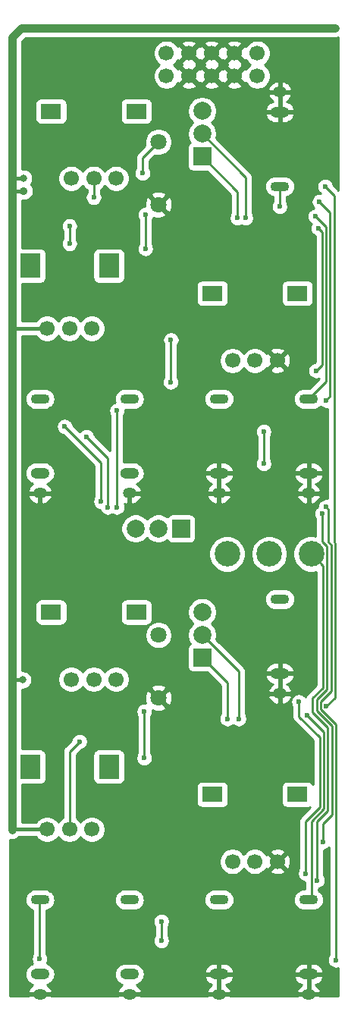
<source format=gbr>
G04 #@! TF.GenerationSoftware,KiCad,Pcbnew,(5.1.10)-1*
G04 #@! TF.CreationDate,2021-12-11T11:34:55-08:00*
G04 #@! TF.ProjectId,paradox,70617261-646f-4782-9e6b-696361645f70,rev?*
G04 #@! TF.SameCoordinates,Original*
G04 #@! TF.FileFunction,Copper,L2,Bot*
G04 #@! TF.FilePolarity,Positive*
%FSLAX46Y46*%
G04 Gerber Fmt 4.6, Leading zero omitted, Abs format (unit mm)*
G04 Created by KiCad (PCBNEW (5.1.10)-1) date 2021-12-11 11:34:55*
%MOMM*%
%LPD*%
G01*
G04 APERTURE LIST*
G04 #@! TA.AperFunction,ComponentPad*
%ADD10C,1.800000*%
G04 #@! TD*
G04 #@! TA.AperFunction,ComponentPad*
%ADD11R,2.000000X2.000000*%
G04 #@! TD*
G04 #@! TA.AperFunction,ComponentPad*
%ADD12C,2.000000*%
G04 #@! TD*
G04 #@! TA.AperFunction,ComponentPad*
%ADD13R,2.300000X2.700000*%
G04 #@! TD*
G04 #@! TA.AperFunction,ComponentPad*
%ADD14C,1.700000*%
G04 #@! TD*
G04 #@! TA.AperFunction,ComponentPad*
%ADD15O,1.500000X1.200000*%
G04 #@! TD*
G04 #@! TA.AperFunction,ComponentPad*
%ADD16O,2.100000X1.200000*%
G04 #@! TD*
G04 #@! TA.AperFunction,ComponentPad*
%ADD17O,2.100000X1.100000*%
G04 #@! TD*
G04 #@! TA.AperFunction,ComponentPad*
%ADD18C,2.850000*%
G04 #@! TD*
G04 #@! TA.AperFunction,ComponentPad*
%ADD19R,2.300000X1.700000*%
G04 #@! TD*
G04 #@! TA.AperFunction,ViaPad*
%ADD20C,0.800000*%
G04 #@! TD*
G04 #@! TA.AperFunction,ViaPad*
%ADD21C,0.900000*%
G04 #@! TD*
G04 #@! TA.AperFunction,ViaPad*
%ADD22C,0.600000*%
G04 #@! TD*
G04 #@! TA.AperFunction,Conductor*
%ADD23C,0.900000*%
G04 #@! TD*
G04 #@! TA.AperFunction,Conductor*
%ADD24C,0.400000*%
G04 #@! TD*
G04 #@! TA.AperFunction,Conductor*
%ADD25C,0.250000*%
G04 #@! TD*
G04 #@! TA.AperFunction,Conductor*
%ADD26C,0.254000*%
G04 #@! TD*
G04 #@! TA.AperFunction,Conductor*
%ADD27C,0.100000*%
G04 #@! TD*
G04 APERTURE END LIST*
D10*
G04 #@! TO.P,R20,2*
G04 #@! TO.N,Vs_B*
X-20764500Y40965000D03*
G04 #@! TO.P,R20,1*
G04 #@! TO.N,GND*
X-20764500Y33965000D03*
G04 #@! TD*
G04 #@! TO.P,R19,2*
G04 #@! TO.N,Vs_A*
X-20764500Y96019500D03*
G04 #@! TO.P,R19,1*
G04 #@! TO.N,GND*
X-20764500Y89019500D03*
G04 #@! TD*
D11*
G04 #@! TO.P,RV9,1*
G04 #@! TO.N,Net-(RV9-Pad1)*
X-18254001Y52865000D03*
D12*
G04 #@! TO.P,RV9,2*
X-20794001Y52865000D03*
G04 #@! TO.P,RV9,3*
G04 #@! TO.N,Net-(R25-Pad2)*
X-23334001Y52865000D03*
G04 #@! TD*
G04 #@! TO.P,RV8,3*
G04 #@! TO.N,Net-(RV8-Pad3)*
X-15890000Y43535000D03*
G04 #@! TO.P,RV8,2*
G04 #@! TO.N,Net-(R18-Pad2)*
X-15890000Y40995000D03*
D11*
G04 #@! TO.P,RV8,1*
G04 #@! TO.N,Net-(R15-Pad1)*
X-15890000Y38455000D03*
G04 #@! TD*
D12*
G04 #@! TO.P,RV7,3*
G04 #@! TO.N,Net-(RV7-Pad3)*
X-15890000Y99454000D03*
G04 #@! TO.P,RV7,2*
G04 #@! TO.N,Net-(R17-Pad2)*
X-15890000Y96914000D03*
D11*
G04 #@! TO.P,RV7,1*
G04 #@! TO.N,Net-(R14-Pad1)*
X-15890000Y94374000D03*
G04 #@! TD*
D13*
G04 #@! TO.P,RV2,*
G04 #@! TO.N,*
X-35105000Y82199000D03*
X-26305000Y82199000D03*
D14*
G04 #@! TO.P,RV2,3*
G04 #@! TO.N,+12V*
X-33205000Y75199000D03*
G04 #@! TO.P,RV2,2*
G04 #@! TO.N,TUNE_A*
X-30705000Y75199000D03*
G04 #@! TO.P,RV2,1*
G04 #@! TO.N,-12V*
X-28205000Y75199000D03*
G04 #@! TD*
D13*
G04 #@! TO.P,RV5,*
G04 #@! TO.N,*
X-35105000Y26280000D03*
X-26305000Y26280000D03*
D14*
G04 #@! TO.P,RV5,3*
G04 #@! TO.N,+12V*
X-33205000Y19280000D03*
G04 #@! TO.P,RV5,2*
G04 #@! TO.N,TUNE_B*
X-30705000Y19280000D03*
G04 #@! TO.P,RV5,1*
G04 #@! TO.N,-12V*
X-28205000Y19280000D03*
G04 #@! TD*
G04 #@! TO.P,J6,10*
G04 #@! TO.N,Net-(D1-Pad2)*
X-19880000Y103378000D03*
G04 #@! TO.P,J6,9*
X-19880000Y105918000D03*
G04 #@! TO.P,J6,8*
G04 #@! TO.N,GND*
X-17340000Y103378000D03*
G04 #@! TO.P,J6,7*
X-17340000Y105918000D03*
G04 #@! TO.P,J6,6*
X-14800000Y103378000D03*
G04 #@! TO.P,J6,5*
X-14800000Y105918000D03*
G04 #@! TO.P,J6,4*
X-12260000Y103378000D03*
G04 #@! TO.P,J6,3*
X-12260000Y105918000D03*
G04 #@! TO.P,J6,2*
G04 #@! TO.N,Net-(D2-Pad1)*
X-9720000Y103378000D03*
G04 #@! TO.P,J6,1*
X-9720000Y105918000D03*
G04 #@! TD*
D15*
G04 #@! TO.P,J8,S*
G04 #@! TO.N,GND*
X-34000000Y879501D03*
D16*
G04 #@! TO.P,J8,TN*
G04 #@! TO.N,Net-(J8-PadTN)*
X-34000000Y3120001D03*
D17*
G04 #@! TO.P,J8,T*
G04 #@! TO.N,Net-(J8-PadT)*
X-34000000Y11420001D03*
G04 #@! TD*
D15*
G04 #@! TO.P,J5,S*
G04 #@! TO.N,GND*
X-4000000Y879500D03*
D16*
G04 #@! TO.P,J5,TN*
X-4000000Y3120000D03*
D17*
G04 #@! TO.P,J5,T*
G04 #@! TO.N,1V_B*
X-4000000Y11420000D03*
G04 #@! TD*
D15*
G04 #@! TO.P,J4,S*
G04 #@! TO.N,GND*
X-7214000Y34443500D03*
D16*
G04 #@! TO.P,J4,TN*
X-7214000Y36684000D03*
D17*
G04 #@! TO.P,J4,T*
G04 #@! TO.N,EXT_SYNC*
X-7214000Y44984000D03*
G04 #@! TD*
D15*
G04 #@! TO.P,J3,S*
G04 #@! TO.N,GND*
X-14000000Y56798500D03*
D16*
G04 #@! TO.P,J3,TN*
X-14000000Y59039000D03*
D17*
G04 #@! TO.P,J3,T*
G04 #@! TO.N,EXT_FM*
X-14000000Y67339000D03*
G04 #@! TD*
D15*
G04 #@! TO.P,J2,S*
G04 #@! TO.N,GND*
X-4000000Y56798500D03*
D16*
G04 #@! TO.P,J2,TN*
X-4000000Y59039000D03*
D17*
G04 #@! TO.P,J2,T*
G04 #@! TO.N,1V_A*
X-4000000Y67339000D03*
G04 #@! TD*
D15*
G04 #@! TO.P,J1,S*
G04 #@! TO.N,GND*
X-7214000Y101603500D03*
D16*
G04 #@! TO.P,J1,TN*
X-7214000Y99363000D03*
D17*
G04 #@! TO.P,J1,T*
G04 #@! TO.N,LINKED*
X-7214000Y91063000D03*
G04 #@! TD*
D15*
G04 #@! TO.P,J11,S*
G04 #@! TO.N,GND*
X-34000000Y56798500D03*
D16*
G04 #@! TO.P,J11,TN*
G04 #@! TO.N,Net-(J11-PadTN)*
X-34000000Y59039000D03*
D17*
G04 #@! TO.P,J11,T*
G04 #@! TO.N,Net-(J11-PadT)*
X-34000000Y67339000D03*
G04 #@! TD*
D15*
G04 #@! TO.P,J10,S*
G04 #@! TO.N,GND*
X-14000000Y879500D03*
D16*
G04 #@! TO.P,J10,TN*
X-14000000Y3120000D03*
D17*
G04 #@! TO.P,J10,T*
G04 #@! TO.N,Net-(J10-PadT)*
X-14000000Y11420000D03*
G04 #@! TD*
D15*
G04 #@! TO.P,J9,S*
G04 #@! TO.N,GND*
X-24000000Y879500D03*
D16*
G04 #@! TO.P,J9,TN*
G04 #@! TO.N,Net-(J9-PadTN)*
X-24000000Y3120000D03*
D17*
G04 #@! TO.P,J9,T*
G04 #@! TO.N,Net-(J9-PadT)*
X-24000000Y11420000D03*
G04 #@! TD*
D15*
G04 #@! TO.P,J7,S*
G04 #@! TO.N,GND*
X-24000000Y56798500D03*
D16*
G04 #@! TO.P,J7,TN*
G04 #@! TO.N,Net-(J7-PadTN)*
X-24000000Y59039000D03*
D17*
G04 #@! TO.P,J7,T*
G04 #@! TO.N,Net-(J7-PadT)*
X-24000000Y67339000D03*
G04 #@! TD*
D18*
G04 #@! TO.P,SW1,3*
G04 #@! TO.N,OSC_B*
X-3699000Y50019000D03*
G04 #@! TO.P,SW1,2*
G04 #@! TO.N,Net-(RV9-Pad1)*
X-8399000Y50019000D03*
G04 #@! TO.P,SW1,1*
G04 #@! TO.N,EXT_SYNC*
X-13099000Y50019000D03*
G04 #@! TD*
D19*
G04 #@! TO.P,RV6,*
G04 #@! TO.N,*
X-14750000Y23191000D03*
X-5250000Y23191000D03*
D14*
G04 #@! TO.P,RV6,3*
G04 #@! TO.N,Net-(R3-Pad1)*
X-12500000Y15691000D03*
G04 #@! TO.P,RV6,2*
G04 #@! TO.N,FM_A2B*
X-10000000Y15691000D03*
G04 #@! TO.P,RV6,1*
G04 #@! TO.N,GND*
X-7500000Y15691000D03*
G04 #@! TD*
D19*
G04 #@! TO.P,RV4,*
G04 #@! TO.N,*
X-32750000Y43528000D03*
X-23250000Y43528000D03*
D14*
G04 #@! TO.P,RV4,3*
G04 #@! TO.N,Net-(R2-Pad1)*
X-30500000Y36028000D03*
G04 #@! TO.P,RV4,2*
G04 #@! TO.N,FREQ_B*
X-28000000Y36028000D03*
G04 #@! TO.P,RV4,1*
G04 #@! TO.N,-12V*
X-25500000Y36028000D03*
G04 #@! TD*
D19*
G04 #@! TO.P,RV3,*
G04 #@! TO.N,*
X-14750000Y79109000D03*
X-5250000Y79109000D03*
D14*
G04 #@! TO.P,RV3,3*
G04 #@! TO.N,TRI_A*
X-12500000Y71609000D03*
G04 #@! TO.P,RV3,2*
G04 #@! TO.N,S_MOD*
X-10000000Y71609000D03*
G04 #@! TO.P,RV3,1*
G04 #@! TO.N,GND*
X-7500000Y71609000D03*
G04 #@! TD*
D19*
G04 #@! TO.P,RV1,*
G04 #@! TO.N,*
X-32750000Y99447000D03*
X-23250000Y99447000D03*
D14*
G04 #@! TO.P,RV1,3*
G04 #@! TO.N,Net-(R1-Pad1)*
X-30500000Y91947000D03*
G04 #@! TO.P,RV1,2*
G04 #@! TO.N,FREQ_A*
X-28000000Y91947000D03*
G04 #@! TO.P,RV1,1*
G04 #@! TO.N,-12V*
X-25500000Y91947000D03*
G04 #@! TD*
D20*
G04 #@! TO.N,GND*
X-13589000Y83342000D03*
X-24257000Y61371000D03*
X-14986000Y72136000D03*
X-17475396Y6233979D03*
X-14986000Y16637000D03*
X-25146000Y18542000D03*
X-24003000Y20066000D03*
X-26289000Y22352000D03*
X-13589000Y27432000D03*
X-4572000Y82550000D03*
X-25146000Y74549000D03*
X-24003000Y75946000D03*
X-27178000Y77216000D03*
D21*
X-20955000Y13208000D03*
D20*
X-3686845Y85008819D03*
X-27051000Y66167000D03*
X-3048000Y102616000D03*
X-27813000Y106582000D03*
X-30353000Y16129000D03*
X-4572000Y26543000D03*
X-4191000Y28702000D03*
X-5715000Y61849000D03*
D21*
X-24638000Y5334000D03*
X-28130500Y7493000D03*
X-12827000Y61341000D03*
D20*
X-14843831Y63738990D03*
D21*
X-10477500Y6032500D03*
X-10033000Y9906000D03*
X-30734000Y70548500D03*
D20*
G04 #@! TO.N,+12V*
X-1016000Y108712000D03*
X-35814000Y91978000D03*
X-35941000Y35971000D03*
D21*
X-35814000Y90551000D03*
D22*
G04 #@! TO.N,S_MOD*
X-3172449Y70482449D03*
X-2918845Y86382167D03*
G04 #@! TO.N,EXT_FM*
X-2032000Y67183000D03*
X-2784010Y89346918D03*
G04 #@! TO.N,FM_A2B*
X-4318000Y14351000D03*
X-5089510Y33518490D03*
G04 #@! TO.N,LINKED*
X-7239000Y88803000D03*
X-2159000Y91059000D03*
X-2032000Y33020000D03*
G04 #@! TO.N,1V_A*
X-3234021Y87709395D03*
G04 #@! TO.N,1V_B*
X-4191000Y32004000D03*
G04 #@! TO.N,Net-(J8-PadT)*
X-34036000Y4826000D03*
G04 #@! TO.N,FREQ_A*
X-28000000Y89849000D03*
G04 #@! TO.N,TUNE_A*
X-30705000Y84674500D03*
X-30705000Y86643000D03*
G04 #@! TO.N,TUNE_B*
X-29591000Y29083000D03*
G04 #@! TO.N,Net-(R14-Pad1)*
X-11938000Y87533000D03*
G04 #@! TO.N,Net-(R15-Pad1)*
X-13081000Y31623000D03*
G04 #@! TO.N,Net-(R17-Pad2)*
X-11049000Y87533000D03*
G04 #@! TO.N,Net-(R18-Pad2)*
X-11811000Y31623000D03*
G04 #@! TO.N,Net-(R25-Pad2)*
X-28829000Y63119000D03*
X-26416000Y55245000D03*
G04 #@! TO.N,OSC_B*
X-3048000Y13589000D03*
G04 #@! TO.N,SQR_MIX*
X-20447000Y6858000D03*
X-20447000Y9017000D03*
G04 #@! TO.N,SAW_MIX*
X-2058051Y55274019D03*
X-27178000Y55880000D03*
X-31242000Y64262000D03*
X-952500Y4699000D03*
G04 #@! TO.N,Vs_A*
X-22542500Y92519500D03*
G04 #@! TO.N,Iabc_A*
X-22225000Y84104000D03*
X-22225000Y87909000D03*
G04 #@! TO.N,Iabc_B*
X-22352000Y27241500D03*
X-22352000Y32448500D03*
G04 #@! TO.N,Net-(Q4-Pad3)*
X-9017000Y60101000D03*
X-9017000Y63690500D03*
G04 #@! TO.N,OSC_A*
X-25400000Y66040000D03*
X-25400000Y55245000D03*
X-2413000Y17907000D03*
X-2482693Y54523430D03*
G04 #@! TO.N,SQR_A*
X-19400000Y69200000D03*
X-19367500Y73904500D03*
G04 #@! TD*
D23*
G04 #@! TO.N,+12V*
X-36068000Y108712000D02*
X-37084000Y107696000D01*
D24*
X-35814000Y91978000D02*
X-36830000Y91978000D01*
X-36830000Y91978000D02*
X-37084000Y92232000D01*
D23*
X-37084000Y107696000D02*
X-37084000Y91313000D01*
D24*
X-36830000Y35971000D02*
X-37084000Y35717000D01*
D23*
X-37084000Y35717000D02*
X-37084000Y19207000D01*
D24*
X-35941000Y35971000D02*
X-36830000Y35971000D01*
D23*
X-37084000Y75087000D02*
X-37084000Y35717000D01*
X-37084000Y90581000D02*
X-37084000Y75087000D01*
X-37084000Y92232000D02*
X-37084000Y90581000D01*
X-1016000Y108712000D02*
X-36068000Y108712000D01*
D24*
X-36972000Y75199000D02*
X-37084000Y75087000D01*
X-33205000Y75199000D02*
X-36972000Y75199000D01*
X-37010999Y19280001D02*
X-37084000Y19207000D01*
X-33205000Y19280001D02*
X-37010999Y19280001D01*
X-37054000Y90551000D02*
X-37084000Y90581000D01*
X-35814000Y90551000D02*
X-37054000Y90551000D01*
D25*
G04 #@! TO.N,S_MOD*
X-2493031Y71161867D02*
X-2493031Y85956353D01*
X-2493031Y85956353D02*
X-2918845Y86382167D01*
X-3172449Y70482449D02*
X-2493031Y71161867D01*
G04 #@! TO.N,EXT_FM*
X-2032000Y67183000D02*
X-1593009Y67621991D01*
X-1593009Y88155917D02*
X-2784010Y89346918D01*
X-1593009Y67621991D02*
X-1593009Y88155917D01*
G04 #@! TO.N,FM_A2B*
X-4318000Y14351000D02*
X-4318000Y20193000D01*
X-2752999Y29549999D02*
X-5089510Y31886510D01*
X-4318000Y20193000D02*
X-2752999Y21758001D01*
X-5089510Y31886510D02*
X-5089510Y33518490D01*
X-2752999Y29168999D02*
X-2752999Y29549999D01*
X-2752999Y21758001D02*
X-2752999Y29168999D01*
G04 #@! TO.N,LINKED*
X-7239000Y91038000D02*
X-7214000Y91063000D01*
X-7239000Y88803000D02*
X-7239000Y91038000D01*
X-2159000Y91059000D02*
X-1141813Y90041813D01*
X-1141813Y51324637D02*
X-1048977Y51231801D01*
X-1141813Y90041813D02*
X-1141813Y51324637D01*
X-1048977Y34765023D02*
X-1048977Y34003023D01*
X-1048977Y34003023D02*
X-2032000Y33020000D01*
X-1048977Y51231801D02*
X-1048977Y34765023D01*
G04 #@! TO.N,1V_A*
X-2043020Y86518394D02*
X-3234021Y87709395D01*
X-4000000Y67339000D02*
X-2043020Y69295980D01*
X-2043020Y69295980D02*
X-2043020Y86518394D01*
G04 #@! TO.N,1V_B*
X-3692998Y20181591D02*
X-3692998Y11727002D01*
X-4191000Y32004000D02*
X-2302988Y30115988D01*
X-2302988Y21571601D02*
X-3692998Y20181591D01*
X-2302988Y30115988D02*
X-2302988Y21571601D01*
X-3692998Y11727002D02*
X-4000000Y11420000D01*
G04 #@! TO.N,Net-(J8-PadT)*
X-34036000Y11384001D02*
X-34000000Y11420001D01*
X-34036000Y4826000D02*
X-34036000Y11384001D01*
G04 #@! TO.N,FREQ_A*
X-28000000Y91947000D02*
X-28000000Y89849000D01*
G04 #@! TO.N,TUNE_A*
X-30705000Y84674500D02*
X-30705000Y86643000D01*
G04 #@! TO.N,TUNE_B*
X-29683000Y28991000D02*
X-29591000Y29083000D01*
X-30705000Y27969000D02*
X-29591000Y29083000D01*
X-30705000Y19280001D02*
X-30705000Y27969000D01*
G04 #@! TO.N,Net-(R14-Pad1)*
X-11938000Y90422000D02*
X-15890000Y94374000D01*
X-11938000Y87533000D02*
X-11938000Y90422000D01*
G04 #@! TO.N,Net-(R15-Pad1)*
X-13081000Y35646000D02*
X-15890000Y38455000D01*
X-13081000Y31623000D02*
X-13081000Y35646000D01*
G04 #@! TO.N,Net-(R17-Pad2)*
X-11049000Y92073000D02*
X-11049000Y87533000D01*
X-15890000Y96914000D02*
X-11049000Y92073000D01*
G04 #@! TO.N,Net-(R18-Pad2)*
X-11811000Y36916000D02*
X-15890000Y40995000D01*
X-11811000Y31623000D02*
X-11811000Y36916000D01*
G04 #@! TO.N,Net-(R25-Pad2)*
X-26416000Y60706000D02*
X-28829000Y63119000D01*
X-26416000Y55245000D02*
X-26416000Y60706000D01*
G04 #@! TO.N,OSC_B*
X-3048000Y13589000D02*
X-3048000Y20190178D01*
X-3048000Y20190178D02*
X-1852977Y21385201D01*
X-2413000Y48733000D02*
X-3699000Y50019000D01*
X-2413000Y35090825D02*
X-2413000Y48733000D01*
X-3557024Y33946802D02*
X-2413000Y35090825D01*
X-1852977Y21385201D02*
X-1852977Y30643151D01*
X-3557024Y32347198D02*
X-3557024Y33946802D01*
X-1852977Y30643151D02*
X-3557024Y32347198D01*
G04 #@! TO.N,SQR_MIX*
X-20447000Y6858000D02*
X-20447000Y9017000D01*
G04 #@! TO.N,SAW_MIX*
X-27178000Y60198000D02*
X-31242000Y64262000D01*
X-27178000Y55880000D02*
X-27178000Y60198000D01*
X-952955Y4699455D02*
X-952500Y4699000D01*
X-2657002Y32719998D02*
X-952955Y31015951D01*
X-1498988Y34732016D02*
X-2657002Y33574002D01*
X-1498988Y51045401D02*
X-1498988Y34732016D01*
X-1758052Y51304467D02*
X-1498988Y51045401D01*
X-952955Y31015951D02*
X-952955Y4699455D01*
X-1758052Y54974020D02*
X-1758052Y51304467D01*
X-2657002Y33574002D02*
X-2657002Y32719998D01*
X-2058051Y55274019D02*
X-1758052Y54974020D01*
G04 #@! TO.N,Vs_A*
X-22542500Y94241500D02*
X-20764500Y96019500D01*
X-22542500Y92519500D02*
X-22542500Y94241500D01*
G04 #@! TO.N,Iabc_A*
X-22225000Y84104000D02*
X-22225000Y87909000D01*
G04 #@! TO.N,Iabc_B*
X-22352000Y32448500D02*
X-22352000Y27241500D01*
G04 #@! TO.N,Net-(Q4-Pad3)*
X-9017000Y60101000D02*
X-9017000Y63657000D01*
X-9017000Y63657000D02*
X-9017000Y63690500D01*
G04 #@! TO.N,OSC_A*
X-25400000Y66040000D02*
X-25400000Y55245000D01*
X-1948999Y50859002D02*
X-2482693Y51392696D01*
X-1948999Y34918416D02*
X-1948999Y50859002D01*
X-3107013Y33760402D02*
X-1948999Y34918416D01*
X-2482693Y51392696D02*
X-2482693Y54523430D01*
X-3107013Y32533598D02*
X-3107013Y33760402D01*
X-1402966Y30829551D02*
X-3107013Y32533598D01*
X-2413000Y19950932D02*
X-1402966Y20960966D01*
X-2413000Y17907000D02*
X-2413000Y19950932D01*
X-1402966Y20960966D02*
X-1402966Y30829551D01*
G04 #@! TO.N,SQR_A*
X-19400000Y73872000D02*
X-19367500Y73904500D01*
X-19400000Y69200000D02*
X-19400000Y73872000D01*
G04 #@! TD*
D26*
G04 #@! TO.N,GND*
X-660000Y90634802D02*
X-1235847Y91210649D01*
X-1259932Y91331729D01*
X-1330414Y91501889D01*
X-1432738Y91655028D01*
X-1562972Y91785262D01*
X-1716111Y91887586D01*
X-1886271Y91958068D01*
X-2066911Y91994000D01*
X-2251089Y91994000D01*
X-2431729Y91958068D01*
X-2601889Y91887586D01*
X-2755028Y91785262D01*
X-2885262Y91655028D01*
X-2987586Y91501889D01*
X-3058068Y91331729D01*
X-3094000Y91151089D01*
X-3094000Y90966911D01*
X-3058068Y90786271D01*
X-2987586Y90616111D01*
X-2885262Y90462972D01*
X-2755028Y90332738D01*
X-2673481Y90278250D01*
X-2691921Y90281918D01*
X-2876099Y90281918D01*
X-3056739Y90245986D01*
X-3226899Y90175504D01*
X-3380038Y90073180D01*
X-3510272Y89942946D01*
X-3612596Y89789807D01*
X-3683078Y89619647D01*
X-3719010Y89439007D01*
X-3719010Y89254829D01*
X-3683078Y89074189D01*
X-3612596Y88904029D01*
X-3510272Y88750890D01*
X-3390891Y88631509D01*
X-3506750Y88608463D01*
X-3676910Y88537981D01*
X-3830049Y88435657D01*
X-3960283Y88305423D01*
X-4062607Y88152284D01*
X-4133089Y87982124D01*
X-4169021Y87801484D01*
X-4169021Y87617306D01*
X-4133089Y87436666D01*
X-4062607Y87266506D01*
X-3960283Y87113367D01*
X-3830049Y86983133D01*
X-3699910Y86896177D01*
X-3747431Y86825056D01*
X-3817913Y86654896D01*
X-3853845Y86474256D01*
X-3853845Y86290078D01*
X-3817913Y86109438D01*
X-3747431Y85939278D01*
X-3645107Y85786139D01*
X-3514873Y85655905D01*
X-3361734Y85553581D01*
X-3253030Y85508555D01*
X-3253031Y71476669D01*
X-3324098Y71405602D01*
X-3445178Y71381517D01*
X-3615338Y71311035D01*
X-3768477Y71208711D01*
X-3898711Y71078477D01*
X-4001035Y70925338D01*
X-4071517Y70755178D01*
X-4107449Y70574538D01*
X-4107449Y70390360D01*
X-4071517Y70209720D01*
X-4001035Y70039560D01*
X-3898711Y69886421D01*
X-3768477Y69756187D01*
X-3615338Y69653863D01*
X-3445178Y69583381D01*
X-3264538Y69547449D01*
X-3080360Y69547449D01*
X-2899720Y69583381D01*
X-2803020Y69623435D01*
X-2803020Y69610782D01*
X-3889801Y68524000D01*
X-4558207Y68524000D01*
X-4732300Y68506853D01*
X-4955674Y68439094D01*
X-5161536Y68329058D01*
X-5341975Y68180975D01*
X-5490058Y68000536D01*
X-5600094Y67794674D01*
X-5667853Y67571300D01*
X-5690733Y67339000D01*
X-5667853Y67106700D01*
X-5600094Y66883326D01*
X-5490058Y66677464D01*
X-5341975Y66497025D01*
X-5161536Y66348942D01*
X-4955674Y66238906D01*
X-4732300Y66171147D01*
X-4558207Y66154000D01*
X-3441793Y66154000D01*
X-3267700Y66171147D01*
X-3044326Y66238906D01*
X-2838464Y66348942D01*
X-2663677Y66492387D01*
X-2628028Y66456738D01*
X-2474889Y66354414D01*
X-2304729Y66283932D01*
X-2124089Y66248000D01*
X-1939911Y66248000D01*
X-1901812Y66255578D01*
X-1901812Y56196259D01*
X-1965962Y56209019D01*
X-2150140Y56209019D01*
X-2330780Y56173087D01*
X-2500940Y56102605D01*
X-2654079Y56000281D01*
X-2784313Y55870047D01*
X-2886637Y55716908D01*
X-2957119Y55546748D01*
X-2993051Y55366108D01*
X-2993051Y55306935D01*
X-3078721Y55249692D01*
X-3208955Y55119458D01*
X-3311279Y54966319D01*
X-3381761Y54796159D01*
X-3417693Y54615519D01*
X-3417693Y54431341D01*
X-3381761Y54250701D01*
X-3311279Y54080541D01*
X-3242692Y53977893D01*
X-3242693Y52028592D01*
X-3496108Y52079000D01*
X-3901892Y52079000D01*
X-4299880Y51999835D01*
X-4674776Y51844548D01*
X-5012173Y51619106D01*
X-5299106Y51332173D01*
X-5524548Y50994776D01*
X-5679835Y50619880D01*
X-5759000Y50221892D01*
X-5759000Y49816108D01*
X-5679835Y49418120D01*
X-5524548Y49043224D01*
X-5299106Y48705827D01*
X-5012173Y48418894D01*
X-4674776Y48193452D01*
X-4299880Y48038165D01*
X-3901892Y47959000D01*
X-3496108Y47959000D01*
X-3172999Y48023271D01*
X-3173000Y35405628D01*
X-4068026Y34510601D01*
X-4097024Y34486803D01*
X-4120822Y34457805D01*
X-4120823Y34457804D01*
X-4191997Y34371078D01*
X-4262570Y34239048D01*
X-4306026Y34095788D01*
X-4311769Y34037475D01*
X-4363248Y34114518D01*
X-4493482Y34244752D01*
X-4646621Y34347076D01*
X-4816781Y34417558D01*
X-4997421Y34453490D01*
X-5181599Y34453490D01*
X-5362239Y34417558D01*
X-5532399Y34347076D01*
X-5685538Y34244752D01*
X-5815772Y34114518D01*
X-5918096Y33961379D01*
X-5988578Y33791219D01*
X-6024510Y33610579D01*
X-6024510Y33426401D01*
X-5988578Y33245761D01*
X-5918096Y33075601D01*
X-5849509Y32972954D01*
X-5849510Y31923833D01*
X-5853186Y31886510D01*
X-5849510Y31849188D01*
X-5849510Y31849178D01*
X-5838513Y31737525D01*
X-5802837Y31619914D01*
X-5795056Y31594264D01*
X-5724484Y31462234D01*
X-5706423Y31440227D01*
X-5629511Y31346509D01*
X-5600507Y31322706D01*
X-3512999Y29235197D01*
X-3512999Y29131667D01*
X-3512998Y29131657D01*
X-3512999Y24289858D01*
X-3569463Y24395494D01*
X-3648815Y24492185D01*
X-3745506Y24571537D01*
X-3855820Y24630502D01*
X-3975518Y24666812D01*
X-4100000Y24679072D01*
X-6400000Y24679072D01*
X-6524482Y24666812D01*
X-6644180Y24630502D01*
X-6754494Y24571537D01*
X-6851185Y24492185D01*
X-6930537Y24395494D01*
X-6989502Y24285180D01*
X-7025812Y24165482D01*
X-7038072Y24041000D01*
X-7038072Y22341000D01*
X-7025812Y22216518D01*
X-6989502Y22096820D01*
X-6930537Y21986506D01*
X-6851185Y21889815D01*
X-6754494Y21810463D01*
X-6644180Y21751498D01*
X-6524482Y21715188D01*
X-6400000Y21702928D01*
X-4100000Y21702928D01*
X-3975518Y21715188D01*
X-3855820Y21751498D01*
X-3809596Y21776206D01*
X-4829002Y20756799D01*
X-4858000Y20733001D01*
X-4881798Y20704003D01*
X-4881799Y20704002D01*
X-4952974Y20617276D01*
X-5023546Y20485246D01*
X-5067002Y20341985D01*
X-5081676Y20193000D01*
X-5077999Y20155668D01*
X-5078000Y14896536D01*
X-5146586Y14793889D01*
X-5217068Y14623729D01*
X-5253000Y14443089D01*
X-5253000Y14258911D01*
X-5217068Y14078271D01*
X-5146586Y13908111D01*
X-5044262Y13754972D01*
X-4914028Y13624738D01*
X-4760889Y13522414D01*
X-4590729Y13451932D01*
X-4452997Y13424535D01*
X-4452997Y12605000D01*
X-4558207Y12605000D01*
X-4732300Y12587853D01*
X-4955674Y12520094D01*
X-5161536Y12410058D01*
X-5341975Y12261975D01*
X-5490058Y12081536D01*
X-5600094Y11875674D01*
X-5667853Y11652300D01*
X-5690733Y11420000D01*
X-5667853Y11187700D01*
X-5600094Y10964326D01*
X-5490058Y10758464D01*
X-5341975Y10578025D01*
X-5161536Y10429942D01*
X-4955674Y10319906D01*
X-4732300Y10252147D01*
X-4558207Y10235000D01*
X-3441793Y10235000D01*
X-3267700Y10252147D01*
X-3044326Y10319906D01*
X-2838464Y10429942D01*
X-2658025Y10578025D01*
X-2509942Y10758464D01*
X-2399906Y10964326D01*
X-2332147Y11187700D01*
X-2309267Y11420000D01*
X-2332147Y11652300D01*
X-2399906Y11875674D01*
X-2509942Y12081536D01*
X-2658025Y12261975D01*
X-2838464Y12410058D01*
X-2932998Y12460588D01*
X-2932998Y12658558D01*
X-2775271Y12689932D01*
X-2605111Y12760414D01*
X-2451972Y12862738D01*
X-2321738Y12992972D01*
X-2219414Y13146111D01*
X-2148932Y13316271D01*
X-2113000Y13496911D01*
X-2113000Y13681089D01*
X-2148932Y13861729D01*
X-2219414Y14031889D01*
X-2288000Y14134535D01*
X-2288000Y16978546D01*
X-2140271Y17007932D01*
X-1970111Y17078414D01*
X-1816972Y17180738D01*
X-1712954Y17284756D01*
X-1712954Y5243856D01*
X-1781086Y5141889D01*
X-1851568Y4971729D01*
X-1887500Y4791089D01*
X-1887500Y4606911D01*
X-1851568Y4426271D01*
X-1781086Y4256111D01*
X-1678762Y4102972D01*
X-1548528Y3972738D01*
X-1395389Y3870414D01*
X-1225229Y3799932D01*
X-1044589Y3764000D01*
X-860411Y3764000D01*
X-679771Y3799932D01*
X-659999Y3808122D01*
X-659999Y660000D01*
X-2720739Y660000D01*
X-2781269Y752500D01*
X-3873000Y752500D01*
X-3873000Y732500D01*
X-4127000Y732500D01*
X-4127000Y752500D01*
X-5218731Y752500D01*
X-5279261Y660000D01*
X-12720739Y660000D01*
X-12781269Y752500D01*
X-13873000Y752500D01*
X-13873000Y732500D01*
X-14127000Y732500D01*
X-14127000Y752500D01*
X-15218731Y752500D01*
X-15279261Y660000D01*
X-22720739Y660000D01*
X-22781269Y752500D01*
X-23873000Y752500D01*
X-23873000Y732500D01*
X-24127000Y732500D01*
X-24127000Y752500D01*
X-25218731Y752500D01*
X-25279261Y660000D01*
X-32720738Y660000D01*
X-32781269Y752501D01*
X-33873000Y752501D01*
X-33873000Y732501D01*
X-34127000Y732501D01*
X-34127000Y752501D01*
X-35218731Y752501D01*
X-35279262Y660000D01*
X-37340001Y660000D01*
X-37340001Y3120001D01*
X-35690975Y3120001D01*
X-35667130Y2877899D01*
X-35596511Y2645100D01*
X-35481833Y2430552D01*
X-35327502Y2242499D01*
X-35139449Y2088168D01*
X-34924901Y1973490D01*
X-34792897Y1933447D01*
X-34972231Y1802870D01*
X-35136572Y1624718D01*
X-35263000Y1417928D01*
X-35343462Y1197110D01*
X-35218731Y1006501D01*
X-34127000Y1006501D01*
X-34127000Y1026501D01*
X-33873000Y1026501D01*
X-33873000Y1006501D01*
X-32781269Y1006501D01*
X-32656538Y1197110D01*
X-32737000Y1417928D01*
X-32863428Y1624718D01*
X-33027769Y1802870D01*
X-33207103Y1933447D01*
X-33075099Y1973490D01*
X-32860551Y2088168D01*
X-32672498Y2242499D01*
X-32518167Y2430552D01*
X-32403489Y2645100D01*
X-32332870Y2877899D01*
X-32309026Y3120000D01*
X-25690975Y3120000D01*
X-25667130Y2877898D01*
X-25596511Y2645099D01*
X-25481833Y2430551D01*
X-25327502Y2242498D01*
X-25139449Y2088167D01*
X-24924901Y1973489D01*
X-24792897Y1933446D01*
X-24972231Y1802869D01*
X-25136572Y1624717D01*
X-25263000Y1417927D01*
X-25343462Y1197109D01*
X-25218731Y1006500D01*
X-24127000Y1006500D01*
X-24127000Y1026500D01*
X-23873000Y1026500D01*
X-23873000Y1006500D01*
X-22781269Y1006500D01*
X-22656538Y1197109D01*
X-22737000Y1417927D01*
X-22863428Y1624717D01*
X-23027769Y1802869D01*
X-23207103Y1933446D01*
X-23075099Y1973489D01*
X-22860551Y2088167D01*
X-22672498Y2242498D01*
X-22518167Y2430551D01*
X-22403489Y2645099D01*
X-22355775Y2802391D01*
X-15643462Y2802391D01*
X-15639591Y2764718D01*
X-15547421Y2539467D01*
X-15413078Y2336526D01*
X-15241725Y2163693D01*
X-15039946Y2027610D01*
X-14815496Y1933507D01*
X-14797765Y1929901D01*
X-14972231Y1802869D01*
X-15136572Y1624717D01*
X-15263000Y1417927D01*
X-15343462Y1197109D01*
X-15218731Y1006500D01*
X-14127000Y1006500D01*
X-14127000Y2993000D01*
X-13873000Y2993000D01*
X-13873000Y1006500D01*
X-12781269Y1006500D01*
X-12656538Y1197109D01*
X-12737000Y1417927D01*
X-12863428Y1624717D01*
X-13027769Y1802869D01*
X-13202235Y1929901D01*
X-13184504Y1933507D01*
X-12960054Y2027610D01*
X-12758275Y2163693D01*
X-12586922Y2336526D01*
X-12452579Y2539467D01*
X-12360409Y2764718D01*
X-12356538Y2802391D01*
X-5643462Y2802391D01*
X-5639591Y2764718D01*
X-5547421Y2539467D01*
X-5413078Y2336526D01*
X-5241725Y2163693D01*
X-5039946Y2027610D01*
X-4815496Y1933507D01*
X-4797765Y1929901D01*
X-4972231Y1802869D01*
X-5136572Y1624717D01*
X-5263000Y1417927D01*
X-5343462Y1197109D01*
X-5218731Y1006500D01*
X-4127000Y1006500D01*
X-4127000Y2993000D01*
X-3873000Y2993000D01*
X-3873000Y1006500D01*
X-2781269Y1006500D01*
X-2656538Y1197109D01*
X-2737000Y1417927D01*
X-2863428Y1624717D01*
X-3027769Y1802869D01*
X-3202235Y1929901D01*
X-3184504Y1933507D01*
X-2960054Y2027610D01*
X-2758275Y2163693D01*
X-2586922Y2336526D01*
X-2452579Y2539467D01*
X-2360409Y2764718D01*
X-2356538Y2802391D01*
X-2481269Y2993000D01*
X-3873000Y2993000D01*
X-4127000Y2993000D01*
X-5518731Y2993000D01*
X-5643462Y2802391D01*
X-12356538Y2802391D01*
X-12481269Y2993000D01*
X-13873000Y2993000D01*
X-14127000Y2993000D01*
X-15518731Y2993000D01*
X-15643462Y2802391D01*
X-22355775Y2802391D01*
X-22332870Y2877898D01*
X-22309025Y3120000D01*
X-22332870Y3362102D01*
X-22355774Y3437609D01*
X-15643462Y3437609D01*
X-15518731Y3247000D01*
X-14127000Y3247000D01*
X-14127000Y4355000D01*
X-13873000Y4355000D01*
X-13873000Y3247000D01*
X-12481269Y3247000D01*
X-12356538Y3437609D01*
X-5643462Y3437609D01*
X-5518731Y3247000D01*
X-4127000Y3247000D01*
X-4127000Y4355000D01*
X-3873000Y4355000D01*
X-3873000Y3247000D01*
X-2481269Y3247000D01*
X-2356538Y3437609D01*
X-2360409Y3475282D01*
X-2452579Y3700533D01*
X-2586922Y3903474D01*
X-2758275Y4076307D01*
X-2960054Y4212390D01*
X-3184504Y4306493D01*
X-3423000Y4355000D01*
X-3873000Y4355000D01*
X-4127000Y4355000D01*
X-4577000Y4355000D01*
X-4815496Y4306493D01*
X-5039946Y4212390D01*
X-5241725Y4076307D01*
X-5413078Y3903474D01*
X-5547421Y3700533D01*
X-5639591Y3475282D01*
X-5643462Y3437609D01*
X-12356538Y3437609D01*
X-12360409Y3475282D01*
X-12452579Y3700533D01*
X-12586922Y3903474D01*
X-12758275Y4076307D01*
X-12960054Y4212390D01*
X-13184504Y4306493D01*
X-13423000Y4355000D01*
X-13873000Y4355000D01*
X-14127000Y4355000D01*
X-14577000Y4355000D01*
X-14815496Y4306493D01*
X-15039946Y4212390D01*
X-15241725Y4076307D01*
X-15413078Y3903474D01*
X-15547421Y3700533D01*
X-15639591Y3475282D01*
X-15643462Y3437609D01*
X-22355774Y3437609D01*
X-22403489Y3594901D01*
X-22518167Y3809449D01*
X-22672498Y3997502D01*
X-22860551Y4151833D01*
X-23075099Y4266511D01*
X-23307898Y4337130D01*
X-23489335Y4355000D01*
X-24510665Y4355000D01*
X-24692102Y4337130D01*
X-24924901Y4266511D01*
X-25139449Y4151833D01*
X-25327502Y3997502D01*
X-25481833Y3809449D01*
X-25596511Y3594901D01*
X-25667130Y3362102D01*
X-25690975Y3120000D01*
X-32309026Y3120000D01*
X-32309025Y3120001D01*
X-32332870Y3362103D01*
X-32403489Y3594902D01*
X-32518167Y3809450D01*
X-32672498Y3997503D01*
X-32860551Y4151834D01*
X-33075099Y4266512D01*
X-33249894Y4319536D01*
X-33207414Y4383111D01*
X-33136932Y4553271D01*
X-33101000Y4733911D01*
X-33101000Y4918089D01*
X-33136932Y5098729D01*
X-33207414Y5268889D01*
X-33276000Y5371535D01*
X-33276000Y9109089D01*
X-21382000Y9109089D01*
X-21382000Y8924911D01*
X-21346068Y8744271D01*
X-21275586Y8574111D01*
X-21206999Y8471463D01*
X-21207000Y7403536D01*
X-21275586Y7300889D01*
X-21346068Y7130729D01*
X-21382000Y6950089D01*
X-21382000Y6765911D01*
X-21346068Y6585271D01*
X-21275586Y6415111D01*
X-21173262Y6261972D01*
X-21043028Y6131738D01*
X-20889889Y6029414D01*
X-20719729Y5958932D01*
X-20539089Y5923000D01*
X-20354911Y5923000D01*
X-20174271Y5958932D01*
X-20004111Y6029414D01*
X-19850972Y6131738D01*
X-19720738Y6261972D01*
X-19618414Y6415111D01*
X-19547932Y6585271D01*
X-19512000Y6765911D01*
X-19512000Y6950089D01*
X-19547932Y7130729D01*
X-19618414Y7300889D01*
X-19687000Y7403535D01*
X-19687000Y8471465D01*
X-19618414Y8574111D01*
X-19547932Y8744271D01*
X-19512000Y8924911D01*
X-19512000Y9109089D01*
X-19547932Y9289729D01*
X-19618414Y9459889D01*
X-19720738Y9613028D01*
X-19850972Y9743262D01*
X-20004111Y9845586D01*
X-20174271Y9916068D01*
X-20354911Y9952000D01*
X-20539089Y9952000D01*
X-20719729Y9916068D01*
X-20889889Y9845586D01*
X-21043028Y9743262D01*
X-21173262Y9613028D01*
X-21275586Y9459889D01*
X-21346068Y9289729D01*
X-21382000Y9109089D01*
X-33276000Y9109089D01*
X-33276000Y10251331D01*
X-33267700Y10252148D01*
X-33044326Y10319907D01*
X-32838464Y10429943D01*
X-32658025Y10578026D01*
X-32509942Y10758465D01*
X-32399906Y10964327D01*
X-32332147Y11187701D01*
X-32309268Y11420000D01*
X-25690733Y11420000D01*
X-25667853Y11187700D01*
X-25600094Y10964326D01*
X-25490058Y10758464D01*
X-25341975Y10578025D01*
X-25161536Y10429942D01*
X-24955674Y10319906D01*
X-24732300Y10252147D01*
X-24558207Y10235000D01*
X-23441793Y10235000D01*
X-23267700Y10252147D01*
X-23044326Y10319906D01*
X-22838464Y10429942D01*
X-22658025Y10578025D01*
X-22509942Y10758464D01*
X-22399906Y10964326D01*
X-22332147Y11187700D01*
X-22309267Y11420000D01*
X-15690733Y11420000D01*
X-15667853Y11187700D01*
X-15600094Y10964326D01*
X-15490058Y10758464D01*
X-15341975Y10578025D01*
X-15161536Y10429942D01*
X-14955674Y10319906D01*
X-14732300Y10252147D01*
X-14558207Y10235000D01*
X-13441793Y10235000D01*
X-13267700Y10252147D01*
X-13044326Y10319906D01*
X-12838464Y10429942D01*
X-12658025Y10578025D01*
X-12509942Y10758464D01*
X-12399906Y10964326D01*
X-12332147Y11187700D01*
X-12309267Y11420000D01*
X-12332147Y11652300D01*
X-12399906Y11875674D01*
X-12509942Y12081536D01*
X-12658025Y12261975D01*
X-12838464Y12410058D01*
X-13044326Y12520094D01*
X-13267700Y12587853D01*
X-13441793Y12605000D01*
X-14558207Y12605000D01*
X-14732300Y12587853D01*
X-14955674Y12520094D01*
X-15161536Y12410058D01*
X-15341975Y12261975D01*
X-15490058Y12081536D01*
X-15600094Y11875674D01*
X-15667853Y11652300D01*
X-15690733Y11420000D01*
X-22309267Y11420000D01*
X-22332147Y11652300D01*
X-22399906Y11875674D01*
X-22509942Y12081536D01*
X-22658025Y12261975D01*
X-22838464Y12410058D01*
X-23044326Y12520094D01*
X-23267700Y12587853D01*
X-23441793Y12605000D01*
X-24558207Y12605000D01*
X-24732300Y12587853D01*
X-24955674Y12520094D01*
X-25161536Y12410058D01*
X-25341975Y12261975D01*
X-25490058Y12081536D01*
X-25600094Y11875674D01*
X-25667853Y11652300D01*
X-25690733Y11420000D01*
X-32309268Y11420000D01*
X-32309267Y11420001D01*
X-32332147Y11652301D01*
X-32399906Y11875675D01*
X-32509942Y12081537D01*
X-32658025Y12261976D01*
X-32838464Y12410059D01*
X-33044326Y12520095D01*
X-33267700Y12587854D01*
X-33441793Y12605001D01*
X-34558207Y12605001D01*
X-34732300Y12587854D01*
X-34955674Y12520095D01*
X-35161536Y12410059D01*
X-35341975Y12261976D01*
X-35490058Y12081537D01*
X-35600094Y11875675D01*
X-35667853Y11652301D01*
X-35690733Y11420001D01*
X-35667853Y11187701D01*
X-35600094Y10964327D01*
X-35490058Y10758465D01*
X-35341975Y10578026D01*
X-35161536Y10429943D01*
X-34955674Y10319907D01*
X-34795999Y10271471D01*
X-34796000Y5371536D01*
X-34864586Y5268889D01*
X-34935068Y5098729D01*
X-34971000Y4918089D01*
X-34971000Y4733911D01*
X-34935068Y4553271D01*
X-34864586Y4383111D01*
X-34809972Y4301375D01*
X-34924901Y4266512D01*
X-35139449Y4151834D01*
X-35327502Y3997503D01*
X-35481833Y3809450D01*
X-35596511Y3594902D01*
X-35667130Y3362103D01*
X-35690975Y3120001D01*
X-37340001Y3120001D01*
X-37340001Y15837260D01*
X-13985000Y15837260D01*
X-13985000Y15544740D01*
X-13927932Y15257842D01*
X-13815990Y14987589D01*
X-13653475Y14744368D01*
X-13446632Y14537525D01*
X-13203411Y14375010D01*
X-12933158Y14263068D01*
X-12646260Y14206000D01*
X-12353740Y14206000D01*
X-12066842Y14263068D01*
X-11796589Y14375010D01*
X-11553368Y14537525D01*
X-11346525Y14744368D01*
X-11250000Y14888828D01*
X-11153475Y14744368D01*
X-10946632Y14537525D01*
X-10703411Y14375010D01*
X-10433158Y14263068D01*
X-10146260Y14206000D01*
X-9853740Y14206000D01*
X-9566842Y14263068D01*
X-9296589Y14375010D01*
X-9053368Y14537525D01*
X-8928290Y14662603D01*
X-8348792Y14662603D01*
X-8271157Y14413528D01*
X-8007117Y14287629D01*
X-7723589Y14215661D01*
X-7431469Y14200389D01*
X-7141981Y14242401D01*
X-6866253Y14340081D01*
X-6728843Y14413528D01*
X-6651208Y14662603D01*
X-7500000Y15511395D01*
X-8348792Y14662603D01*
X-8928290Y14662603D01*
X-8846525Y14744368D01*
X-8737584Y14907410D01*
X-8528397Y14842208D01*
X-7679605Y15691000D01*
X-7320395Y15691000D01*
X-6471603Y14842208D01*
X-6222528Y14919843D01*
X-6096629Y15183883D01*
X-6024661Y15467411D01*
X-6009389Y15759531D01*
X-6051401Y16049019D01*
X-6149081Y16324747D01*
X-6222528Y16462157D01*
X-6471603Y16539792D01*
X-7320395Y15691000D01*
X-7679605Y15691000D01*
X-8528397Y16539792D01*
X-8737584Y16474590D01*
X-8846525Y16637632D01*
X-8928290Y16719397D01*
X-8348792Y16719397D01*
X-7500000Y15870605D01*
X-6651208Y16719397D01*
X-6728843Y16968472D01*
X-6992883Y17094371D01*
X-7276411Y17166339D01*
X-7568531Y17181611D01*
X-7858019Y17139599D01*
X-8133747Y17041919D01*
X-8271157Y16968472D01*
X-8348792Y16719397D01*
X-8928290Y16719397D01*
X-9053368Y16844475D01*
X-9296589Y17006990D01*
X-9566842Y17118932D01*
X-9853740Y17176000D01*
X-10146260Y17176000D01*
X-10433158Y17118932D01*
X-10703411Y17006990D01*
X-10946632Y16844475D01*
X-11153475Y16637632D01*
X-11250000Y16493172D01*
X-11346525Y16637632D01*
X-11553368Y16844475D01*
X-11796589Y17006990D01*
X-12066842Y17118932D01*
X-12353740Y17176000D01*
X-12646260Y17176000D01*
X-12933158Y17118932D01*
X-13203411Y17006990D01*
X-13446632Y16844475D01*
X-13653475Y16637632D01*
X-13815990Y16394411D01*
X-13927932Y16124158D01*
X-13985000Y15837260D01*
X-37340001Y15837260D01*
X-37340001Y18150836D01*
X-37296696Y18137700D01*
X-37084000Y18116751D01*
X-36871303Y18137700D01*
X-36666780Y18199741D01*
X-36478290Y18300491D01*
X-36313078Y18436078D01*
X-36305755Y18445001D01*
X-34433066Y18445001D01*
X-34358475Y18333368D01*
X-34151632Y18126525D01*
X-33908411Y17964010D01*
X-33638158Y17852068D01*
X-33351260Y17795000D01*
X-33058740Y17795000D01*
X-32771842Y17852068D01*
X-32501589Y17964010D01*
X-32258368Y18126525D01*
X-32051525Y18333368D01*
X-31955000Y18477828D01*
X-31858475Y18333368D01*
X-31651632Y18126525D01*
X-31408411Y17964010D01*
X-31138158Y17852068D01*
X-30851260Y17795000D01*
X-30558740Y17795000D01*
X-30271842Y17852068D01*
X-30001589Y17964010D01*
X-29758368Y18126525D01*
X-29551525Y18333368D01*
X-29455000Y18477828D01*
X-29358475Y18333368D01*
X-29151632Y18126525D01*
X-28908411Y17964010D01*
X-28638158Y17852068D01*
X-28351260Y17795000D01*
X-28058740Y17795000D01*
X-27771842Y17852068D01*
X-27501589Y17964010D01*
X-27258368Y18126525D01*
X-27051525Y18333368D01*
X-26889010Y18576589D01*
X-26777068Y18846842D01*
X-26720000Y19133740D01*
X-26720000Y19426260D01*
X-26777068Y19713158D01*
X-26889010Y19983411D01*
X-27051525Y20226632D01*
X-27258368Y20433475D01*
X-27501589Y20595990D01*
X-27771842Y20707932D01*
X-28058740Y20765000D01*
X-28351260Y20765000D01*
X-28638158Y20707932D01*
X-28908411Y20595990D01*
X-29151632Y20433475D01*
X-29358475Y20226632D01*
X-29455000Y20082172D01*
X-29551525Y20226632D01*
X-29758368Y20433475D01*
X-29945000Y20558178D01*
X-29945000Y24041000D01*
X-16538072Y24041000D01*
X-16538072Y22341000D01*
X-16525812Y22216518D01*
X-16489502Y22096820D01*
X-16430537Y21986506D01*
X-16351185Y21889815D01*
X-16254494Y21810463D01*
X-16144180Y21751498D01*
X-16024482Y21715188D01*
X-15900000Y21702928D01*
X-13600000Y21702928D01*
X-13475518Y21715188D01*
X-13355820Y21751498D01*
X-13245506Y21810463D01*
X-13148815Y21889815D01*
X-13069463Y21986506D01*
X-13010498Y22096820D01*
X-12974188Y22216518D01*
X-12961928Y22341000D01*
X-12961928Y24041000D01*
X-12974188Y24165482D01*
X-13010498Y24285180D01*
X-13069463Y24395494D01*
X-13148815Y24492185D01*
X-13245506Y24571537D01*
X-13355820Y24630502D01*
X-13475518Y24666812D01*
X-13600000Y24679072D01*
X-15900000Y24679072D01*
X-16024482Y24666812D01*
X-16144180Y24630502D01*
X-16254494Y24571537D01*
X-16351185Y24492185D01*
X-16430537Y24395494D01*
X-16489502Y24285180D01*
X-16525812Y24165482D01*
X-16538072Y24041000D01*
X-29945000Y24041000D01*
X-29945000Y27630000D01*
X-28093072Y27630000D01*
X-28093072Y24930000D01*
X-28080812Y24805518D01*
X-28044502Y24685820D01*
X-27985537Y24575506D01*
X-27906185Y24478815D01*
X-27809494Y24399463D01*
X-27699180Y24340498D01*
X-27579482Y24304188D01*
X-27455000Y24291928D01*
X-25155000Y24291928D01*
X-25030518Y24304188D01*
X-24910820Y24340498D01*
X-24800506Y24399463D01*
X-24703815Y24478815D01*
X-24624463Y24575506D01*
X-24565498Y24685820D01*
X-24529188Y24805518D01*
X-24516928Y24930000D01*
X-24516928Y27630000D01*
X-24529188Y27754482D01*
X-24565498Y27874180D01*
X-24624463Y27984494D01*
X-24703815Y28081185D01*
X-24800506Y28160537D01*
X-24910820Y28219502D01*
X-25030518Y28255812D01*
X-25155000Y28268072D01*
X-27455000Y28268072D01*
X-27579482Y28255812D01*
X-27699180Y28219502D01*
X-27809494Y28160537D01*
X-27906185Y28081185D01*
X-27985537Y27984494D01*
X-28044502Y27874180D01*
X-28080812Y27754482D01*
X-28093072Y27630000D01*
X-29945000Y27630000D01*
X-29945000Y27654199D01*
X-29439351Y28159847D01*
X-29318271Y28183932D01*
X-29148111Y28254414D01*
X-28994972Y28356738D01*
X-28864738Y28486972D01*
X-28762414Y28640111D01*
X-28691932Y28810271D01*
X-28656000Y28990911D01*
X-28656000Y29175089D01*
X-28691932Y29355729D01*
X-28762414Y29525889D01*
X-28864738Y29679028D01*
X-28994972Y29809262D01*
X-29148111Y29911586D01*
X-29318271Y29982068D01*
X-29498911Y30018000D01*
X-29683089Y30018000D01*
X-29863729Y29982068D01*
X-30033889Y29911586D01*
X-30187028Y29809262D01*
X-30317262Y29679028D01*
X-30419586Y29525889D01*
X-30490068Y29355729D01*
X-30514153Y29234649D01*
X-31216002Y28532799D01*
X-31245000Y28509001D01*
X-31268798Y28480003D01*
X-31268799Y28480002D01*
X-31339974Y28393276D01*
X-31410546Y28261246D01*
X-31423208Y28219502D01*
X-31444897Y28148000D01*
X-31454002Y28117985D01*
X-31468676Y27969000D01*
X-31464999Y27931668D01*
X-31465000Y20558179D01*
X-31651632Y20433475D01*
X-31858475Y20226632D01*
X-31955000Y20082172D01*
X-32051525Y20226632D01*
X-32258368Y20433475D01*
X-32501589Y20595990D01*
X-32771842Y20707932D01*
X-33058740Y20765000D01*
X-33351260Y20765000D01*
X-33638158Y20707932D01*
X-33908411Y20595990D01*
X-34151632Y20433475D01*
X-34358475Y20226632D01*
X-34433064Y20115001D01*
X-35999000Y20115001D01*
X-35999000Y24291928D01*
X-33955000Y24291928D01*
X-33830518Y24304188D01*
X-33710820Y24340498D01*
X-33600506Y24399463D01*
X-33503815Y24478815D01*
X-33424463Y24575506D01*
X-33365498Y24685820D01*
X-33329188Y24805518D01*
X-33316928Y24930000D01*
X-33316928Y27630000D01*
X-33329188Y27754482D01*
X-33365498Y27874180D01*
X-33424463Y27984494D01*
X-33503815Y28081185D01*
X-33600506Y28160537D01*
X-33710820Y28219502D01*
X-33830518Y28255812D01*
X-33955000Y28268072D01*
X-35999000Y28268072D01*
X-35999000Y32540589D01*
X-23287000Y32540589D01*
X-23287000Y32356411D01*
X-23251068Y32175771D01*
X-23180586Y32005611D01*
X-23112000Y31902964D01*
X-23111999Y27787037D01*
X-23180586Y27684389D01*
X-23251068Y27514229D01*
X-23287000Y27333589D01*
X-23287000Y27149411D01*
X-23251068Y26968771D01*
X-23180586Y26798611D01*
X-23078262Y26645472D01*
X-22948028Y26515238D01*
X-22794889Y26412914D01*
X-22624729Y26342432D01*
X-22444089Y26306500D01*
X-22259911Y26306500D01*
X-22079271Y26342432D01*
X-21909111Y26412914D01*
X-21755972Y26515238D01*
X-21625738Y26645472D01*
X-21523414Y26798611D01*
X-21452932Y26968771D01*
X-21417000Y27149411D01*
X-21417000Y27333589D01*
X-21452932Y27514229D01*
X-21523414Y27684389D01*
X-21592000Y27787035D01*
X-21592000Y31902965D01*
X-21523414Y32005611D01*
X-21452932Y32175771D01*
X-21417000Y32356411D01*
X-21417000Y32540589D01*
X-21424683Y32579213D01*
X-21292725Y32515842D01*
X-20999858Y32440635D01*
X-20697947Y32424009D01*
X-20398593Y32466603D01*
X-20113301Y32566778D01*
X-19963708Y32646739D01*
X-19880025Y32900920D01*
X-20764500Y33785395D01*
X-20778643Y33771253D01*
X-20958248Y33950858D01*
X-20944105Y33965000D01*
X-20584895Y33965000D01*
X-19700420Y33080525D01*
X-19446239Y33164208D01*
X-19315342Y33436775D01*
X-19240135Y33729642D01*
X-19223509Y34031553D01*
X-19266103Y34330907D01*
X-19366278Y34616199D01*
X-19446239Y34765792D01*
X-19700420Y34849475D01*
X-20584895Y33965000D01*
X-20944105Y33965000D01*
X-21828580Y34849475D01*
X-22082761Y34765792D01*
X-22213658Y34493225D01*
X-22288865Y34200358D01*
X-22305491Y33898447D01*
X-22262897Y33599093D01*
X-22181735Y33367950D01*
X-22259911Y33383500D01*
X-22444089Y33383500D01*
X-22624729Y33347568D01*
X-22794889Y33277086D01*
X-22948028Y33174762D01*
X-23078262Y33044528D01*
X-23180586Y32891389D01*
X-23251068Y32721229D01*
X-23287000Y32540589D01*
X-35999000Y32540589D01*
X-35999000Y34936000D01*
X-35839061Y34936000D01*
X-35639102Y34975774D01*
X-35450744Y35053795D01*
X-35281226Y35167063D01*
X-35137063Y35311226D01*
X-35023795Y35480744D01*
X-34945774Y35669102D01*
X-34906000Y35869061D01*
X-34906000Y36072939D01*
X-34926153Y36174260D01*
X-31985000Y36174260D01*
X-31985000Y35881740D01*
X-31927932Y35594842D01*
X-31815990Y35324589D01*
X-31653475Y35081368D01*
X-31446632Y34874525D01*
X-31203411Y34712010D01*
X-30933158Y34600068D01*
X-30646260Y34543000D01*
X-30353740Y34543000D01*
X-30066842Y34600068D01*
X-29796589Y34712010D01*
X-29553368Y34874525D01*
X-29346525Y35081368D01*
X-29250000Y35225828D01*
X-29153475Y35081368D01*
X-28946632Y34874525D01*
X-28703411Y34712010D01*
X-28433158Y34600068D01*
X-28146260Y34543000D01*
X-27853740Y34543000D01*
X-27566842Y34600068D01*
X-27296589Y34712010D01*
X-27053368Y34874525D01*
X-26846525Y35081368D01*
X-26750000Y35225828D01*
X-26653475Y35081368D01*
X-26446632Y34874525D01*
X-26203411Y34712010D01*
X-25933158Y34600068D01*
X-25646260Y34543000D01*
X-25353740Y34543000D01*
X-25066842Y34600068D01*
X-24796589Y34712010D01*
X-24553368Y34874525D01*
X-24398813Y35029080D01*
X-21648975Y35029080D01*
X-20764500Y34144605D01*
X-19880025Y35029080D01*
X-19963708Y35283261D01*
X-20236275Y35414158D01*
X-20529142Y35489365D01*
X-20831053Y35505991D01*
X-21130407Y35463397D01*
X-21415699Y35363222D01*
X-21565292Y35283261D01*
X-21648975Y35029080D01*
X-24398813Y35029080D01*
X-24346525Y35081368D01*
X-24184010Y35324589D01*
X-24072068Y35594842D01*
X-24015000Y35881740D01*
X-24015000Y36174260D01*
X-24072068Y36461158D01*
X-24184010Y36731411D01*
X-24346525Y36974632D01*
X-24553368Y37181475D01*
X-24796589Y37343990D01*
X-25066842Y37455932D01*
X-25353740Y37513000D01*
X-25646260Y37513000D01*
X-25933158Y37455932D01*
X-26203411Y37343990D01*
X-26446632Y37181475D01*
X-26653475Y36974632D01*
X-26750000Y36830172D01*
X-26846525Y36974632D01*
X-27053368Y37181475D01*
X-27296589Y37343990D01*
X-27566842Y37455932D01*
X-27853740Y37513000D01*
X-28146260Y37513000D01*
X-28433158Y37455932D01*
X-28703411Y37343990D01*
X-28946632Y37181475D01*
X-29153475Y36974632D01*
X-29250000Y36830172D01*
X-29346525Y36974632D01*
X-29553368Y37181475D01*
X-29796589Y37343990D01*
X-30066842Y37455932D01*
X-30353740Y37513000D01*
X-30646260Y37513000D01*
X-30933158Y37455932D01*
X-31203411Y37343990D01*
X-31446632Y37181475D01*
X-31653475Y36974632D01*
X-31815990Y36731411D01*
X-31927932Y36461158D01*
X-31985000Y36174260D01*
X-34926153Y36174260D01*
X-34945774Y36272898D01*
X-35023795Y36461256D01*
X-35137063Y36630774D01*
X-35281226Y36774937D01*
X-35450744Y36888205D01*
X-35639102Y36966226D01*
X-35839061Y37006000D01*
X-35999000Y37006000D01*
X-35999000Y44378000D01*
X-34538072Y44378000D01*
X-34538072Y42678000D01*
X-34525812Y42553518D01*
X-34489502Y42433820D01*
X-34430537Y42323506D01*
X-34351185Y42226815D01*
X-34254494Y42147463D01*
X-34144180Y42088498D01*
X-34024482Y42052188D01*
X-33900000Y42039928D01*
X-31600000Y42039928D01*
X-31475518Y42052188D01*
X-31355820Y42088498D01*
X-31245506Y42147463D01*
X-31148815Y42226815D01*
X-31069463Y42323506D01*
X-31010498Y42433820D01*
X-30974188Y42553518D01*
X-30961928Y42678000D01*
X-30961928Y44378000D01*
X-25038072Y44378000D01*
X-25038072Y42678000D01*
X-25025812Y42553518D01*
X-24989502Y42433820D01*
X-24930537Y42323506D01*
X-24851185Y42226815D01*
X-24754494Y42147463D01*
X-24644180Y42088498D01*
X-24524482Y42052188D01*
X-24400000Y42039928D01*
X-22100000Y42039928D01*
X-21975518Y42052188D01*
X-21855820Y42088498D01*
X-21761292Y42139025D01*
X-21956812Y41943505D01*
X-22124799Y41692095D01*
X-22240511Y41412743D01*
X-22299500Y41116184D01*
X-22299500Y40813816D01*
X-22240511Y40517257D01*
X-22124799Y40237905D01*
X-21956812Y39986495D01*
X-21743005Y39772688D01*
X-21491595Y39604701D01*
X-21212243Y39488989D01*
X-20915684Y39430000D01*
X-20613316Y39430000D01*
X-20487632Y39455000D01*
X-17528072Y39455000D01*
X-17528072Y37455000D01*
X-17515812Y37330518D01*
X-17479502Y37210820D01*
X-17420537Y37100506D01*
X-17341185Y37003815D01*
X-17244494Y36924463D01*
X-17134180Y36865498D01*
X-17014482Y36829188D01*
X-16890000Y36816928D01*
X-15326729Y36816928D01*
X-13840999Y35331197D01*
X-13841000Y32168536D01*
X-13909586Y32065889D01*
X-13980068Y31895729D01*
X-14016000Y31715089D01*
X-14016000Y31530911D01*
X-13980068Y31350271D01*
X-13909586Y31180111D01*
X-13807262Y31026972D01*
X-13677028Y30896738D01*
X-13523889Y30794414D01*
X-13353729Y30723932D01*
X-13173089Y30688000D01*
X-12988911Y30688000D01*
X-12808271Y30723932D01*
X-12638111Y30794414D01*
X-12484972Y30896738D01*
X-12446000Y30935710D01*
X-12407028Y30896738D01*
X-12253889Y30794414D01*
X-12083729Y30723932D01*
X-11903089Y30688000D01*
X-11718911Y30688000D01*
X-11538271Y30723932D01*
X-11368111Y30794414D01*
X-11214972Y30896738D01*
X-11084738Y31026972D01*
X-10982414Y31180111D01*
X-10911932Y31350271D01*
X-10876000Y31530911D01*
X-10876000Y31715089D01*
X-10911932Y31895729D01*
X-10982414Y32065889D01*
X-11051000Y32168535D01*
X-11051000Y34125891D01*
X-8557462Y34125891D01*
X-8477000Y33905073D01*
X-8350572Y33698283D01*
X-8186231Y33520131D01*
X-7990292Y33377464D01*
X-7770285Y33275764D01*
X-7534664Y33218940D01*
X-7341000Y33366069D01*
X-7341000Y34316500D01*
X-7087000Y34316500D01*
X-7087000Y33366069D01*
X-6893336Y33218940D01*
X-6657715Y33275764D01*
X-6437708Y33377464D01*
X-6241769Y33520131D01*
X-6077428Y33698283D01*
X-5951000Y33905073D01*
X-5870538Y34125891D01*
X-5995269Y34316500D01*
X-7087000Y34316500D01*
X-7341000Y34316500D01*
X-8432731Y34316500D01*
X-8557462Y34125891D01*
X-11051000Y34125891D01*
X-11051000Y36366391D01*
X-8857462Y36366391D01*
X-8853591Y36328718D01*
X-8761421Y36103467D01*
X-8627078Y35900526D01*
X-8455725Y35727693D01*
X-8253946Y35591610D01*
X-8029496Y35497507D01*
X-8011765Y35493901D01*
X-8186231Y35366869D01*
X-8350572Y35188717D01*
X-8477000Y34981927D01*
X-8557462Y34761109D01*
X-8432731Y34570500D01*
X-7341000Y34570500D01*
X-7341000Y36557000D01*
X-7087000Y36557000D01*
X-7087000Y34570500D01*
X-5995269Y34570500D01*
X-5870538Y34761109D01*
X-5951000Y34981927D01*
X-6077428Y35188717D01*
X-6241769Y35366869D01*
X-6416235Y35493901D01*
X-6398504Y35497507D01*
X-6174054Y35591610D01*
X-5972275Y35727693D01*
X-5800922Y35900526D01*
X-5666579Y36103467D01*
X-5574409Y36328718D01*
X-5570538Y36366391D01*
X-5695269Y36557000D01*
X-7087000Y36557000D01*
X-7341000Y36557000D01*
X-8732731Y36557000D01*
X-8857462Y36366391D01*
X-11051000Y36366391D01*
X-11051000Y36878678D01*
X-11047324Y36916001D01*
X-11051000Y36953324D01*
X-11051000Y36953333D01*
X-11055754Y37001609D01*
X-8857462Y37001609D01*
X-8732731Y36811000D01*
X-7341000Y36811000D01*
X-7341000Y37919000D01*
X-7087000Y37919000D01*
X-7087000Y36811000D01*
X-5695269Y36811000D01*
X-5570538Y37001609D01*
X-5574409Y37039282D01*
X-5666579Y37264533D01*
X-5800922Y37467474D01*
X-5972275Y37640307D01*
X-6174054Y37776390D01*
X-6398504Y37870493D01*
X-6637000Y37919000D01*
X-7087000Y37919000D01*
X-7341000Y37919000D01*
X-7791000Y37919000D01*
X-8029496Y37870493D01*
X-8253946Y37776390D01*
X-8455725Y37640307D01*
X-8627078Y37467474D01*
X-8761421Y37264533D01*
X-8853591Y37039282D01*
X-8857462Y37001609D01*
X-11055754Y37001609D01*
X-11061997Y37064986D01*
X-11105454Y37208247D01*
X-11170810Y37330518D01*
X-11176026Y37340277D01*
X-11247201Y37427003D01*
X-11270999Y37456001D01*
X-11299997Y37479799D01*
X-14323823Y40503624D01*
X-14317832Y40518088D01*
X-14255000Y40833967D01*
X-14255000Y41156033D01*
X-14317832Y41471912D01*
X-14441082Y41769463D01*
X-14620013Y42037252D01*
X-14847748Y42264987D01*
X-14847767Y42265000D01*
X-14847748Y42265013D01*
X-14620013Y42492748D01*
X-14441082Y42760537D01*
X-14317832Y43058088D01*
X-14255000Y43373967D01*
X-14255000Y43696033D01*
X-14317832Y44011912D01*
X-14441082Y44309463D01*
X-14620013Y44577252D01*
X-14847748Y44804987D01*
X-15115537Y44983918D01*
X-15115734Y44984000D01*
X-8904733Y44984000D01*
X-8881853Y44751700D01*
X-8814094Y44528326D01*
X-8704058Y44322464D01*
X-8555975Y44142025D01*
X-8375536Y43993942D01*
X-8169674Y43883906D01*
X-7946300Y43816147D01*
X-7772207Y43799000D01*
X-6655793Y43799000D01*
X-6481700Y43816147D01*
X-6258326Y43883906D01*
X-6052464Y43993942D01*
X-5872025Y44142025D01*
X-5723942Y44322464D01*
X-5613906Y44528326D01*
X-5546147Y44751700D01*
X-5523267Y44984000D01*
X-5546147Y45216300D01*
X-5613906Y45439674D01*
X-5723942Y45645536D01*
X-5872025Y45825975D01*
X-6052464Y45974058D01*
X-6258326Y46084094D01*
X-6481700Y46151853D01*
X-6655793Y46169000D01*
X-7772207Y46169000D01*
X-7946300Y46151853D01*
X-8169674Y46084094D01*
X-8375536Y45974058D01*
X-8555975Y45825975D01*
X-8704058Y45645536D01*
X-8814094Y45439674D01*
X-8881853Y45216300D01*
X-8904733Y44984000D01*
X-15115734Y44984000D01*
X-15413088Y45107168D01*
X-15728967Y45170000D01*
X-16051033Y45170000D01*
X-16366912Y45107168D01*
X-16664463Y44983918D01*
X-16932252Y44804987D01*
X-17159987Y44577252D01*
X-17338918Y44309463D01*
X-17462168Y44011912D01*
X-17525000Y43696033D01*
X-17525000Y43373967D01*
X-17462168Y43058088D01*
X-17338918Y42760537D01*
X-17159987Y42492748D01*
X-16932252Y42265013D01*
X-16932233Y42265000D01*
X-16932252Y42264987D01*
X-17159987Y42037252D01*
X-17338918Y41769463D01*
X-17462168Y41471912D01*
X-17525000Y41156033D01*
X-17525000Y40833967D01*
X-17462168Y40518088D01*
X-17338918Y40220537D01*
X-17198370Y40010191D01*
X-17244494Y39985537D01*
X-17341185Y39906185D01*
X-17420537Y39809494D01*
X-17479502Y39699180D01*
X-17515812Y39579482D01*
X-17528072Y39455000D01*
X-20487632Y39455000D01*
X-20316757Y39488989D01*
X-20037405Y39604701D01*
X-19785995Y39772688D01*
X-19572188Y39986495D01*
X-19404201Y40237905D01*
X-19288489Y40517257D01*
X-19229500Y40813816D01*
X-19229500Y41116184D01*
X-19288489Y41412743D01*
X-19404201Y41692095D01*
X-19572188Y41943505D01*
X-19785995Y42157312D01*
X-20037405Y42325299D01*
X-20316757Y42441011D01*
X-20613316Y42500000D01*
X-20915684Y42500000D01*
X-21212243Y42441011D01*
X-21491595Y42325299D01*
X-21691879Y42191473D01*
X-21648815Y42226815D01*
X-21569463Y42323506D01*
X-21510498Y42433820D01*
X-21474188Y42553518D01*
X-21461928Y42678000D01*
X-21461928Y44378000D01*
X-21474188Y44502482D01*
X-21510498Y44622180D01*
X-21569463Y44732494D01*
X-21648815Y44829185D01*
X-21745506Y44908537D01*
X-21855820Y44967502D01*
X-21975518Y45003812D01*
X-22100000Y45016072D01*
X-24400000Y45016072D01*
X-24524482Y45003812D01*
X-24644180Y44967502D01*
X-24754494Y44908537D01*
X-24851185Y44829185D01*
X-24930537Y44732494D01*
X-24989502Y44622180D01*
X-25025812Y44502482D01*
X-25038072Y44378000D01*
X-30961928Y44378000D01*
X-30974188Y44502482D01*
X-31010498Y44622180D01*
X-31069463Y44732494D01*
X-31148815Y44829185D01*
X-31245506Y44908537D01*
X-31355820Y44967502D01*
X-31475518Y45003812D01*
X-31600000Y45016072D01*
X-33900000Y45016072D01*
X-34024482Y45003812D01*
X-34144180Y44967502D01*
X-34254494Y44908537D01*
X-34351185Y44829185D01*
X-34430537Y44732494D01*
X-34489502Y44622180D01*
X-34525812Y44502482D01*
X-34538072Y44378000D01*
X-35999000Y44378000D01*
X-35999000Y50221892D01*
X-15159000Y50221892D01*
X-15159000Y49816108D01*
X-15079835Y49418120D01*
X-14924548Y49043224D01*
X-14699106Y48705827D01*
X-14412173Y48418894D01*
X-14074776Y48193452D01*
X-13699880Y48038165D01*
X-13301892Y47959000D01*
X-12896108Y47959000D01*
X-12498120Y48038165D01*
X-12123224Y48193452D01*
X-11785827Y48418894D01*
X-11498894Y48705827D01*
X-11273452Y49043224D01*
X-11118165Y49418120D01*
X-11039000Y49816108D01*
X-11039000Y50221892D01*
X-10459000Y50221892D01*
X-10459000Y49816108D01*
X-10379835Y49418120D01*
X-10224548Y49043224D01*
X-9999106Y48705827D01*
X-9712173Y48418894D01*
X-9374776Y48193452D01*
X-8999880Y48038165D01*
X-8601892Y47959000D01*
X-8196108Y47959000D01*
X-7798120Y48038165D01*
X-7423224Y48193452D01*
X-7085827Y48418894D01*
X-6798894Y48705827D01*
X-6573452Y49043224D01*
X-6418165Y49418120D01*
X-6339000Y49816108D01*
X-6339000Y50221892D01*
X-6418165Y50619880D01*
X-6573452Y50994776D01*
X-6798894Y51332173D01*
X-7085827Y51619106D01*
X-7423224Y51844548D01*
X-7798120Y51999835D01*
X-8196108Y52079000D01*
X-8601892Y52079000D01*
X-8999880Y51999835D01*
X-9374776Y51844548D01*
X-9712173Y51619106D01*
X-9999106Y51332173D01*
X-10224548Y50994776D01*
X-10379835Y50619880D01*
X-10459000Y50221892D01*
X-11039000Y50221892D01*
X-11118165Y50619880D01*
X-11273452Y50994776D01*
X-11498894Y51332173D01*
X-11785827Y51619106D01*
X-12123224Y51844548D01*
X-12498120Y51999835D01*
X-12896108Y52079000D01*
X-13301892Y52079000D01*
X-13699880Y51999835D01*
X-14074776Y51844548D01*
X-14412173Y51619106D01*
X-14699106Y51332173D01*
X-14924548Y50994776D01*
X-15079835Y50619880D01*
X-15159000Y50221892D01*
X-35999000Y50221892D01*
X-35999000Y53026033D01*
X-24969001Y53026033D01*
X-24969001Y52703967D01*
X-24906169Y52388088D01*
X-24782919Y52090537D01*
X-24603988Y51822748D01*
X-24376253Y51595013D01*
X-24108464Y51416082D01*
X-23810913Y51292832D01*
X-23495034Y51230000D01*
X-23172968Y51230000D01*
X-22857089Y51292832D01*
X-22559538Y51416082D01*
X-22291749Y51595013D01*
X-22064014Y51822748D01*
X-22064001Y51822767D01*
X-22063988Y51822748D01*
X-21836253Y51595013D01*
X-21568464Y51416082D01*
X-21270913Y51292832D01*
X-20955034Y51230000D01*
X-20632968Y51230000D01*
X-20317089Y51292832D01*
X-20019538Y51416082D01*
X-19809192Y51556630D01*
X-19784538Y51510506D01*
X-19705186Y51413815D01*
X-19608495Y51334463D01*
X-19498181Y51275498D01*
X-19378483Y51239188D01*
X-19254001Y51226928D01*
X-17254001Y51226928D01*
X-17129519Y51239188D01*
X-17009821Y51275498D01*
X-16899507Y51334463D01*
X-16802816Y51413815D01*
X-16723464Y51510506D01*
X-16664499Y51620820D01*
X-16628189Y51740518D01*
X-16615929Y51865000D01*
X-16615929Y53865000D01*
X-16628189Y53989482D01*
X-16664499Y54109180D01*
X-16723464Y54219494D01*
X-16802816Y54316185D01*
X-16899507Y54395537D01*
X-17009821Y54454502D01*
X-17129519Y54490812D01*
X-17254001Y54503072D01*
X-19254001Y54503072D01*
X-19378483Y54490812D01*
X-19498181Y54454502D01*
X-19608495Y54395537D01*
X-19705186Y54316185D01*
X-19784538Y54219494D01*
X-19809192Y54173370D01*
X-20019538Y54313918D01*
X-20317089Y54437168D01*
X-20632968Y54500000D01*
X-20955034Y54500000D01*
X-21270913Y54437168D01*
X-21568464Y54313918D01*
X-21836253Y54134987D01*
X-22063988Y53907252D01*
X-22064001Y53907233D01*
X-22064014Y53907252D01*
X-22291749Y54134987D01*
X-22559538Y54313918D01*
X-22857089Y54437168D01*
X-23172968Y54500000D01*
X-23495034Y54500000D01*
X-23810913Y54437168D01*
X-24108464Y54313918D01*
X-24376253Y54134987D01*
X-24603988Y53907252D01*
X-24782919Y53639463D01*
X-24906169Y53341912D01*
X-24969001Y53026033D01*
X-35999000Y53026033D01*
X-35999000Y56480891D01*
X-35343462Y56480891D01*
X-35263000Y56260073D01*
X-35136572Y56053283D01*
X-34972231Y55875131D01*
X-34776292Y55732464D01*
X-34556285Y55630764D01*
X-34320664Y55573940D01*
X-34127000Y55721069D01*
X-34127000Y56671500D01*
X-33873000Y56671500D01*
X-33873000Y55721069D01*
X-33679336Y55573940D01*
X-33443715Y55630764D01*
X-33223708Y55732464D01*
X-33027769Y55875131D01*
X-32863428Y56053283D01*
X-32737000Y56260073D01*
X-32656538Y56480891D01*
X-32781269Y56671500D01*
X-33873000Y56671500D01*
X-34127000Y56671500D01*
X-35218731Y56671500D01*
X-35343462Y56480891D01*
X-35999000Y56480891D01*
X-35999000Y59039000D01*
X-35690975Y59039000D01*
X-35667130Y58796898D01*
X-35596511Y58564099D01*
X-35481833Y58349551D01*
X-35327502Y58161498D01*
X-35139449Y58007167D01*
X-34924901Y57892489D01*
X-34792897Y57852446D01*
X-34972231Y57721869D01*
X-35136572Y57543717D01*
X-35263000Y57336927D01*
X-35343462Y57116109D01*
X-35218731Y56925500D01*
X-34127000Y56925500D01*
X-34127000Y56945500D01*
X-33873000Y56945500D01*
X-33873000Y56925500D01*
X-32781269Y56925500D01*
X-32656538Y57116109D01*
X-32737000Y57336927D01*
X-32863428Y57543717D01*
X-33027769Y57721869D01*
X-33207103Y57852446D01*
X-33075099Y57892489D01*
X-32860551Y58007167D01*
X-32672498Y58161498D01*
X-32518167Y58349551D01*
X-32403489Y58564099D01*
X-32332870Y58796898D01*
X-32309025Y59039000D01*
X-32332870Y59281102D01*
X-32403489Y59513901D01*
X-32518167Y59728449D01*
X-32672498Y59916502D01*
X-32860551Y60070833D01*
X-33075099Y60185511D01*
X-33307898Y60256130D01*
X-33489335Y60274000D01*
X-34510665Y60274000D01*
X-34692102Y60256130D01*
X-34924901Y60185511D01*
X-35139449Y60070833D01*
X-35327502Y59916502D01*
X-35481833Y59728449D01*
X-35596511Y59513901D01*
X-35667130Y59281102D01*
X-35690975Y59039000D01*
X-35999000Y59039000D01*
X-35999000Y64354089D01*
X-32177000Y64354089D01*
X-32177000Y64169911D01*
X-32141068Y63989271D01*
X-32070586Y63819111D01*
X-31968262Y63665972D01*
X-31838028Y63535738D01*
X-31684889Y63433414D01*
X-31514729Y63362932D01*
X-31393648Y63338847D01*
X-27937999Y59883197D01*
X-27938000Y56425536D01*
X-28006586Y56322889D01*
X-28077068Y56152729D01*
X-28113000Y55972089D01*
X-28113000Y55787911D01*
X-28077068Y55607271D01*
X-28006586Y55437111D01*
X-27904262Y55283972D01*
X-27774028Y55153738D01*
X-27620889Y55051414D01*
X-27450729Y54980932D01*
X-27306797Y54952302D01*
X-27244586Y54802111D01*
X-27142262Y54648972D01*
X-27012028Y54518738D01*
X-26858889Y54416414D01*
X-26688729Y54345932D01*
X-26508089Y54310000D01*
X-26323911Y54310000D01*
X-26143271Y54345932D01*
X-25973111Y54416414D01*
X-25908000Y54459920D01*
X-25842889Y54416414D01*
X-25672729Y54345932D01*
X-25492089Y54310000D01*
X-25307911Y54310000D01*
X-25127271Y54345932D01*
X-24957111Y54416414D01*
X-24803972Y54518738D01*
X-24673738Y54648972D01*
X-24571414Y54802111D01*
X-24500932Y54972271D01*
X-24465000Y55152911D01*
X-24465000Y55337089D01*
X-24500932Y55517729D01*
X-24546805Y55628478D01*
X-24320664Y55573940D01*
X-24127000Y55721069D01*
X-24127000Y56671500D01*
X-23873000Y56671500D01*
X-23873000Y55721069D01*
X-23679336Y55573940D01*
X-23443715Y55630764D01*
X-23223708Y55732464D01*
X-23027769Y55875131D01*
X-22863428Y56053283D01*
X-22737000Y56260073D01*
X-22656538Y56480891D01*
X-15343462Y56480891D01*
X-15263000Y56260073D01*
X-15136572Y56053283D01*
X-14972231Y55875131D01*
X-14776292Y55732464D01*
X-14556285Y55630764D01*
X-14320664Y55573940D01*
X-14127000Y55721069D01*
X-14127000Y56671500D01*
X-13873000Y56671500D01*
X-13873000Y55721069D01*
X-13679336Y55573940D01*
X-13443715Y55630764D01*
X-13223708Y55732464D01*
X-13027769Y55875131D01*
X-12863428Y56053283D01*
X-12737000Y56260073D01*
X-12656538Y56480891D01*
X-5343462Y56480891D01*
X-5263000Y56260073D01*
X-5136572Y56053283D01*
X-4972231Y55875131D01*
X-4776292Y55732464D01*
X-4556285Y55630764D01*
X-4320664Y55573940D01*
X-4127000Y55721069D01*
X-4127000Y56671500D01*
X-3873000Y56671500D01*
X-3873000Y55721069D01*
X-3679336Y55573940D01*
X-3443715Y55630764D01*
X-3223708Y55732464D01*
X-3027769Y55875131D01*
X-2863428Y56053283D01*
X-2737000Y56260073D01*
X-2656538Y56480891D01*
X-2781269Y56671500D01*
X-3873000Y56671500D01*
X-4127000Y56671500D01*
X-5218731Y56671500D01*
X-5343462Y56480891D01*
X-12656538Y56480891D01*
X-12781269Y56671500D01*
X-13873000Y56671500D01*
X-14127000Y56671500D01*
X-15218731Y56671500D01*
X-15343462Y56480891D01*
X-22656538Y56480891D01*
X-22781269Y56671500D01*
X-23873000Y56671500D01*
X-24127000Y56671500D01*
X-24147000Y56671500D01*
X-24147000Y56925500D01*
X-24127000Y56925500D01*
X-24127000Y56945500D01*
X-23873000Y56945500D01*
X-23873000Y56925500D01*
X-22781269Y56925500D01*
X-22656538Y57116109D01*
X-22737000Y57336927D01*
X-22863428Y57543717D01*
X-23027769Y57721869D01*
X-23207103Y57852446D01*
X-23075099Y57892489D01*
X-22860551Y58007167D01*
X-22672498Y58161498D01*
X-22518167Y58349551D01*
X-22403489Y58564099D01*
X-22355775Y58721391D01*
X-15643462Y58721391D01*
X-15639591Y58683718D01*
X-15547421Y58458467D01*
X-15413078Y58255526D01*
X-15241725Y58082693D01*
X-15039946Y57946610D01*
X-14815496Y57852507D01*
X-14797765Y57848901D01*
X-14972231Y57721869D01*
X-15136572Y57543717D01*
X-15263000Y57336927D01*
X-15343462Y57116109D01*
X-15218731Y56925500D01*
X-14127000Y56925500D01*
X-14127000Y58912000D01*
X-13873000Y58912000D01*
X-13873000Y56925500D01*
X-12781269Y56925500D01*
X-12656538Y57116109D01*
X-12737000Y57336927D01*
X-12863428Y57543717D01*
X-13027769Y57721869D01*
X-13202235Y57848901D01*
X-13184504Y57852507D01*
X-12960054Y57946610D01*
X-12758275Y58082693D01*
X-12586922Y58255526D01*
X-12452579Y58458467D01*
X-12360409Y58683718D01*
X-12356538Y58721391D01*
X-5643462Y58721391D01*
X-5639591Y58683718D01*
X-5547421Y58458467D01*
X-5413078Y58255526D01*
X-5241725Y58082693D01*
X-5039946Y57946610D01*
X-4815496Y57852507D01*
X-4797765Y57848901D01*
X-4972231Y57721869D01*
X-5136572Y57543717D01*
X-5263000Y57336927D01*
X-5343462Y57116109D01*
X-5218731Y56925500D01*
X-4127000Y56925500D01*
X-4127000Y58912000D01*
X-3873000Y58912000D01*
X-3873000Y56925500D01*
X-2781269Y56925500D01*
X-2656538Y57116109D01*
X-2737000Y57336927D01*
X-2863428Y57543717D01*
X-3027769Y57721869D01*
X-3202235Y57848901D01*
X-3184504Y57852507D01*
X-2960054Y57946610D01*
X-2758275Y58082693D01*
X-2586922Y58255526D01*
X-2452579Y58458467D01*
X-2360409Y58683718D01*
X-2356538Y58721391D01*
X-2481269Y58912000D01*
X-3873000Y58912000D01*
X-4127000Y58912000D01*
X-5518731Y58912000D01*
X-5643462Y58721391D01*
X-12356538Y58721391D01*
X-12481269Y58912000D01*
X-13873000Y58912000D01*
X-14127000Y58912000D01*
X-15518731Y58912000D01*
X-15643462Y58721391D01*
X-22355775Y58721391D01*
X-22332870Y58796898D01*
X-22309025Y59039000D01*
X-22332870Y59281102D01*
X-22355774Y59356609D01*
X-15643462Y59356609D01*
X-15518731Y59166000D01*
X-14127000Y59166000D01*
X-14127000Y60274000D01*
X-13873000Y60274000D01*
X-13873000Y59166000D01*
X-12481269Y59166000D01*
X-12356538Y59356609D01*
X-12360409Y59394282D01*
X-12452579Y59619533D01*
X-12586922Y59822474D01*
X-12758275Y59995307D01*
X-12960054Y60131390D01*
X-13184504Y60225493D01*
X-13423000Y60274000D01*
X-13873000Y60274000D01*
X-14127000Y60274000D01*
X-14577000Y60274000D01*
X-14815496Y60225493D01*
X-15039946Y60131390D01*
X-15241725Y59995307D01*
X-15413078Y59822474D01*
X-15547421Y59619533D01*
X-15639591Y59394282D01*
X-15643462Y59356609D01*
X-22355774Y59356609D01*
X-22403489Y59513901D01*
X-22518167Y59728449D01*
X-22672498Y59916502D01*
X-22860551Y60070833D01*
X-23075099Y60185511D01*
X-23307898Y60256130D01*
X-23489335Y60274000D01*
X-24510665Y60274000D01*
X-24640000Y60261262D01*
X-24640000Y63782589D01*
X-9952000Y63782589D01*
X-9952000Y63598411D01*
X-9916068Y63417771D01*
X-9845586Y63247611D01*
X-9776999Y63144963D01*
X-9777000Y60646536D01*
X-9845586Y60543889D01*
X-9916068Y60373729D01*
X-9952000Y60193089D01*
X-9952000Y60008911D01*
X-9916068Y59828271D01*
X-9845586Y59658111D01*
X-9743262Y59504972D01*
X-9613028Y59374738D01*
X-9459889Y59272414D01*
X-9289729Y59201932D01*
X-9109089Y59166000D01*
X-8924911Y59166000D01*
X-8744271Y59201932D01*
X-8574111Y59272414D01*
X-8448105Y59356609D01*
X-5643462Y59356609D01*
X-5518731Y59166000D01*
X-4127000Y59166000D01*
X-4127000Y60274000D01*
X-3873000Y60274000D01*
X-3873000Y59166000D01*
X-2481269Y59166000D01*
X-2356538Y59356609D01*
X-2360409Y59394282D01*
X-2452579Y59619533D01*
X-2586922Y59822474D01*
X-2758275Y59995307D01*
X-2960054Y60131390D01*
X-3184504Y60225493D01*
X-3423000Y60274000D01*
X-3873000Y60274000D01*
X-4127000Y60274000D01*
X-4577000Y60274000D01*
X-4815496Y60225493D01*
X-5039946Y60131390D01*
X-5241725Y59995307D01*
X-5413078Y59822474D01*
X-5547421Y59619533D01*
X-5639591Y59394282D01*
X-5643462Y59356609D01*
X-8448105Y59356609D01*
X-8420972Y59374738D01*
X-8290738Y59504972D01*
X-8188414Y59658111D01*
X-8117932Y59828271D01*
X-8082000Y60008911D01*
X-8082000Y60193089D01*
X-8117932Y60373729D01*
X-8188414Y60543889D01*
X-8257000Y60646535D01*
X-8257000Y63144965D01*
X-8188414Y63247611D01*
X-8117932Y63417771D01*
X-8082000Y63598411D01*
X-8082000Y63782589D01*
X-8117932Y63963229D01*
X-8188414Y64133389D01*
X-8290738Y64286528D01*
X-8420972Y64416762D01*
X-8574111Y64519086D01*
X-8744271Y64589568D01*
X-8924911Y64625500D01*
X-9109089Y64625500D01*
X-9289729Y64589568D01*
X-9459889Y64519086D01*
X-9613028Y64416762D01*
X-9743262Y64286528D01*
X-9845586Y64133389D01*
X-9916068Y63963229D01*
X-9952000Y63782589D01*
X-24640000Y63782589D01*
X-24640000Y65494465D01*
X-24571414Y65597111D01*
X-24500932Y65767271D01*
X-24465000Y65947911D01*
X-24465000Y66132089D01*
X-24469358Y66154000D01*
X-23441793Y66154000D01*
X-23267700Y66171147D01*
X-23044326Y66238906D01*
X-22838464Y66348942D01*
X-22658025Y66497025D01*
X-22509942Y66677464D01*
X-22399906Y66883326D01*
X-22332147Y67106700D01*
X-22309267Y67339000D01*
X-15690733Y67339000D01*
X-15667853Y67106700D01*
X-15600094Y66883326D01*
X-15490058Y66677464D01*
X-15341975Y66497025D01*
X-15161536Y66348942D01*
X-14955674Y66238906D01*
X-14732300Y66171147D01*
X-14558207Y66154000D01*
X-13441793Y66154000D01*
X-13267700Y66171147D01*
X-13044326Y66238906D01*
X-12838464Y66348942D01*
X-12658025Y66497025D01*
X-12509942Y66677464D01*
X-12399906Y66883326D01*
X-12332147Y67106700D01*
X-12309267Y67339000D01*
X-12332147Y67571300D01*
X-12399906Y67794674D01*
X-12509942Y68000536D01*
X-12658025Y68180975D01*
X-12838464Y68329058D01*
X-13044326Y68439094D01*
X-13267700Y68506853D01*
X-13441793Y68524000D01*
X-14558207Y68524000D01*
X-14732300Y68506853D01*
X-14955674Y68439094D01*
X-15161536Y68329058D01*
X-15341975Y68180975D01*
X-15490058Y68000536D01*
X-15600094Y67794674D01*
X-15667853Y67571300D01*
X-15690733Y67339000D01*
X-22309267Y67339000D01*
X-22332147Y67571300D01*
X-22399906Y67794674D01*
X-22509942Y68000536D01*
X-22658025Y68180975D01*
X-22838464Y68329058D01*
X-23044326Y68439094D01*
X-23267700Y68506853D01*
X-23441793Y68524000D01*
X-24558207Y68524000D01*
X-24732300Y68506853D01*
X-24955674Y68439094D01*
X-25161536Y68329058D01*
X-25341975Y68180975D01*
X-25490058Y68000536D01*
X-25600094Y67794674D01*
X-25667853Y67571300D01*
X-25690733Y67339000D01*
X-25667853Y67106700D01*
X-25620174Y66949522D01*
X-25672729Y66939068D01*
X-25842889Y66868586D01*
X-25996028Y66766262D01*
X-26126262Y66636028D01*
X-26228586Y66482889D01*
X-26299068Y66312729D01*
X-26335000Y66132089D01*
X-26335000Y65947911D01*
X-26299068Y65767271D01*
X-26228586Y65597111D01*
X-26160000Y65494465D01*
X-26160000Y61524801D01*
X-27905847Y63270648D01*
X-27929932Y63391729D01*
X-28000414Y63561889D01*
X-28102738Y63715028D01*
X-28232972Y63845262D01*
X-28386111Y63947586D01*
X-28556271Y64018068D01*
X-28736911Y64054000D01*
X-28921089Y64054000D01*
X-29101729Y64018068D01*
X-29271889Y63947586D01*
X-29425028Y63845262D01*
X-29555262Y63715028D01*
X-29581283Y63676084D01*
X-30318847Y64413648D01*
X-30342932Y64534729D01*
X-30413414Y64704889D01*
X-30515738Y64858028D01*
X-30645972Y64988262D01*
X-30799111Y65090586D01*
X-30969271Y65161068D01*
X-31149911Y65197000D01*
X-31334089Y65197000D01*
X-31514729Y65161068D01*
X-31684889Y65090586D01*
X-31838028Y64988262D01*
X-31968262Y64858028D01*
X-32070586Y64704889D01*
X-32141068Y64534729D01*
X-32177000Y64354089D01*
X-35999000Y64354089D01*
X-35999000Y67339000D01*
X-35690733Y67339000D01*
X-35667853Y67106700D01*
X-35600094Y66883326D01*
X-35490058Y66677464D01*
X-35341975Y66497025D01*
X-35161536Y66348942D01*
X-34955674Y66238906D01*
X-34732300Y66171147D01*
X-34558207Y66154000D01*
X-33441793Y66154000D01*
X-33267700Y66171147D01*
X-33044326Y66238906D01*
X-32838464Y66348942D01*
X-32658025Y66497025D01*
X-32509942Y66677464D01*
X-32399906Y66883326D01*
X-32332147Y67106700D01*
X-32309267Y67339000D01*
X-32332147Y67571300D01*
X-32399906Y67794674D01*
X-32509942Y68000536D01*
X-32658025Y68180975D01*
X-32838464Y68329058D01*
X-33044326Y68439094D01*
X-33267700Y68506853D01*
X-33441793Y68524000D01*
X-34558207Y68524000D01*
X-34732300Y68506853D01*
X-34955674Y68439094D01*
X-35161536Y68329058D01*
X-35341975Y68180975D01*
X-35490058Y68000536D01*
X-35600094Y67794674D01*
X-35667853Y67571300D01*
X-35690733Y67339000D01*
X-35999000Y67339000D01*
X-35999000Y69292089D01*
X-20335000Y69292089D01*
X-20335000Y69107911D01*
X-20299068Y68927271D01*
X-20228586Y68757111D01*
X-20126262Y68603972D01*
X-19996028Y68473738D01*
X-19842889Y68371414D01*
X-19672729Y68300932D01*
X-19492089Y68265000D01*
X-19307911Y68265000D01*
X-19127271Y68300932D01*
X-18957111Y68371414D01*
X-18803972Y68473738D01*
X-18673738Y68603972D01*
X-18571414Y68757111D01*
X-18500932Y68927271D01*
X-18465000Y69107911D01*
X-18465000Y69292089D01*
X-18500932Y69472729D01*
X-18571414Y69642889D01*
X-18640000Y69745535D01*
X-18640000Y71755260D01*
X-13985000Y71755260D01*
X-13985000Y71462740D01*
X-13927932Y71175842D01*
X-13815990Y70905589D01*
X-13653475Y70662368D01*
X-13446632Y70455525D01*
X-13203411Y70293010D01*
X-12933158Y70181068D01*
X-12646260Y70124000D01*
X-12353740Y70124000D01*
X-12066842Y70181068D01*
X-11796589Y70293010D01*
X-11553368Y70455525D01*
X-11346525Y70662368D01*
X-11250000Y70806828D01*
X-11153475Y70662368D01*
X-10946632Y70455525D01*
X-10703411Y70293010D01*
X-10433158Y70181068D01*
X-10146260Y70124000D01*
X-9853740Y70124000D01*
X-9566842Y70181068D01*
X-9296589Y70293010D01*
X-9053368Y70455525D01*
X-8928290Y70580603D01*
X-8348792Y70580603D01*
X-8271157Y70331528D01*
X-8007117Y70205629D01*
X-7723589Y70133661D01*
X-7431469Y70118389D01*
X-7141981Y70160401D01*
X-6866253Y70258081D01*
X-6728843Y70331528D01*
X-6651208Y70580603D01*
X-7500000Y71429395D01*
X-8348792Y70580603D01*
X-8928290Y70580603D01*
X-8846525Y70662368D01*
X-8737584Y70825410D01*
X-8528397Y70760208D01*
X-7679605Y71609000D01*
X-7320395Y71609000D01*
X-6471603Y70760208D01*
X-6222528Y70837843D01*
X-6096629Y71101883D01*
X-6024661Y71385411D01*
X-6009389Y71677531D01*
X-6051401Y71967019D01*
X-6149081Y72242747D01*
X-6222528Y72380157D01*
X-6471603Y72457792D01*
X-7320395Y71609000D01*
X-7679605Y71609000D01*
X-8528397Y72457792D01*
X-8737584Y72392590D01*
X-8846525Y72555632D01*
X-8928290Y72637397D01*
X-8348792Y72637397D01*
X-7500000Y71788605D01*
X-6651208Y72637397D01*
X-6728843Y72886472D01*
X-6992883Y73012371D01*
X-7276411Y73084339D01*
X-7568531Y73099611D01*
X-7858019Y73057599D01*
X-8133747Y72959919D01*
X-8271157Y72886472D01*
X-8348792Y72637397D01*
X-8928290Y72637397D01*
X-9053368Y72762475D01*
X-9296589Y72924990D01*
X-9566842Y73036932D01*
X-9853740Y73094000D01*
X-10146260Y73094000D01*
X-10433158Y73036932D01*
X-10703411Y72924990D01*
X-10946632Y72762475D01*
X-11153475Y72555632D01*
X-11250000Y72411172D01*
X-11346525Y72555632D01*
X-11553368Y72762475D01*
X-11796589Y72924990D01*
X-12066842Y73036932D01*
X-12353740Y73094000D01*
X-12646260Y73094000D01*
X-12933158Y73036932D01*
X-13203411Y72924990D01*
X-13446632Y72762475D01*
X-13653475Y72555632D01*
X-13815990Y72312411D01*
X-13927932Y72042158D01*
X-13985000Y71755260D01*
X-18640000Y71755260D01*
X-18640000Y73310325D01*
X-18538914Y73461611D01*
X-18468432Y73631771D01*
X-18432500Y73812411D01*
X-18432500Y73996589D01*
X-18468432Y74177229D01*
X-18538914Y74347389D01*
X-18641238Y74500528D01*
X-18771472Y74630762D01*
X-18924611Y74733086D01*
X-19094771Y74803568D01*
X-19275411Y74839500D01*
X-19459589Y74839500D01*
X-19640229Y74803568D01*
X-19810389Y74733086D01*
X-19963528Y74630762D01*
X-20093762Y74500528D01*
X-20196086Y74347389D01*
X-20266568Y74177229D01*
X-20302500Y73996589D01*
X-20302500Y73812411D01*
X-20266568Y73631771D01*
X-20196086Y73461611D01*
X-20159999Y73407603D01*
X-20160000Y69745536D01*
X-20228586Y69642889D01*
X-20299068Y69472729D01*
X-20335000Y69292089D01*
X-35999000Y69292089D01*
X-35999000Y74364000D01*
X-34433065Y74364000D01*
X-34358475Y74252368D01*
X-34151632Y74045525D01*
X-33908411Y73883010D01*
X-33638158Y73771068D01*
X-33351260Y73714000D01*
X-33058740Y73714000D01*
X-32771842Y73771068D01*
X-32501589Y73883010D01*
X-32258368Y74045525D01*
X-32051525Y74252368D01*
X-31955000Y74396828D01*
X-31858475Y74252368D01*
X-31651632Y74045525D01*
X-31408411Y73883010D01*
X-31138158Y73771068D01*
X-30851260Y73714000D01*
X-30558740Y73714000D01*
X-30271842Y73771068D01*
X-30001589Y73883010D01*
X-29758368Y74045525D01*
X-29551525Y74252368D01*
X-29455000Y74396828D01*
X-29358475Y74252368D01*
X-29151632Y74045525D01*
X-28908411Y73883010D01*
X-28638158Y73771068D01*
X-28351260Y73714000D01*
X-28058740Y73714000D01*
X-27771842Y73771068D01*
X-27501589Y73883010D01*
X-27258368Y74045525D01*
X-27051525Y74252368D01*
X-26889010Y74495589D01*
X-26777068Y74765842D01*
X-26720000Y75052740D01*
X-26720000Y75345260D01*
X-26777068Y75632158D01*
X-26889010Y75902411D01*
X-27051525Y76145632D01*
X-27258368Y76352475D01*
X-27501589Y76514990D01*
X-27771842Y76626932D01*
X-28058740Y76684000D01*
X-28351260Y76684000D01*
X-28638158Y76626932D01*
X-28908411Y76514990D01*
X-29151632Y76352475D01*
X-29358475Y76145632D01*
X-29455000Y76001172D01*
X-29551525Y76145632D01*
X-29758368Y76352475D01*
X-30001589Y76514990D01*
X-30271842Y76626932D01*
X-30558740Y76684000D01*
X-30851260Y76684000D01*
X-31138158Y76626932D01*
X-31408411Y76514990D01*
X-31651632Y76352475D01*
X-31858475Y76145632D01*
X-31955000Y76001172D01*
X-32051525Y76145632D01*
X-32258368Y76352475D01*
X-32501589Y76514990D01*
X-32771842Y76626932D01*
X-33058740Y76684000D01*
X-33351260Y76684000D01*
X-33638158Y76626932D01*
X-33908411Y76514990D01*
X-34151632Y76352475D01*
X-34358475Y76145632D01*
X-34433065Y76034000D01*
X-35999000Y76034000D01*
X-35999000Y79959000D01*
X-16538072Y79959000D01*
X-16538072Y78259000D01*
X-16525812Y78134518D01*
X-16489502Y78014820D01*
X-16430537Y77904506D01*
X-16351185Y77807815D01*
X-16254494Y77728463D01*
X-16144180Y77669498D01*
X-16024482Y77633188D01*
X-15900000Y77620928D01*
X-13600000Y77620928D01*
X-13475518Y77633188D01*
X-13355820Y77669498D01*
X-13245506Y77728463D01*
X-13148815Y77807815D01*
X-13069463Y77904506D01*
X-13010498Y78014820D01*
X-12974188Y78134518D01*
X-12961928Y78259000D01*
X-12961928Y79959000D01*
X-7038072Y79959000D01*
X-7038072Y78259000D01*
X-7025812Y78134518D01*
X-6989502Y78014820D01*
X-6930537Y77904506D01*
X-6851185Y77807815D01*
X-6754494Y77728463D01*
X-6644180Y77669498D01*
X-6524482Y77633188D01*
X-6400000Y77620928D01*
X-4100000Y77620928D01*
X-3975518Y77633188D01*
X-3855820Y77669498D01*
X-3745506Y77728463D01*
X-3648815Y77807815D01*
X-3569463Y77904506D01*
X-3510498Y78014820D01*
X-3474188Y78134518D01*
X-3461928Y78259000D01*
X-3461928Y79959000D01*
X-3474188Y80083482D01*
X-3510498Y80203180D01*
X-3569463Y80313494D01*
X-3648815Y80410185D01*
X-3745506Y80489537D01*
X-3855820Y80548502D01*
X-3975518Y80584812D01*
X-4100000Y80597072D01*
X-6400000Y80597072D01*
X-6524482Y80584812D01*
X-6644180Y80548502D01*
X-6754494Y80489537D01*
X-6851185Y80410185D01*
X-6930537Y80313494D01*
X-6989502Y80203180D01*
X-7025812Y80083482D01*
X-7038072Y79959000D01*
X-12961928Y79959000D01*
X-12974188Y80083482D01*
X-13010498Y80203180D01*
X-13069463Y80313494D01*
X-13148815Y80410185D01*
X-13245506Y80489537D01*
X-13355820Y80548502D01*
X-13475518Y80584812D01*
X-13600000Y80597072D01*
X-15900000Y80597072D01*
X-16024482Y80584812D01*
X-16144180Y80548502D01*
X-16254494Y80489537D01*
X-16351185Y80410185D01*
X-16430537Y80313494D01*
X-16489502Y80203180D01*
X-16525812Y80083482D01*
X-16538072Y79959000D01*
X-35999000Y79959000D01*
X-35999000Y80210928D01*
X-33955000Y80210928D01*
X-33830518Y80223188D01*
X-33710820Y80259498D01*
X-33600506Y80318463D01*
X-33503815Y80397815D01*
X-33424463Y80494506D01*
X-33365498Y80604820D01*
X-33329188Y80724518D01*
X-33316928Y80849000D01*
X-33316928Y83549000D01*
X-28093072Y83549000D01*
X-28093072Y80849000D01*
X-28080812Y80724518D01*
X-28044502Y80604820D01*
X-27985537Y80494506D01*
X-27906185Y80397815D01*
X-27809494Y80318463D01*
X-27699180Y80259498D01*
X-27579482Y80223188D01*
X-27455000Y80210928D01*
X-25155000Y80210928D01*
X-25030518Y80223188D01*
X-24910820Y80259498D01*
X-24800506Y80318463D01*
X-24703815Y80397815D01*
X-24624463Y80494506D01*
X-24565498Y80604820D01*
X-24529188Y80724518D01*
X-24516928Y80849000D01*
X-24516928Y83549000D01*
X-24529188Y83673482D01*
X-24565498Y83793180D01*
X-24624463Y83903494D01*
X-24703815Y84000185D01*
X-24800506Y84079537D01*
X-24910820Y84138502D01*
X-25030518Y84174812D01*
X-25155000Y84187072D01*
X-27455000Y84187072D01*
X-27579482Y84174812D01*
X-27699180Y84138502D01*
X-27809494Y84079537D01*
X-27906185Y84000185D01*
X-27985537Y83903494D01*
X-28044502Y83793180D01*
X-28080812Y83673482D01*
X-28093072Y83549000D01*
X-33316928Y83549000D01*
X-33329188Y83673482D01*
X-33365498Y83793180D01*
X-33424463Y83903494D01*
X-33503815Y84000185D01*
X-33600506Y84079537D01*
X-33710820Y84138502D01*
X-33830518Y84174812D01*
X-33955000Y84187072D01*
X-35999000Y84187072D01*
X-35999000Y86735089D01*
X-31640000Y86735089D01*
X-31640000Y86550911D01*
X-31604068Y86370271D01*
X-31533586Y86200111D01*
X-31464999Y86097464D01*
X-31465000Y85220036D01*
X-31533586Y85117389D01*
X-31604068Y84947229D01*
X-31640000Y84766589D01*
X-31640000Y84582411D01*
X-31604068Y84401771D01*
X-31533586Y84231611D01*
X-31431262Y84078472D01*
X-31301028Y83948238D01*
X-31147889Y83845914D01*
X-30977729Y83775432D01*
X-30797089Y83739500D01*
X-30612911Y83739500D01*
X-30432271Y83775432D01*
X-30262111Y83845914D01*
X-30108972Y83948238D01*
X-29978738Y84078472D01*
X-29876414Y84231611D01*
X-29805932Y84401771D01*
X-29770000Y84582411D01*
X-29770000Y84766589D01*
X-29805932Y84947229D01*
X-29876414Y85117389D01*
X-29945000Y85220035D01*
X-29945000Y86097465D01*
X-29876414Y86200111D01*
X-29805932Y86370271D01*
X-29770000Y86550911D01*
X-29770000Y86735089D01*
X-29805932Y86915729D01*
X-29876414Y87085889D01*
X-29978738Y87239028D01*
X-30108972Y87369262D01*
X-30262111Y87471586D01*
X-30432271Y87542068D01*
X-30612911Y87578000D01*
X-30797089Y87578000D01*
X-30977729Y87542068D01*
X-31147889Y87471586D01*
X-31301028Y87369262D01*
X-31431262Y87239028D01*
X-31533586Y87085889D01*
X-31604068Y86915729D01*
X-31640000Y86735089D01*
X-35999000Y86735089D01*
X-35999000Y88001089D01*
X-23160000Y88001089D01*
X-23160000Y87816911D01*
X-23124068Y87636271D01*
X-23053586Y87466111D01*
X-22984999Y87363463D01*
X-22985000Y84649536D01*
X-23053586Y84546889D01*
X-23124068Y84376729D01*
X-23160000Y84196089D01*
X-23160000Y84011911D01*
X-23124068Y83831271D01*
X-23053586Y83661111D01*
X-22951262Y83507972D01*
X-22821028Y83377738D01*
X-22667889Y83275414D01*
X-22497729Y83204932D01*
X-22317089Y83169000D01*
X-22132911Y83169000D01*
X-21952271Y83204932D01*
X-21782111Y83275414D01*
X-21628972Y83377738D01*
X-21498738Y83507972D01*
X-21396414Y83661111D01*
X-21325932Y83831271D01*
X-21290000Y84011911D01*
X-21290000Y84196089D01*
X-21325932Y84376729D01*
X-21396414Y84546889D01*
X-21465000Y84649535D01*
X-21465000Y87363465D01*
X-21396414Y87466111D01*
X-21343200Y87594582D01*
X-21292725Y87570342D01*
X-20999858Y87495135D01*
X-20697947Y87478509D01*
X-20398593Y87521103D01*
X-20113301Y87621278D01*
X-19963708Y87701239D01*
X-19880025Y87955420D01*
X-20764500Y88839895D01*
X-20778643Y88825753D01*
X-20958248Y89005358D01*
X-20944105Y89019500D01*
X-20584895Y89019500D01*
X-19700420Y88135025D01*
X-19446239Y88218708D01*
X-19315342Y88491275D01*
X-19240135Y88784142D01*
X-19223509Y89086053D01*
X-19266103Y89385407D01*
X-19366278Y89670699D01*
X-19446239Y89820292D01*
X-19700420Y89903975D01*
X-20584895Y89019500D01*
X-20944105Y89019500D01*
X-21828580Y89903975D01*
X-22082761Y89820292D01*
X-22213658Y89547725D01*
X-22288865Y89254858D01*
X-22305491Y88952947D01*
X-22289989Y88844000D01*
X-22317089Y88844000D01*
X-22497729Y88808068D01*
X-22667889Y88737586D01*
X-22821028Y88635262D01*
X-22951262Y88505028D01*
X-23053586Y88351889D01*
X-23124068Y88181729D01*
X-23160000Y88001089D01*
X-35999000Y88001089D01*
X-35999000Y89481542D01*
X-35920863Y89466000D01*
X-35707137Y89466000D01*
X-35497517Y89507696D01*
X-35300060Y89589485D01*
X-35122353Y89708225D01*
X-34971225Y89859353D01*
X-34852485Y90037060D01*
X-34770696Y90234517D01*
X-34729000Y90444137D01*
X-34729000Y90657863D01*
X-34770696Y90867483D01*
X-34852485Y91064940D01*
X-34971225Y91242647D01*
X-35028434Y91299856D01*
X-35010063Y91318226D01*
X-34896795Y91487744D01*
X-34818774Y91676102D01*
X-34779000Y91876061D01*
X-34779000Y92079939D01*
X-34781649Y92093260D01*
X-31985000Y92093260D01*
X-31985000Y91800740D01*
X-31927932Y91513842D01*
X-31815990Y91243589D01*
X-31653475Y91000368D01*
X-31446632Y90793525D01*
X-31203411Y90631010D01*
X-30933158Y90519068D01*
X-30646260Y90462000D01*
X-30353740Y90462000D01*
X-30066842Y90519068D01*
X-29796589Y90631010D01*
X-29553368Y90793525D01*
X-29346525Y91000368D01*
X-29250000Y91144828D01*
X-29153475Y91000368D01*
X-28946632Y90793525D01*
X-28759999Y90668821D01*
X-28759999Y90394537D01*
X-28828586Y90291889D01*
X-28899068Y90121729D01*
X-28935000Y89941089D01*
X-28935000Y89756911D01*
X-28899068Y89576271D01*
X-28828586Y89406111D01*
X-28726262Y89252972D01*
X-28596028Y89122738D01*
X-28442889Y89020414D01*
X-28272729Y88949932D01*
X-28092089Y88914000D01*
X-27907911Y88914000D01*
X-27727271Y88949932D01*
X-27557111Y89020414D01*
X-27403972Y89122738D01*
X-27273738Y89252972D01*
X-27171414Y89406111D01*
X-27100932Y89576271D01*
X-27065000Y89756911D01*
X-27065000Y89941089D01*
X-27093343Y90083580D01*
X-21648975Y90083580D01*
X-20764500Y89199105D01*
X-19880025Y90083580D01*
X-19963708Y90337761D01*
X-20236275Y90468658D01*
X-20529142Y90543865D01*
X-20831053Y90560491D01*
X-21130407Y90517897D01*
X-21415699Y90417722D01*
X-21565292Y90337761D01*
X-21648975Y90083580D01*
X-27093343Y90083580D01*
X-27100932Y90121729D01*
X-27171414Y90291889D01*
X-27240000Y90394535D01*
X-27240000Y90668822D01*
X-27053368Y90793525D01*
X-26846525Y91000368D01*
X-26750000Y91144828D01*
X-26653475Y91000368D01*
X-26446632Y90793525D01*
X-26203411Y90631010D01*
X-25933158Y90519068D01*
X-25646260Y90462000D01*
X-25353740Y90462000D01*
X-25066842Y90519068D01*
X-24796589Y90631010D01*
X-24553368Y90793525D01*
X-24346525Y91000368D01*
X-24184010Y91243589D01*
X-24072068Y91513842D01*
X-24015000Y91800740D01*
X-24015000Y92093260D01*
X-24072068Y92380158D01*
X-24167929Y92611589D01*
X-23477500Y92611589D01*
X-23477500Y92427411D01*
X-23441568Y92246771D01*
X-23371086Y92076611D01*
X-23268762Y91923472D01*
X-23138528Y91793238D01*
X-22985389Y91690914D01*
X-22815229Y91620432D01*
X-22634589Y91584500D01*
X-22450411Y91584500D01*
X-22269771Y91620432D01*
X-22099611Y91690914D01*
X-21946472Y91793238D01*
X-21816238Y91923472D01*
X-21713914Y92076611D01*
X-21643432Y92246771D01*
X-21607500Y92427411D01*
X-21607500Y92611589D01*
X-21643432Y92792229D01*
X-21713914Y92962389D01*
X-21782500Y93065035D01*
X-21782500Y93926699D01*
X-21173430Y94535769D01*
X-20915684Y94484500D01*
X-20613316Y94484500D01*
X-20316757Y94543489D01*
X-20037405Y94659201D01*
X-19785995Y94827188D01*
X-19572188Y95040995D01*
X-19404201Y95292405D01*
X-19370404Y95374000D01*
X-17528072Y95374000D01*
X-17528072Y93374000D01*
X-17515812Y93249518D01*
X-17479502Y93129820D01*
X-17420537Y93019506D01*
X-17341185Y92922815D01*
X-17244494Y92843463D01*
X-17134180Y92784498D01*
X-17014482Y92748188D01*
X-16890000Y92735928D01*
X-15326729Y92735928D01*
X-12697999Y90107197D01*
X-12698000Y88078536D01*
X-12766586Y87975889D01*
X-12837068Y87805729D01*
X-12873000Y87625089D01*
X-12873000Y87440911D01*
X-12837068Y87260271D01*
X-12766586Y87090111D01*
X-12664262Y86936972D01*
X-12534028Y86806738D01*
X-12380889Y86704414D01*
X-12210729Y86633932D01*
X-12030089Y86598000D01*
X-11845911Y86598000D01*
X-11665271Y86633932D01*
X-11495111Y86704414D01*
X-11493500Y86705490D01*
X-11491889Y86704414D01*
X-11321729Y86633932D01*
X-11141089Y86598000D01*
X-10956911Y86598000D01*
X-10776271Y86633932D01*
X-10606111Y86704414D01*
X-10452972Y86806738D01*
X-10322738Y86936972D01*
X-10220414Y87090111D01*
X-10149932Y87260271D01*
X-10114000Y87440911D01*
X-10114000Y87625089D01*
X-10149932Y87805729D01*
X-10220414Y87975889D01*
X-10289000Y88078535D01*
X-10289000Y91063000D01*
X-8904733Y91063000D01*
X-8881853Y90830700D01*
X-8814094Y90607326D01*
X-8704058Y90401464D01*
X-8555975Y90221025D01*
X-8375536Y90072942D01*
X-8169674Y89962906D01*
X-7999000Y89911133D01*
X-7999000Y89348536D01*
X-8067586Y89245889D01*
X-8138068Y89075729D01*
X-8174000Y88895089D01*
X-8174000Y88710911D01*
X-8138068Y88530271D01*
X-8067586Y88360111D01*
X-7965262Y88206972D01*
X-7835028Y88076738D01*
X-7681889Y87974414D01*
X-7511729Y87903932D01*
X-7331089Y87868000D01*
X-7146911Y87868000D01*
X-6966271Y87903932D01*
X-6796111Y87974414D01*
X-6642972Y88076738D01*
X-6512738Y88206972D01*
X-6410414Y88360111D01*
X-6339932Y88530271D01*
X-6304000Y88710911D01*
X-6304000Y88895089D01*
X-6339932Y89075729D01*
X-6410414Y89245889D01*
X-6479000Y89348535D01*
X-6479000Y89895966D01*
X-6258326Y89962906D01*
X-6052464Y90072942D01*
X-5872025Y90221025D01*
X-5723942Y90401464D01*
X-5613906Y90607326D01*
X-5546147Y90830700D01*
X-5523267Y91063000D01*
X-5546147Y91295300D01*
X-5613906Y91518674D01*
X-5723942Y91724536D01*
X-5872025Y91904975D01*
X-6052464Y92053058D01*
X-6258326Y92163094D01*
X-6481700Y92230853D01*
X-6655793Y92248000D01*
X-7772207Y92248000D01*
X-7946300Y92230853D01*
X-8169674Y92163094D01*
X-8375536Y92053058D01*
X-8555975Y91904975D01*
X-8704058Y91724536D01*
X-8814094Y91518674D01*
X-8881853Y91295300D01*
X-8904733Y91063000D01*
X-10289000Y91063000D01*
X-10289000Y92035677D01*
X-10285324Y92073000D01*
X-10289000Y92110323D01*
X-10289000Y92110333D01*
X-10299997Y92221986D01*
X-10343454Y92365247D01*
X-10414026Y92497276D01*
X-10508999Y92613001D01*
X-10537996Y92636798D01*
X-14323823Y96422624D01*
X-14317832Y96437088D01*
X-14255000Y96752967D01*
X-14255000Y97075033D01*
X-14317832Y97390912D01*
X-14441082Y97688463D01*
X-14620013Y97956252D01*
X-14847748Y98183987D01*
X-14847767Y98184000D01*
X-14847748Y98184013D01*
X-14620013Y98411748D01*
X-14441082Y98679537D01*
X-14317832Y98977088D01*
X-14304246Y99045391D01*
X-8857462Y99045391D01*
X-8853591Y99007718D01*
X-8761421Y98782467D01*
X-8627078Y98579526D01*
X-8455725Y98406693D01*
X-8253946Y98270610D01*
X-8029496Y98176507D01*
X-7791000Y98128000D01*
X-7341000Y98128000D01*
X-7341000Y99236000D01*
X-7087000Y99236000D01*
X-7087000Y98128000D01*
X-6637000Y98128000D01*
X-6398504Y98176507D01*
X-6174054Y98270610D01*
X-5972275Y98406693D01*
X-5800922Y98579526D01*
X-5666579Y98782467D01*
X-5574409Y99007718D01*
X-5570538Y99045391D01*
X-5695269Y99236000D01*
X-7087000Y99236000D01*
X-7341000Y99236000D01*
X-8732731Y99236000D01*
X-8857462Y99045391D01*
X-14304246Y99045391D01*
X-14255000Y99292967D01*
X-14255000Y99615033D01*
X-14268043Y99680609D01*
X-8857462Y99680609D01*
X-8732731Y99490000D01*
X-7341000Y99490000D01*
X-7341000Y101476500D01*
X-7087000Y101476500D01*
X-7087000Y99490000D01*
X-5695269Y99490000D01*
X-5570538Y99680609D01*
X-5574409Y99718282D01*
X-5666579Y99943533D01*
X-5800922Y100146474D01*
X-5972275Y100319307D01*
X-6174054Y100455390D01*
X-6398504Y100549493D01*
X-6416235Y100553099D01*
X-6241769Y100680131D01*
X-6077428Y100858283D01*
X-5951000Y101065073D01*
X-5870538Y101285891D01*
X-5995269Y101476500D01*
X-7087000Y101476500D01*
X-7341000Y101476500D01*
X-8432731Y101476500D01*
X-8557462Y101285891D01*
X-8477000Y101065073D01*
X-8350572Y100858283D01*
X-8186231Y100680131D01*
X-8011765Y100553099D01*
X-8029496Y100549493D01*
X-8253946Y100455390D01*
X-8455725Y100319307D01*
X-8627078Y100146474D01*
X-8761421Y99943533D01*
X-8853591Y99718282D01*
X-8857462Y99680609D01*
X-14268043Y99680609D01*
X-14317832Y99930912D01*
X-14441082Y100228463D01*
X-14620013Y100496252D01*
X-14847748Y100723987D01*
X-15115537Y100902918D01*
X-15413088Y101026168D01*
X-15728967Y101089000D01*
X-16051033Y101089000D01*
X-16366912Y101026168D01*
X-16664463Y100902918D01*
X-16932252Y100723987D01*
X-17159987Y100496252D01*
X-17338918Y100228463D01*
X-17462168Y99930912D01*
X-17525000Y99615033D01*
X-17525000Y99292967D01*
X-17462168Y98977088D01*
X-17338918Y98679537D01*
X-17159987Y98411748D01*
X-16932252Y98184013D01*
X-16932233Y98184000D01*
X-16932252Y98183987D01*
X-17159987Y97956252D01*
X-17338918Y97688463D01*
X-17462168Y97390912D01*
X-17525000Y97075033D01*
X-17525000Y96752967D01*
X-17462168Y96437088D01*
X-17338918Y96139537D01*
X-17198370Y95929191D01*
X-17244494Y95904537D01*
X-17341185Y95825185D01*
X-17420537Y95728494D01*
X-17479502Y95618180D01*
X-17515812Y95498482D01*
X-17528072Y95374000D01*
X-19370404Y95374000D01*
X-19288489Y95571757D01*
X-19229500Y95868316D01*
X-19229500Y96170684D01*
X-19288489Y96467243D01*
X-19404201Y96746595D01*
X-19572188Y96998005D01*
X-19785995Y97211812D01*
X-20037405Y97379799D01*
X-20316757Y97495511D01*
X-20613316Y97554500D01*
X-20915684Y97554500D01*
X-21212243Y97495511D01*
X-21491595Y97379799D01*
X-21743005Y97211812D01*
X-21956812Y96998005D01*
X-22124799Y96746595D01*
X-22240511Y96467243D01*
X-22299500Y96170684D01*
X-22299500Y95868316D01*
X-22248231Y95610570D01*
X-23053502Y94805299D01*
X-23082500Y94781501D01*
X-23106298Y94752503D01*
X-23106299Y94752502D01*
X-23177474Y94665776D01*
X-23248046Y94533746D01*
X-23291502Y94390485D01*
X-23306176Y94241500D01*
X-23302499Y94204168D01*
X-23302500Y93065036D01*
X-23371086Y92962389D01*
X-23441568Y92792229D01*
X-23477500Y92611589D01*
X-24167929Y92611589D01*
X-24184010Y92650411D01*
X-24346525Y92893632D01*
X-24553368Y93100475D01*
X-24796589Y93262990D01*
X-25066842Y93374932D01*
X-25353740Y93432000D01*
X-25646260Y93432000D01*
X-25933158Y93374932D01*
X-26203411Y93262990D01*
X-26446632Y93100475D01*
X-26653475Y92893632D01*
X-26750000Y92749172D01*
X-26846525Y92893632D01*
X-27053368Y93100475D01*
X-27296589Y93262990D01*
X-27566842Y93374932D01*
X-27853740Y93432000D01*
X-28146260Y93432000D01*
X-28433158Y93374932D01*
X-28703411Y93262990D01*
X-28946632Y93100475D01*
X-29153475Y92893632D01*
X-29250000Y92749172D01*
X-29346525Y92893632D01*
X-29553368Y93100475D01*
X-29796589Y93262990D01*
X-30066842Y93374932D01*
X-30353740Y93432000D01*
X-30646260Y93432000D01*
X-30933158Y93374932D01*
X-31203411Y93262990D01*
X-31446632Y93100475D01*
X-31653475Y92893632D01*
X-31815990Y92650411D01*
X-31927932Y92380158D01*
X-31985000Y92093260D01*
X-34781649Y92093260D01*
X-34818774Y92279898D01*
X-34896795Y92468256D01*
X-35010063Y92637774D01*
X-35154226Y92781937D01*
X-35323744Y92895205D01*
X-35512102Y92973226D01*
X-35712061Y93013000D01*
X-35915939Y93013000D01*
X-35999000Y92996478D01*
X-35999000Y100297000D01*
X-34538072Y100297000D01*
X-34538072Y98597000D01*
X-34525812Y98472518D01*
X-34489502Y98352820D01*
X-34430537Y98242506D01*
X-34351185Y98145815D01*
X-34254494Y98066463D01*
X-34144180Y98007498D01*
X-34024482Y97971188D01*
X-33900000Y97958928D01*
X-31600000Y97958928D01*
X-31475518Y97971188D01*
X-31355820Y98007498D01*
X-31245506Y98066463D01*
X-31148815Y98145815D01*
X-31069463Y98242506D01*
X-31010498Y98352820D01*
X-30974188Y98472518D01*
X-30961928Y98597000D01*
X-30961928Y100297000D01*
X-25038072Y100297000D01*
X-25038072Y98597000D01*
X-25025812Y98472518D01*
X-24989502Y98352820D01*
X-24930537Y98242506D01*
X-24851185Y98145815D01*
X-24754494Y98066463D01*
X-24644180Y98007498D01*
X-24524482Y97971188D01*
X-24400000Y97958928D01*
X-22100000Y97958928D01*
X-21975518Y97971188D01*
X-21855820Y98007498D01*
X-21745506Y98066463D01*
X-21648815Y98145815D01*
X-21569463Y98242506D01*
X-21510498Y98352820D01*
X-21474188Y98472518D01*
X-21461928Y98597000D01*
X-21461928Y100297000D01*
X-21474188Y100421482D01*
X-21510498Y100541180D01*
X-21569463Y100651494D01*
X-21648815Y100748185D01*
X-21745506Y100827537D01*
X-21855820Y100886502D01*
X-21975518Y100922812D01*
X-22100000Y100935072D01*
X-24400000Y100935072D01*
X-24524482Y100922812D01*
X-24644180Y100886502D01*
X-24754494Y100827537D01*
X-24851185Y100748185D01*
X-24930537Y100651494D01*
X-24989502Y100541180D01*
X-25025812Y100421482D01*
X-25038072Y100297000D01*
X-30961928Y100297000D01*
X-30974188Y100421482D01*
X-31010498Y100541180D01*
X-31069463Y100651494D01*
X-31148815Y100748185D01*
X-31245506Y100827537D01*
X-31355820Y100886502D01*
X-31475518Y100922812D01*
X-31600000Y100935072D01*
X-33900000Y100935072D01*
X-34024482Y100922812D01*
X-34144180Y100886502D01*
X-34254494Y100827537D01*
X-34351185Y100748185D01*
X-34430537Y100651494D01*
X-34489502Y100541180D01*
X-34525812Y100421482D01*
X-34538072Y100297000D01*
X-35999000Y100297000D01*
X-35999000Y106064260D01*
X-21365000Y106064260D01*
X-21365000Y105771740D01*
X-21307932Y105484842D01*
X-21195990Y105214589D01*
X-21033475Y104971368D01*
X-20826632Y104764525D01*
X-20652240Y104648000D01*
X-20826632Y104531475D01*
X-21033475Y104324632D01*
X-21195990Y104081411D01*
X-21307932Y103811158D01*
X-21365000Y103524260D01*
X-21365000Y103231740D01*
X-21307932Y102944842D01*
X-21195990Y102674589D01*
X-21033475Y102431368D01*
X-20826632Y102224525D01*
X-20583411Y102062010D01*
X-20313158Y101950068D01*
X-20026260Y101893000D01*
X-19733740Y101893000D01*
X-19446842Y101950068D01*
X-19176589Y102062010D01*
X-18933368Y102224525D01*
X-18808290Y102349603D01*
X-18188792Y102349603D01*
X-18111157Y102100528D01*
X-17847117Y101974629D01*
X-17563589Y101902661D01*
X-17271469Y101887389D01*
X-16981981Y101929401D01*
X-16706253Y102027081D01*
X-16568843Y102100528D01*
X-16491208Y102349603D01*
X-15648792Y102349603D01*
X-15571157Y102100528D01*
X-15307117Y101974629D01*
X-15023589Y101902661D01*
X-14731469Y101887389D01*
X-14441981Y101929401D01*
X-14166253Y102027081D01*
X-14028843Y102100528D01*
X-13951208Y102349603D01*
X-13108792Y102349603D01*
X-13031157Y102100528D01*
X-12767117Y101974629D01*
X-12483589Y101902661D01*
X-12191469Y101887389D01*
X-11901981Y101929401D01*
X-11626253Y102027081D01*
X-11488843Y102100528D01*
X-11411208Y102349603D01*
X-12260000Y103198395D01*
X-13108792Y102349603D01*
X-13951208Y102349603D01*
X-14800000Y103198395D01*
X-15648792Y102349603D01*
X-16491208Y102349603D01*
X-17340000Y103198395D01*
X-18188792Y102349603D01*
X-18808290Y102349603D01*
X-18726525Y102431368D01*
X-18610689Y102604729D01*
X-18368397Y102529208D01*
X-17519605Y103378000D01*
X-17160395Y103378000D01*
X-16311603Y102529208D01*
X-16070000Y102604514D01*
X-15828397Y102529208D01*
X-14979605Y103378000D01*
X-14620395Y103378000D01*
X-13771603Y102529208D01*
X-13530000Y102604514D01*
X-13288397Y102529208D01*
X-12439605Y103378000D01*
X-13288397Y104226792D01*
X-13530000Y104151486D01*
X-13771603Y104226792D01*
X-14620395Y103378000D01*
X-14979605Y103378000D01*
X-15828397Y104226792D01*
X-16070000Y104151486D01*
X-16311603Y104226792D01*
X-17160395Y103378000D01*
X-17519605Y103378000D01*
X-18368397Y104226792D01*
X-18610689Y104151271D01*
X-18726525Y104324632D01*
X-18933368Y104531475D01*
X-19107760Y104648000D01*
X-18933368Y104764525D01*
X-18808290Y104889603D01*
X-18188792Y104889603D01*
X-18113486Y104648000D01*
X-18188792Y104406397D01*
X-17340000Y103557605D01*
X-16491208Y104406397D01*
X-16566514Y104648000D01*
X-16491208Y104889603D01*
X-15648792Y104889603D01*
X-15573486Y104648000D01*
X-15648792Y104406397D01*
X-14800000Y103557605D01*
X-13951208Y104406397D01*
X-14026514Y104648000D01*
X-13951208Y104889603D01*
X-13108792Y104889603D01*
X-13033486Y104648000D01*
X-13108792Y104406397D01*
X-12260000Y103557605D01*
X-11411208Y104406397D01*
X-11486514Y104648000D01*
X-11411208Y104889603D01*
X-12260000Y105738395D01*
X-13108792Y104889603D01*
X-13951208Y104889603D01*
X-14800000Y105738395D01*
X-15648792Y104889603D01*
X-16491208Y104889603D01*
X-17340000Y105738395D01*
X-18188792Y104889603D01*
X-18808290Y104889603D01*
X-18726525Y104971368D01*
X-18610689Y105144729D01*
X-18368397Y105069208D01*
X-17519605Y105918000D01*
X-17160395Y105918000D01*
X-16311603Y105069208D01*
X-16070000Y105144514D01*
X-15828397Y105069208D01*
X-14979605Y105918000D01*
X-14620395Y105918000D01*
X-13771603Y105069208D01*
X-13530000Y105144514D01*
X-13288397Y105069208D01*
X-12439605Y105918000D01*
X-12080395Y105918000D01*
X-11231603Y105069208D01*
X-10989311Y105144729D01*
X-10873475Y104971368D01*
X-10666632Y104764525D01*
X-10492240Y104648000D01*
X-10666632Y104531475D01*
X-10873475Y104324632D01*
X-10989311Y104151271D01*
X-11231603Y104226792D01*
X-12080395Y103378000D01*
X-11231603Y102529208D01*
X-10989311Y102604729D01*
X-10873475Y102431368D01*
X-10666632Y102224525D01*
X-10423411Y102062010D01*
X-10153158Y101950068D01*
X-9866260Y101893000D01*
X-9573740Y101893000D01*
X-9432428Y101921109D01*
X-8557462Y101921109D01*
X-8432731Y101730500D01*
X-7341000Y101730500D01*
X-7341000Y102680931D01*
X-7087000Y102680931D01*
X-7087000Y101730500D01*
X-5995269Y101730500D01*
X-5870538Y101921109D01*
X-5951000Y102141927D01*
X-6077428Y102348717D01*
X-6241769Y102526869D01*
X-6437708Y102669536D01*
X-6657715Y102771236D01*
X-6893336Y102828060D01*
X-7087000Y102680931D01*
X-7341000Y102680931D01*
X-7534664Y102828060D01*
X-7770285Y102771236D01*
X-7990292Y102669536D01*
X-8186231Y102526869D01*
X-8350572Y102348717D01*
X-8477000Y102141927D01*
X-8557462Y101921109D01*
X-9432428Y101921109D01*
X-9286842Y101950068D01*
X-9016589Y102062010D01*
X-8773368Y102224525D01*
X-8566525Y102431368D01*
X-8404010Y102674589D01*
X-8292068Y102944842D01*
X-8235000Y103231740D01*
X-8235000Y103524260D01*
X-8292068Y103811158D01*
X-8404010Y104081411D01*
X-8566525Y104324632D01*
X-8773368Y104531475D01*
X-8947760Y104648000D01*
X-8773368Y104764525D01*
X-8566525Y104971368D01*
X-8404010Y105214589D01*
X-8292068Y105484842D01*
X-8235000Y105771740D01*
X-8235000Y106064260D01*
X-8292068Y106351158D01*
X-8404010Y106621411D01*
X-8566525Y106864632D01*
X-8773368Y107071475D01*
X-9016589Y107233990D01*
X-9286842Y107345932D01*
X-9573740Y107403000D01*
X-9866260Y107403000D01*
X-10153158Y107345932D01*
X-10423411Y107233990D01*
X-10666632Y107071475D01*
X-10873475Y106864632D01*
X-10989311Y106691271D01*
X-11231603Y106766792D01*
X-12080395Y105918000D01*
X-12439605Y105918000D01*
X-13288397Y106766792D01*
X-13530000Y106691486D01*
X-13771603Y106766792D01*
X-14620395Y105918000D01*
X-14979605Y105918000D01*
X-15828397Y106766792D01*
X-16070000Y106691486D01*
X-16311603Y106766792D01*
X-17160395Y105918000D01*
X-17519605Y105918000D01*
X-18368397Y106766792D01*
X-18610689Y106691271D01*
X-18726525Y106864632D01*
X-18808290Y106946397D01*
X-18188792Y106946397D01*
X-17340000Y106097605D01*
X-16491208Y106946397D01*
X-15648792Y106946397D01*
X-14800000Y106097605D01*
X-13951208Y106946397D01*
X-13108792Y106946397D01*
X-12260000Y106097605D01*
X-11411208Y106946397D01*
X-11488843Y107195472D01*
X-11752883Y107321371D01*
X-12036411Y107393339D01*
X-12328531Y107408611D01*
X-12618019Y107366599D01*
X-12893747Y107268919D01*
X-13031157Y107195472D01*
X-13108792Y106946397D01*
X-13951208Y106946397D01*
X-14028843Y107195472D01*
X-14292883Y107321371D01*
X-14576411Y107393339D01*
X-14868531Y107408611D01*
X-15158019Y107366599D01*
X-15433747Y107268919D01*
X-15571157Y107195472D01*
X-15648792Y106946397D01*
X-16491208Y106946397D01*
X-16568843Y107195472D01*
X-16832883Y107321371D01*
X-17116411Y107393339D01*
X-17408531Y107408611D01*
X-17698019Y107366599D01*
X-17973747Y107268919D01*
X-18111157Y107195472D01*
X-18188792Y106946397D01*
X-18808290Y106946397D01*
X-18933368Y107071475D01*
X-19176589Y107233990D01*
X-19446842Y107345932D01*
X-19733740Y107403000D01*
X-20026260Y107403000D01*
X-20313158Y107345932D01*
X-20583411Y107233990D01*
X-20826632Y107071475D01*
X-21033475Y106864632D01*
X-21195990Y106621411D01*
X-21307932Y106351158D01*
X-21365000Y106064260D01*
X-35999000Y106064260D01*
X-35999000Y107246579D01*
X-35618578Y107627000D01*
X-962706Y107627000D01*
X-803303Y107642700D01*
X-660000Y107686170D01*
X-660000Y90634802D01*
G04 #@! TA.AperFunction,Conductor*
D27*
G36*
X-660000Y90634802D02*
G01*
X-1235847Y91210649D01*
X-1259932Y91331729D01*
X-1330414Y91501889D01*
X-1432738Y91655028D01*
X-1562972Y91785262D01*
X-1716111Y91887586D01*
X-1886271Y91958068D01*
X-2066911Y91994000D01*
X-2251089Y91994000D01*
X-2431729Y91958068D01*
X-2601889Y91887586D01*
X-2755028Y91785262D01*
X-2885262Y91655028D01*
X-2987586Y91501889D01*
X-3058068Y91331729D01*
X-3094000Y91151089D01*
X-3094000Y90966911D01*
X-3058068Y90786271D01*
X-2987586Y90616111D01*
X-2885262Y90462972D01*
X-2755028Y90332738D01*
X-2673481Y90278250D01*
X-2691921Y90281918D01*
X-2876099Y90281918D01*
X-3056739Y90245986D01*
X-3226899Y90175504D01*
X-3380038Y90073180D01*
X-3510272Y89942946D01*
X-3612596Y89789807D01*
X-3683078Y89619647D01*
X-3719010Y89439007D01*
X-3719010Y89254829D01*
X-3683078Y89074189D01*
X-3612596Y88904029D01*
X-3510272Y88750890D01*
X-3390891Y88631509D01*
X-3506750Y88608463D01*
X-3676910Y88537981D01*
X-3830049Y88435657D01*
X-3960283Y88305423D01*
X-4062607Y88152284D01*
X-4133089Y87982124D01*
X-4169021Y87801484D01*
X-4169021Y87617306D01*
X-4133089Y87436666D01*
X-4062607Y87266506D01*
X-3960283Y87113367D01*
X-3830049Y86983133D01*
X-3699910Y86896177D01*
X-3747431Y86825056D01*
X-3817913Y86654896D01*
X-3853845Y86474256D01*
X-3853845Y86290078D01*
X-3817913Y86109438D01*
X-3747431Y85939278D01*
X-3645107Y85786139D01*
X-3514873Y85655905D01*
X-3361734Y85553581D01*
X-3253030Y85508555D01*
X-3253031Y71476669D01*
X-3324098Y71405602D01*
X-3445178Y71381517D01*
X-3615338Y71311035D01*
X-3768477Y71208711D01*
X-3898711Y71078477D01*
X-4001035Y70925338D01*
X-4071517Y70755178D01*
X-4107449Y70574538D01*
X-4107449Y70390360D01*
X-4071517Y70209720D01*
X-4001035Y70039560D01*
X-3898711Y69886421D01*
X-3768477Y69756187D01*
X-3615338Y69653863D01*
X-3445178Y69583381D01*
X-3264538Y69547449D01*
X-3080360Y69547449D01*
X-2899720Y69583381D01*
X-2803020Y69623435D01*
X-2803020Y69610782D01*
X-3889801Y68524000D01*
X-4558207Y68524000D01*
X-4732300Y68506853D01*
X-4955674Y68439094D01*
X-5161536Y68329058D01*
X-5341975Y68180975D01*
X-5490058Y68000536D01*
X-5600094Y67794674D01*
X-5667853Y67571300D01*
X-5690733Y67339000D01*
X-5667853Y67106700D01*
X-5600094Y66883326D01*
X-5490058Y66677464D01*
X-5341975Y66497025D01*
X-5161536Y66348942D01*
X-4955674Y66238906D01*
X-4732300Y66171147D01*
X-4558207Y66154000D01*
X-3441793Y66154000D01*
X-3267700Y66171147D01*
X-3044326Y66238906D01*
X-2838464Y66348942D01*
X-2663677Y66492387D01*
X-2628028Y66456738D01*
X-2474889Y66354414D01*
X-2304729Y66283932D01*
X-2124089Y66248000D01*
X-1939911Y66248000D01*
X-1901812Y66255578D01*
X-1901812Y56196259D01*
X-1965962Y56209019D01*
X-2150140Y56209019D01*
X-2330780Y56173087D01*
X-2500940Y56102605D01*
X-2654079Y56000281D01*
X-2784313Y55870047D01*
X-2886637Y55716908D01*
X-2957119Y55546748D01*
X-2993051Y55366108D01*
X-2993051Y55306935D01*
X-3078721Y55249692D01*
X-3208955Y55119458D01*
X-3311279Y54966319D01*
X-3381761Y54796159D01*
X-3417693Y54615519D01*
X-3417693Y54431341D01*
X-3381761Y54250701D01*
X-3311279Y54080541D01*
X-3242692Y53977893D01*
X-3242693Y52028592D01*
X-3496108Y52079000D01*
X-3901892Y52079000D01*
X-4299880Y51999835D01*
X-4674776Y51844548D01*
X-5012173Y51619106D01*
X-5299106Y51332173D01*
X-5524548Y50994776D01*
X-5679835Y50619880D01*
X-5759000Y50221892D01*
X-5759000Y49816108D01*
X-5679835Y49418120D01*
X-5524548Y49043224D01*
X-5299106Y48705827D01*
X-5012173Y48418894D01*
X-4674776Y48193452D01*
X-4299880Y48038165D01*
X-3901892Y47959000D01*
X-3496108Y47959000D01*
X-3172999Y48023271D01*
X-3173000Y35405628D01*
X-4068026Y34510601D01*
X-4097024Y34486803D01*
X-4120822Y34457805D01*
X-4120823Y34457804D01*
X-4191997Y34371078D01*
X-4262570Y34239048D01*
X-4306026Y34095788D01*
X-4311769Y34037475D01*
X-4363248Y34114518D01*
X-4493482Y34244752D01*
X-4646621Y34347076D01*
X-4816781Y34417558D01*
X-4997421Y34453490D01*
X-5181599Y34453490D01*
X-5362239Y34417558D01*
X-5532399Y34347076D01*
X-5685538Y34244752D01*
X-5815772Y34114518D01*
X-5918096Y33961379D01*
X-5988578Y33791219D01*
X-6024510Y33610579D01*
X-6024510Y33426401D01*
X-5988578Y33245761D01*
X-5918096Y33075601D01*
X-5849509Y32972954D01*
X-5849510Y31923833D01*
X-5853186Y31886510D01*
X-5849510Y31849188D01*
X-5849510Y31849178D01*
X-5838513Y31737525D01*
X-5802837Y31619914D01*
X-5795056Y31594264D01*
X-5724484Y31462234D01*
X-5706423Y31440227D01*
X-5629511Y31346509D01*
X-5600507Y31322706D01*
X-3512999Y29235197D01*
X-3512999Y29131667D01*
X-3512998Y29131657D01*
X-3512999Y24289858D01*
X-3569463Y24395494D01*
X-3648815Y24492185D01*
X-3745506Y24571537D01*
X-3855820Y24630502D01*
X-3975518Y24666812D01*
X-4100000Y24679072D01*
X-6400000Y24679072D01*
X-6524482Y24666812D01*
X-6644180Y24630502D01*
X-6754494Y24571537D01*
X-6851185Y24492185D01*
X-6930537Y24395494D01*
X-6989502Y24285180D01*
X-7025812Y24165482D01*
X-7038072Y24041000D01*
X-7038072Y22341000D01*
X-7025812Y22216518D01*
X-6989502Y22096820D01*
X-6930537Y21986506D01*
X-6851185Y21889815D01*
X-6754494Y21810463D01*
X-6644180Y21751498D01*
X-6524482Y21715188D01*
X-6400000Y21702928D01*
X-4100000Y21702928D01*
X-3975518Y21715188D01*
X-3855820Y21751498D01*
X-3809596Y21776206D01*
X-4829002Y20756799D01*
X-4858000Y20733001D01*
X-4881798Y20704003D01*
X-4881799Y20704002D01*
X-4952974Y20617276D01*
X-5023546Y20485246D01*
X-5067002Y20341985D01*
X-5081676Y20193000D01*
X-5077999Y20155668D01*
X-5078000Y14896536D01*
X-5146586Y14793889D01*
X-5217068Y14623729D01*
X-5253000Y14443089D01*
X-5253000Y14258911D01*
X-5217068Y14078271D01*
X-5146586Y13908111D01*
X-5044262Y13754972D01*
X-4914028Y13624738D01*
X-4760889Y13522414D01*
X-4590729Y13451932D01*
X-4452997Y13424535D01*
X-4452997Y12605000D01*
X-4558207Y12605000D01*
X-4732300Y12587853D01*
X-4955674Y12520094D01*
X-5161536Y12410058D01*
X-5341975Y12261975D01*
X-5490058Y12081536D01*
X-5600094Y11875674D01*
X-5667853Y11652300D01*
X-5690733Y11420000D01*
X-5667853Y11187700D01*
X-5600094Y10964326D01*
X-5490058Y10758464D01*
X-5341975Y10578025D01*
X-5161536Y10429942D01*
X-4955674Y10319906D01*
X-4732300Y10252147D01*
X-4558207Y10235000D01*
X-3441793Y10235000D01*
X-3267700Y10252147D01*
X-3044326Y10319906D01*
X-2838464Y10429942D01*
X-2658025Y10578025D01*
X-2509942Y10758464D01*
X-2399906Y10964326D01*
X-2332147Y11187700D01*
X-2309267Y11420000D01*
X-2332147Y11652300D01*
X-2399906Y11875674D01*
X-2509942Y12081536D01*
X-2658025Y12261975D01*
X-2838464Y12410058D01*
X-2932998Y12460588D01*
X-2932998Y12658558D01*
X-2775271Y12689932D01*
X-2605111Y12760414D01*
X-2451972Y12862738D01*
X-2321738Y12992972D01*
X-2219414Y13146111D01*
X-2148932Y13316271D01*
X-2113000Y13496911D01*
X-2113000Y13681089D01*
X-2148932Y13861729D01*
X-2219414Y14031889D01*
X-2288000Y14134535D01*
X-2288000Y16978546D01*
X-2140271Y17007932D01*
X-1970111Y17078414D01*
X-1816972Y17180738D01*
X-1712954Y17284756D01*
X-1712954Y5243856D01*
X-1781086Y5141889D01*
X-1851568Y4971729D01*
X-1887500Y4791089D01*
X-1887500Y4606911D01*
X-1851568Y4426271D01*
X-1781086Y4256111D01*
X-1678762Y4102972D01*
X-1548528Y3972738D01*
X-1395389Y3870414D01*
X-1225229Y3799932D01*
X-1044589Y3764000D01*
X-860411Y3764000D01*
X-679771Y3799932D01*
X-659999Y3808122D01*
X-659999Y660000D01*
X-2720739Y660000D01*
X-2781269Y752500D01*
X-3873000Y752500D01*
X-3873000Y732500D01*
X-4127000Y732500D01*
X-4127000Y752500D01*
X-5218731Y752500D01*
X-5279261Y660000D01*
X-12720739Y660000D01*
X-12781269Y752500D01*
X-13873000Y752500D01*
X-13873000Y732500D01*
X-14127000Y732500D01*
X-14127000Y752500D01*
X-15218731Y752500D01*
X-15279261Y660000D01*
X-22720739Y660000D01*
X-22781269Y752500D01*
X-23873000Y752500D01*
X-23873000Y732500D01*
X-24127000Y732500D01*
X-24127000Y752500D01*
X-25218731Y752500D01*
X-25279261Y660000D01*
X-32720738Y660000D01*
X-32781269Y752501D01*
X-33873000Y752501D01*
X-33873000Y732501D01*
X-34127000Y732501D01*
X-34127000Y752501D01*
X-35218731Y752501D01*
X-35279262Y660000D01*
X-37340001Y660000D01*
X-37340001Y3120001D01*
X-35690975Y3120001D01*
X-35667130Y2877899D01*
X-35596511Y2645100D01*
X-35481833Y2430552D01*
X-35327502Y2242499D01*
X-35139449Y2088168D01*
X-34924901Y1973490D01*
X-34792897Y1933447D01*
X-34972231Y1802870D01*
X-35136572Y1624718D01*
X-35263000Y1417928D01*
X-35343462Y1197110D01*
X-35218731Y1006501D01*
X-34127000Y1006501D01*
X-34127000Y1026501D01*
X-33873000Y1026501D01*
X-33873000Y1006501D01*
X-32781269Y1006501D01*
X-32656538Y1197110D01*
X-32737000Y1417928D01*
X-32863428Y1624718D01*
X-33027769Y1802870D01*
X-33207103Y1933447D01*
X-33075099Y1973490D01*
X-32860551Y2088168D01*
X-32672498Y2242499D01*
X-32518167Y2430552D01*
X-32403489Y2645100D01*
X-32332870Y2877899D01*
X-32309026Y3120000D01*
X-25690975Y3120000D01*
X-25667130Y2877898D01*
X-25596511Y2645099D01*
X-25481833Y2430551D01*
X-25327502Y2242498D01*
X-25139449Y2088167D01*
X-24924901Y1973489D01*
X-24792897Y1933446D01*
X-24972231Y1802869D01*
X-25136572Y1624717D01*
X-25263000Y1417927D01*
X-25343462Y1197109D01*
X-25218731Y1006500D01*
X-24127000Y1006500D01*
X-24127000Y1026500D01*
X-23873000Y1026500D01*
X-23873000Y1006500D01*
X-22781269Y1006500D01*
X-22656538Y1197109D01*
X-22737000Y1417927D01*
X-22863428Y1624717D01*
X-23027769Y1802869D01*
X-23207103Y1933446D01*
X-23075099Y1973489D01*
X-22860551Y2088167D01*
X-22672498Y2242498D01*
X-22518167Y2430551D01*
X-22403489Y2645099D01*
X-22355775Y2802391D01*
X-15643462Y2802391D01*
X-15639591Y2764718D01*
X-15547421Y2539467D01*
X-15413078Y2336526D01*
X-15241725Y2163693D01*
X-15039946Y2027610D01*
X-14815496Y1933507D01*
X-14797765Y1929901D01*
X-14972231Y1802869D01*
X-15136572Y1624717D01*
X-15263000Y1417927D01*
X-15343462Y1197109D01*
X-15218731Y1006500D01*
X-14127000Y1006500D01*
X-14127000Y2993000D01*
X-13873000Y2993000D01*
X-13873000Y1006500D01*
X-12781269Y1006500D01*
X-12656538Y1197109D01*
X-12737000Y1417927D01*
X-12863428Y1624717D01*
X-13027769Y1802869D01*
X-13202235Y1929901D01*
X-13184504Y1933507D01*
X-12960054Y2027610D01*
X-12758275Y2163693D01*
X-12586922Y2336526D01*
X-12452579Y2539467D01*
X-12360409Y2764718D01*
X-12356538Y2802391D01*
X-5643462Y2802391D01*
X-5639591Y2764718D01*
X-5547421Y2539467D01*
X-5413078Y2336526D01*
X-5241725Y2163693D01*
X-5039946Y2027610D01*
X-4815496Y1933507D01*
X-4797765Y1929901D01*
X-4972231Y1802869D01*
X-5136572Y1624717D01*
X-5263000Y1417927D01*
X-5343462Y1197109D01*
X-5218731Y1006500D01*
X-4127000Y1006500D01*
X-4127000Y2993000D01*
X-3873000Y2993000D01*
X-3873000Y1006500D01*
X-2781269Y1006500D01*
X-2656538Y1197109D01*
X-2737000Y1417927D01*
X-2863428Y1624717D01*
X-3027769Y1802869D01*
X-3202235Y1929901D01*
X-3184504Y1933507D01*
X-2960054Y2027610D01*
X-2758275Y2163693D01*
X-2586922Y2336526D01*
X-2452579Y2539467D01*
X-2360409Y2764718D01*
X-2356538Y2802391D01*
X-2481269Y2993000D01*
X-3873000Y2993000D01*
X-4127000Y2993000D01*
X-5518731Y2993000D01*
X-5643462Y2802391D01*
X-12356538Y2802391D01*
X-12481269Y2993000D01*
X-13873000Y2993000D01*
X-14127000Y2993000D01*
X-15518731Y2993000D01*
X-15643462Y2802391D01*
X-22355775Y2802391D01*
X-22332870Y2877898D01*
X-22309025Y3120000D01*
X-22332870Y3362102D01*
X-22355774Y3437609D01*
X-15643462Y3437609D01*
X-15518731Y3247000D01*
X-14127000Y3247000D01*
X-14127000Y4355000D01*
X-13873000Y4355000D01*
X-13873000Y3247000D01*
X-12481269Y3247000D01*
X-12356538Y3437609D01*
X-5643462Y3437609D01*
X-5518731Y3247000D01*
X-4127000Y3247000D01*
X-4127000Y4355000D01*
X-3873000Y4355000D01*
X-3873000Y3247000D01*
X-2481269Y3247000D01*
X-2356538Y3437609D01*
X-2360409Y3475282D01*
X-2452579Y3700533D01*
X-2586922Y3903474D01*
X-2758275Y4076307D01*
X-2960054Y4212390D01*
X-3184504Y4306493D01*
X-3423000Y4355000D01*
X-3873000Y4355000D01*
X-4127000Y4355000D01*
X-4577000Y4355000D01*
X-4815496Y4306493D01*
X-5039946Y4212390D01*
X-5241725Y4076307D01*
X-5413078Y3903474D01*
X-5547421Y3700533D01*
X-5639591Y3475282D01*
X-5643462Y3437609D01*
X-12356538Y3437609D01*
X-12360409Y3475282D01*
X-12452579Y3700533D01*
X-12586922Y3903474D01*
X-12758275Y4076307D01*
X-12960054Y4212390D01*
X-13184504Y4306493D01*
X-13423000Y4355000D01*
X-13873000Y4355000D01*
X-14127000Y4355000D01*
X-14577000Y4355000D01*
X-14815496Y4306493D01*
X-15039946Y4212390D01*
X-15241725Y4076307D01*
X-15413078Y3903474D01*
X-15547421Y3700533D01*
X-15639591Y3475282D01*
X-15643462Y3437609D01*
X-22355774Y3437609D01*
X-22403489Y3594901D01*
X-22518167Y3809449D01*
X-22672498Y3997502D01*
X-22860551Y4151833D01*
X-23075099Y4266511D01*
X-23307898Y4337130D01*
X-23489335Y4355000D01*
X-24510665Y4355000D01*
X-24692102Y4337130D01*
X-24924901Y4266511D01*
X-25139449Y4151833D01*
X-25327502Y3997502D01*
X-25481833Y3809449D01*
X-25596511Y3594901D01*
X-25667130Y3362102D01*
X-25690975Y3120000D01*
X-32309026Y3120000D01*
X-32309025Y3120001D01*
X-32332870Y3362103D01*
X-32403489Y3594902D01*
X-32518167Y3809450D01*
X-32672498Y3997503D01*
X-32860551Y4151834D01*
X-33075099Y4266512D01*
X-33249894Y4319536D01*
X-33207414Y4383111D01*
X-33136932Y4553271D01*
X-33101000Y4733911D01*
X-33101000Y4918089D01*
X-33136932Y5098729D01*
X-33207414Y5268889D01*
X-33276000Y5371535D01*
X-33276000Y9109089D01*
X-21382000Y9109089D01*
X-21382000Y8924911D01*
X-21346068Y8744271D01*
X-21275586Y8574111D01*
X-21206999Y8471463D01*
X-21207000Y7403536D01*
X-21275586Y7300889D01*
X-21346068Y7130729D01*
X-21382000Y6950089D01*
X-21382000Y6765911D01*
X-21346068Y6585271D01*
X-21275586Y6415111D01*
X-21173262Y6261972D01*
X-21043028Y6131738D01*
X-20889889Y6029414D01*
X-20719729Y5958932D01*
X-20539089Y5923000D01*
X-20354911Y5923000D01*
X-20174271Y5958932D01*
X-20004111Y6029414D01*
X-19850972Y6131738D01*
X-19720738Y6261972D01*
X-19618414Y6415111D01*
X-19547932Y6585271D01*
X-19512000Y6765911D01*
X-19512000Y6950089D01*
X-19547932Y7130729D01*
X-19618414Y7300889D01*
X-19687000Y7403535D01*
X-19687000Y8471465D01*
X-19618414Y8574111D01*
X-19547932Y8744271D01*
X-19512000Y8924911D01*
X-19512000Y9109089D01*
X-19547932Y9289729D01*
X-19618414Y9459889D01*
X-19720738Y9613028D01*
X-19850972Y9743262D01*
X-20004111Y9845586D01*
X-20174271Y9916068D01*
X-20354911Y9952000D01*
X-20539089Y9952000D01*
X-20719729Y9916068D01*
X-20889889Y9845586D01*
X-21043028Y9743262D01*
X-21173262Y9613028D01*
X-21275586Y9459889D01*
X-21346068Y9289729D01*
X-21382000Y9109089D01*
X-33276000Y9109089D01*
X-33276000Y10251331D01*
X-33267700Y10252148D01*
X-33044326Y10319907D01*
X-32838464Y10429943D01*
X-32658025Y10578026D01*
X-32509942Y10758465D01*
X-32399906Y10964327D01*
X-32332147Y11187701D01*
X-32309268Y11420000D01*
X-25690733Y11420000D01*
X-25667853Y11187700D01*
X-25600094Y10964326D01*
X-25490058Y10758464D01*
X-25341975Y10578025D01*
X-25161536Y10429942D01*
X-24955674Y10319906D01*
X-24732300Y10252147D01*
X-24558207Y10235000D01*
X-23441793Y10235000D01*
X-23267700Y10252147D01*
X-23044326Y10319906D01*
X-22838464Y10429942D01*
X-22658025Y10578025D01*
X-22509942Y10758464D01*
X-22399906Y10964326D01*
X-22332147Y11187700D01*
X-22309267Y11420000D01*
X-15690733Y11420000D01*
X-15667853Y11187700D01*
X-15600094Y10964326D01*
X-15490058Y10758464D01*
X-15341975Y10578025D01*
X-15161536Y10429942D01*
X-14955674Y10319906D01*
X-14732300Y10252147D01*
X-14558207Y10235000D01*
X-13441793Y10235000D01*
X-13267700Y10252147D01*
X-13044326Y10319906D01*
X-12838464Y10429942D01*
X-12658025Y10578025D01*
X-12509942Y10758464D01*
X-12399906Y10964326D01*
X-12332147Y11187700D01*
X-12309267Y11420000D01*
X-12332147Y11652300D01*
X-12399906Y11875674D01*
X-12509942Y12081536D01*
X-12658025Y12261975D01*
X-12838464Y12410058D01*
X-13044326Y12520094D01*
X-13267700Y12587853D01*
X-13441793Y12605000D01*
X-14558207Y12605000D01*
X-14732300Y12587853D01*
X-14955674Y12520094D01*
X-15161536Y12410058D01*
X-15341975Y12261975D01*
X-15490058Y12081536D01*
X-15600094Y11875674D01*
X-15667853Y11652300D01*
X-15690733Y11420000D01*
X-22309267Y11420000D01*
X-22332147Y11652300D01*
X-22399906Y11875674D01*
X-22509942Y12081536D01*
X-22658025Y12261975D01*
X-22838464Y12410058D01*
X-23044326Y12520094D01*
X-23267700Y12587853D01*
X-23441793Y12605000D01*
X-24558207Y12605000D01*
X-24732300Y12587853D01*
X-24955674Y12520094D01*
X-25161536Y12410058D01*
X-25341975Y12261975D01*
X-25490058Y12081536D01*
X-25600094Y11875674D01*
X-25667853Y11652300D01*
X-25690733Y11420000D01*
X-32309268Y11420000D01*
X-32309267Y11420001D01*
X-32332147Y11652301D01*
X-32399906Y11875675D01*
X-32509942Y12081537D01*
X-32658025Y12261976D01*
X-32838464Y12410059D01*
X-33044326Y12520095D01*
X-33267700Y12587854D01*
X-33441793Y12605001D01*
X-34558207Y12605001D01*
X-34732300Y12587854D01*
X-34955674Y12520095D01*
X-35161536Y12410059D01*
X-35341975Y12261976D01*
X-35490058Y12081537D01*
X-35600094Y11875675D01*
X-35667853Y11652301D01*
X-35690733Y11420001D01*
X-35667853Y11187701D01*
X-35600094Y10964327D01*
X-35490058Y10758465D01*
X-35341975Y10578026D01*
X-35161536Y10429943D01*
X-34955674Y10319907D01*
X-34795999Y10271471D01*
X-34796000Y5371536D01*
X-34864586Y5268889D01*
X-34935068Y5098729D01*
X-34971000Y4918089D01*
X-34971000Y4733911D01*
X-34935068Y4553271D01*
X-34864586Y4383111D01*
X-34809972Y4301375D01*
X-34924901Y4266512D01*
X-35139449Y4151834D01*
X-35327502Y3997503D01*
X-35481833Y3809450D01*
X-35596511Y3594902D01*
X-35667130Y3362103D01*
X-35690975Y3120001D01*
X-37340001Y3120001D01*
X-37340001Y15837260D01*
X-13985000Y15837260D01*
X-13985000Y15544740D01*
X-13927932Y15257842D01*
X-13815990Y14987589D01*
X-13653475Y14744368D01*
X-13446632Y14537525D01*
X-13203411Y14375010D01*
X-12933158Y14263068D01*
X-12646260Y14206000D01*
X-12353740Y14206000D01*
X-12066842Y14263068D01*
X-11796589Y14375010D01*
X-11553368Y14537525D01*
X-11346525Y14744368D01*
X-11250000Y14888828D01*
X-11153475Y14744368D01*
X-10946632Y14537525D01*
X-10703411Y14375010D01*
X-10433158Y14263068D01*
X-10146260Y14206000D01*
X-9853740Y14206000D01*
X-9566842Y14263068D01*
X-9296589Y14375010D01*
X-9053368Y14537525D01*
X-8928290Y14662603D01*
X-8348792Y14662603D01*
X-8271157Y14413528D01*
X-8007117Y14287629D01*
X-7723589Y14215661D01*
X-7431469Y14200389D01*
X-7141981Y14242401D01*
X-6866253Y14340081D01*
X-6728843Y14413528D01*
X-6651208Y14662603D01*
X-7500000Y15511395D01*
X-8348792Y14662603D01*
X-8928290Y14662603D01*
X-8846525Y14744368D01*
X-8737584Y14907410D01*
X-8528397Y14842208D01*
X-7679605Y15691000D01*
X-7320395Y15691000D01*
X-6471603Y14842208D01*
X-6222528Y14919843D01*
X-6096629Y15183883D01*
X-6024661Y15467411D01*
X-6009389Y15759531D01*
X-6051401Y16049019D01*
X-6149081Y16324747D01*
X-6222528Y16462157D01*
X-6471603Y16539792D01*
X-7320395Y15691000D01*
X-7679605Y15691000D01*
X-8528397Y16539792D01*
X-8737584Y16474590D01*
X-8846525Y16637632D01*
X-8928290Y16719397D01*
X-8348792Y16719397D01*
X-7500000Y15870605D01*
X-6651208Y16719397D01*
X-6728843Y16968472D01*
X-6992883Y17094371D01*
X-7276411Y17166339D01*
X-7568531Y17181611D01*
X-7858019Y17139599D01*
X-8133747Y17041919D01*
X-8271157Y16968472D01*
X-8348792Y16719397D01*
X-8928290Y16719397D01*
X-9053368Y16844475D01*
X-9296589Y17006990D01*
X-9566842Y17118932D01*
X-9853740Y17176000D01*
X-10146260Y17176000D01*
X-10433158Y17118932D01*
X-10703411Y17006990D01*
X-10946632Y16844475D01*
X-11153475Y16637632D01*
X-11250000Y16493172D01*
X-11346525Y16637632D01*
X-11553368Y16844475D01*
X-11796589Y17006990D01*
X-12066842Y17118932D01*
X-12353740Y17176000D01*
X-12646260Y17176000D01*
X-12933158Y17118932D01*
X-13203411Y17006990D01*
X-13446632Y16844475D01*
X-13653475Y16637632D01*
X-13815990Y16394411D01*
X-13927932Y16124158D01*
X-13985000Y15837260D01*
X-37340001Y15837260D01*
X-37340001Y18150836D01*
X-37296696Y18137700D01*
X-37084000Y18116751D01*
X-36871303Y18137700D01*
X-36666780Y18199741D01*
X-36478290Y18300491D01*
X-36313078Y18436078D01*
X-36305755Y18445001D01*
X-34433066Y18445001D01*
X-34358475Y18333368D01*
X-34151632Y18126525D01*
X-33908411Y17964010D01*
X-33638158Y17852068D01*
X-33351260Y17795000D01*
X-33058740Y17795000D01*
X-32771842Y17852068D01*
X-32501589Y17964010D01*
X-32258368Y18126525D01*
X-32051525Y18333368D01*
X-31955000Y18477828D01*
X-31858475Y18333368D01*
X-31651632Y18126525D01*
X-31408411Y17964010D01*
X-31138158Y17852068D01*
X-30851260Y17795000D01*
X-30558740Y17795000D01*
X-30271842Y17852068D01*
X-30001589Y17964010D01*
X-29758368Y18126525D01*
X-29551525Y18333368D01*
X-29455000Y18477828D01*
X-29358475Y18333368D01*
X-29151632Y18126525D01*
X-28908411Y17964010D01*
X-28638158Y17852068D01*
X-28351260Y17795000D01*
X-28058740Y17795000D01*
X-27771842Y17852068D01*
X-27501589Y17964010D01*
X-27258368Y18126525D01*
X-27051525Y18333368D01*
X-26889010Y18576589D01*
X-26777068Y18846842D01*
X-26720000Y19133740D01*
X-26720000Y19426260D01*
X-26777068Y19713158D01*
X-26889010Y19983411D01*
X-27051525Y20226632D01*
X-27258368Y20433475D01*
X-27501589Y20595990D01*
X-27771842Y20707932D01*
X-28058740Y20765000D01*
X-28351260Y20765000D01*
X-28638158Y20707932D01*
X-28908411Y20595990D01*
X-29151632Y20433475D01*
X-29358475Y20226632D01*
X-29455000Y20082172D01*
X-29551525Y20226632D01*
X-29758368Y20433475D01*
X-29945000Y20558178D01*
X-29945000Y24041000D01*
X-16538072Y24041000D01*
X-16538072Y22341000D01*
X-16525812Y22216518D01*
X-16489502Y22096820D01*
X-16430537Y21986506D01*
X-16351185Y21889815D01*
X-16254494Y21810463D01*
X-16144180Y21751498D01*
X-16024482Y21715188D01*
X-15900000Y21702928D01*
X-13600000Y21702928D01*
X-13475518Y21715188D01*
X-13355820Y21751498D01*
X-13245506Y21810463D01*
X-13148815Y21889815D01*
X-13069463Y21986506D01*
X-13010498Y22096820D01*
X-12974188Y22216518D01*
X-12961928Y22341000D01*
X-12961928Y24041000D01*
X-12974188Y24165482D01*
X-13010498Y24285180D01*
X-13069463Y24395494D01*
X-13148815Y24492185D01*
X-13245506Y24571537D01*
X-13355820Y24630502D01*
X-13475518Y24666812D01*
X-13600000Y24679072D01*
X-15900000Y24679072D01*
X-16024482Y24666812D01*
X-16144180Y24630502D01*
X-16254494Y24571537D01*
X-16351185Y24492185D01*
X-16430537Y24395494D01*
X-16489502Y24285180D01*
X-16525812Y24165482D01*
X-16538072Y24041000D01*
X-29945000Y24041000D01*
X-29945000Y27630000D01*
X-28093072Y27630000D01*
X-28093072Y24930000D01*
X-28080812Y24805518D01*
X-28044502Y24685820D01*
X-27985537Y24575506D01*
X-27906185Y24478815D01*
X-27809494Y24399463D01*
X-27699180Y24340498D01*
X-27579482Y24304188D01*
X-27455000Y24291928D01*
X-25155000Y24291928D01*
X-25030518Y24304188D01*
X-24910820Y24340498D01*
X-24800506Y24399463D01*
X-24703815Y24478815D01*
X-24624463Y24575506D01*
X-24565498Y24685820D01*
X-24529188Y24805518D01*
X-24516928Y24930000D01*
X-24516928Y27630000D01*
X-24529188Y27754482D01*
X-24565498Y27874180D01*
X-24624463Y27984494D01*
X-24703815Y28081185D01*
X-24800506Y28160537D01*
X-24910820Y28219502D01*
X-25030518Y28255812D01*
X-25155000Y28268072D01*
X-27455000Y28268072D01*
X-27579482Y28255812D01*
X-27699180Y28219502D01*
X-27809494Y28160537D01*
X-27906185Y28081185D01*
X-27985537Y27984494D01*
X-28044502Y27874180D01*
X-28080812Y27754482D01*
X-28093072Y27630000D01*
X-29945000Y27630000D01*
X-29945000Y27654199D01*
X-29439351Y28159847D01*
X-29318271Y28183932D01*
X-29148111Y28254414D01*
X-28994972Y28356738D01*
X-28864738Y28486972D01*
X-28762414Y28640111D01*
X-28691932Y28810271D01*
X-28656000Y28990911D01*
X-28656000Y29175089D01*
X-28691932Y29355729D01*
X-28762414Y29525889D01*
X-28864738Y29679028D01*
X-28994972Y29809262D01*
X-29148111Y29911586D01*
X-29318271Y29982068D01*
X-29498911Y30018000D01*
X-29683089Y30018000D01*
X-29863729Y29982068D01*
X-30033889Y29911586D01*
X-30187028Y29809262D01*
X-30317262Y29679028D01*
X-30419586Y29525889D01*
X-30490068Y29355729D01*
X-30514153Y29234649D01*
X-31216002Y28532799D01*
X-31245000Y28509001D01*
X-31268798Y28480003D01*
X-31268799Y28480002D01*
X-31339974Y28393276D01*
X-31410546Y28261246D01*
X-31423208Y28219502D01*
X-31444897Y28148000D01*
X-31454002Y28117985D01*
X-31468676Y27969000D01*
X-31464999Y27931668D01*
X-31465000Y20558179D01*
X-31651632Y20433475D01*
X-31858475Y20226632D01*
X-31955000Y20082172D01*
X-32051525Y20226632D01*
X-32258368Y20433475D01*
X-32501589Y20595990D01*
X-32771842Y20707932D01*
X-33058740Y20765000D01*
X-33351260Y20765000D01*
X-33638158Y20707932D01*
X-33908411Y20595990D01*
X-34151632Y20433475D01*
X-34358475Y20226632D01*
X-34433064Y20115001D01*
X-35999000Y20115001D01*
X-35999000Y24291928D01*
X-33955000Y24291928D01*
X-33830518Y24304188D01*
X-33710820Y24340498D01*
X-33600506Y24399463D01*
X-33503815Y24478815D01*
X-33424463Y24575506D01*
X-33365498Y24685820D01*
X-33329188Y24805518D01*
X-33316928Y24930000D01*
X-33316928Y27630000D01*
X-33329188Y27754482D01*
X-33365498Y27874180D01*
X-33424463Y27984494D01*
X-33503815Y28081185D01*
X-33600506Y28160537D01*
X-33710820Y28219502D01*
X-33830518Y28255812D01*
X-33955000Y28268072D01*
X-35999000Y28268072D01*
X-35999000Y32540589D01*
X-23287000Y32540589D01*
X-23287000Y32356411D01*
X-23251068Y32175771D01*
X-23180586Y32005611D01*
X-23112000Y31902964D01*
X-23111999Y27787037D01*
X-23180586Y27684389D01*
X-23251068Y27514229D01*
X-23287000Y27333589D01*
X-23287000Y27149411D01*
X-23251068Y26968771D01*
X-23180586Y26798611D01*
X-23078262Y26645472D01*
X-22948028Y26515238D01*
X-22794889Y26412914D01*
X-22624729Y26342432D01*
X-22444089Y26306500D01*
X-22259911Y26306500D01*
X-22079271Y26342432D01*
X-21909111Y26412914D01*
X-21755972Y26515238D01*
X-21625738Y26645472D01*
X-21523414Y26798611D01*
X-21452932Y26968771D01*
X-21417000Y27149411D01*
X-21417000Y27333589D01*
X-21452932Y27514229D01*
X-21523414Y27684389D01*
X-21592000Y27787035D01*
X-21592000Y31902965D01*
X-21523414Y32005611D01*
X-21452932Y32175771D01*
X-21417000Y32356411D01*
X-21417000Y32540589D01*
X-21424683Y32579213D01*
X-21292725Y32515842D01*
X-20999858Y32440635D01*
X-20697947Y32424009D01*
X-20398593Y32466603D01*
X-20113301Y32566778D01*
X-19963708Y32646739D01*
X-19880025Y32900920D01*
X-20764500Y33785395D01*
X-20778643Y33771253D01*
X-20958248Y33950858D01*
X-20944105Y33965000D01*
X-20584895Y33965000D01*
X-19700420Y33080525D01*
X-19446239Y33164208D01*
X-19315342Y33436775D01*
X-19240135Y33729642D01*
X-19223509Y34031553D01*
X-19266103Y34330907D01*
X-19366278Y34616199D01*
X-19446239Y34765792D01*
X-19700420Y34849475D01*
X-20584895Y33965000D01*
X-20944105Y33965000D01*
X-21828580Y34849475D01*
X-22082761Y34765792D01*
X-22213658Y34493225D01*
X-22288865Y34200358D01*
X-22305491Y33898447D01*
X-22262897Y33599093D01*
X-22181735Y33367950D01*
X-22259911Y33383500D01*
X-22444089Y33383500D01*
X-22624729Y33347568D01*
X-22794889Y33277086D01*
X-22948028Y33174762D01*
X-23078262Y33044528D01*
X-23180586Y32891389D01*
X-23251068Y32721229D01*
X-23287000Y32540589D01*
X-35999000Y32540589D01*
X-35999000Y34936000D01*
X-35839061Y34936000D01*
X-35639102Y34975774D01*
X-35450744Y35053795D01*
X-35281226Y35167063D01*
X-35137063Y35311226D01*
X-35023795Y35480744D01*
X-34945774Y35669102D01*
X-34906000Y35869061D01*
X-34906000Y36072939D01*
X-34926153Y36174260D01*
X-31985000Y36174260D01*
X-31985000Y35881740D01*
X-31927932Y35594842D01*
X-31815990Y35324589D01*
X-31653475Y35081368D01*
X-31446632Y34874525D01*
X-31203411Y34712010D01*
X-30933158Y34600068D01*
X-30646260Y34543000D01*
X-30353740Y34543000D01*
X-30066842Y34600068D01*
X-29796589Y34712010D01*
X-29553368Y34874525D01*
X-29346525Y35081368D01*
X-29250000Y35225828D01*
X-29153475Y35081368D01*
X-28946632Y34874525D01*
X-28703411Y34712010D01*
X-28433158Y34600068D01*
X-28146260Y34543000D01*
X-27853740Y34543000D01*
X-27566842Y34600068D01*
X-27296589Y34712010D01*
X-27053368Y34874525D01*
X-26846525Y35081368D01*
X-26750000Y35225828D01*
X-26653475Y35081368D01*
X-26446632Y34874525D01*
X-26203411Y34712010D01*
X-25933158Y34600068D01*
X-25646260Y34543000D01*
X-25353740Y34543000D01*
X-25066842Y34600068D01*
X-24796589Y34712010D01*
X-24553368Y34874525D01*
X-24398813Y35029080D01*
X-21648975Y35029080D01*
X-20764500Y34144605D01*
X-19880025Y35029080D01*
X-19963708Y35283261D01*
X-20236275Y35414158D01*
X-20529142Y35489365D01*
X-20831053Y35505991D01*
X-21130407Y35463397D01*
X-21415699Y35363222D01*
X-21565292Y35283261D01*
X-21648975Y35029080D01*
X-24398813Y35029080D01*
X-24346525Y35081368D01*
X-24184010Y35324589D01*
X-24072068Y35594842D01*
X-24015000Y35881740D01*
X-24015000Y36174260D01*
X-24072068Y36461158D01*
X-24184010Y36731411D01*
X-24346525Y36974632D01*
X-24553368Y37181475D01*
X-24796589Y37343990D01*
X-25066842Y37455932D01*
X-25353740Y37513000D01*
X-25646260Y37513000D01*
X-25933158Y37455932D01*
X-26203411Y37343990D01*
X-26446632Y37181475D01*
X-26653475Y36974632D01*
X-26750000Y36830172D01*
X-26846525Y36974632D01*
X-27053368Y37181475D01*
X-27296589Y37343990D01*
X-27566842Y37455932D01*
X-27853740Y37513000D01*
X-28146260Y37513000D01*
X-28433158Y37455932D01*
X-28703411Y37343990D01*
X-28946632Y37181475D01*
X-29153475Y36974632D01*
X-29250000Y36830172D01*
X-29346525Y36974632D01*
X-29553368Y37181475D01*
X-29796589Y37343990D01*
X-30066842Y37455932D01*
X-30353740Y37513000D01*
X-30646260Y37513000D01*
X-30933158Y37455932D01*
X-31203411Y37343990D01*
X-31446632Y37181475D01*
X-31653475Y36974632D01*
X-31815990Y36731411D01*
X-31927932Y36461158D01*
X-31985000Y36174260D01*
X-34926153Y36174260D01*
X-34945774Y36272898D01*
X-35023795Y36461256D01*
X-35137063Y36630774D01*
X-35281226Y36774937D01*
X-35450744Y36888205D01*
X-35639102Y36966226D01*
X-35839061Y37006000D01*
X-35999000Y37006000D01*
X-35999000Y44378000D01*
X-34538072Y44378000D01*
X-34538072Y42678000D01*
X-34525812Y42553518D01*
X-34489502Y42433820D01*
X-34430537Y42323506D01*
X-34351185Y42226815D01*
X-34254494Y42147463D01*
X-34144180Y42088498D01*
X-34024482Y42052188D01*
X-33900000Y42039928D01*
X-31600000Y42039928D01*
X-31475518Y42052188D01*
X-31355820Y42088498D01*
X-31245506Y42147463D01*
X-31148815Y42226815D01*
X-31069463Y42323506D01*
X-31010498Y42433820D01*
X-30974188Y42553518D01*
X-30961928Y42678000D01*
X-30961928Y44378000D01*
X-25038072Y44378000D01*
X-25038072Y42678000D01*
X-25025812Y42553518D01*
X-24989502Y42433820D01*
X-24930537Y42323506D01*
X-24851185Y42226815D01*
X-24754494Y42147463D01*
X-24644180Y42088498D01*
X-24524482Y42052188D01*
X-24400000Y42039928D01*
X-22100000Y42039928D01*
X-21975518Y42052188D01*
X-21855820Y42088498D01*
X-21761292Y42139025D01*
X-21956812Y41943505D01*
X-22124799Y41692095D01*
X-22240511Y41412743D01*
X-22299500Y41116184D01*
X-22299500Y40813816D01*
X-22240511Y40517257D01*
X-22124799Y40237905D01*
X-21956812Y39986495D01*
X-21743005Y39772688D01*
X-21491595Y39604701D01*
X-21212243Y39488989D01*
X-20915684Y39430000D01*
X-20613316Y39430000D01*
X-20487632Y39455000D01*
X-17528072Y39455000D01*
X-17528072Y37455000D01*
X-17515812Y37330518D01*
X-17479502Y37210820D01*
X-17420537Y37100506D01*
X-17341185Y37003815D01*
X-17244494Y36924463D01*
X-17134180Y36865498D01*
X-17014482Y36829188D01*
X-16890000Y36816928D01*
X-15326729Y36816928D01*
X-13840999Y35331197D01*
X-13841000Y32168536D01*
X-13909586Y32065889D01*
X-13980068Y31895729D01*
X-14016000Y31715089D01*
X-14016000Y31530911D01*
X-13980068Y31350271D01*
X-13909586Y31180111D01*
X-13807262Y31026972D01*
X-13677028Y30896738D01*
X-13523889Y30794414D01*
X-13353729Y30723932D01*
X-13173089Y30688000D01*
X-12988911Y30688000D01*
X-12808271Y30723932D01*
X-12638111Y30794414D01*
X-12484972Y30896738D01*
X-12446000Y30935710D01*
X-12407028Y30896738D01*
X-12253889Y30794414D01*
X-12083729Y30723932D01*
X-11903089Y30688000D01*
X-11718911Y30688000D01*
X-11538271Y30723932D01*
X-11368111Y30794414D01*
X-11214972Y30896738D01*
X-11084738Y31026972D01*
X-10982414Y31180111D01*
X-10911932Y31350271D01*
X-10876000Y31530911D01*
X-10876000Y31715089D01*
X-10911932Y31895729D01*
X-10982414Y32065889D01*
X-11051000Y32168535D01*
X-11051000Y34125891D01*
X-8557462Y34125891D01*
X-8477000Y33905073D01*
X-8350572Y33698283D01*
X-8186231Y33520131D01*
X-7990292Y33377464D01*
X-7770285Y33275764D01*
X-7534664Y33218940D01*
X-7341000Y33366069D01*
X-7341000Y34316500D01*
X-7087000Y34316500D01*
X-7087000Y33366069D01*
X-6893336Y33218940D01*
X-6657715Y33275764D01*
X-6437708Y33377464D01*
X-6241769Y33520131D01*
X-6077428Y33698283D01*
X-5951000Y33905073D01*
X-5870538Y34125891D01*
X-5995269Y34316500D01*
X-7087000Y34316500D01*
X-7341000Y34316500D01*
X-8432731Y34316500D01*
X-8557462Y34125891D01*
X-11051000Y34125891D01*
X-11051000Y36366391D01*
X-8857462Y36366391D01*
X-8853591Y36328718D01*
X-8761421Y36103467D01*
X-8627078Y35900526D01*
X-8455725Y35727693D01*
X-8253946Y35591610D01*
X-8029496Y35497507D01*
X-8011765Y35493901D01*
X-8186231Y35366869D01*
X-8350572Y35188717D01*
X-8477000Y34981927D01*
X-8557462Y34761109D01*
X-8432731Y34570500D01*
X-7341000Y34570500D01*
X-7341000Y36557000D01*
X-7087000Y36557000D01*
X-7087000Y34570500D01*
X-5995269Y34570500D01*
X-5870538Y34761109D01*
X-5951000Y34981927D01*
X-6077428Y35188717D01*
X-6241769Y35366869D01*
X-6416235Y35493901D01*
X-6398504Y35497507D01*
X-6174054Y35591610D01*
X-5972275Y35727693D01*
X-5800922Y35900526D01*
X-5666579Y36103467D01*
X-5574409Y36328718D01*
X-5570538Y36366391D01*
X-5695269Y36557000D01*
X-7087000Y36557000D01*
X-7341000Y36557000D01*
X-8732731Y36557000D01*
X-8857462Y36366391D01*
X-11051000Y36366391D01*
X-11051000Y36878678D01*
X-11047324Y36916001D01*
X-11051000Y36953324D01*
X-11051000Y36953333D01*
X-11055754Y37001609D01*
X-8857462Y37001609D01*
X-8732731Y36811000D01*
X-7341000Y36811000D01*
X-7341000Y37919000D01*
X-7087000Y37919000D01*
X-7087000Y36811000D01*
X-5695269Y36811000D01*
X-5570538Y37001609D01*
X-5574409Y37039282D01*
X-5666579Y37264533D01*
X-5800922Y37467474D01*
X-5972275Y37640307D01*
X-6174054Y37776390D01*
X-6398504Y37870493D01*
X-6637000Y37919000D01*
X-7087000Y37919000D01*
X-7341000Y37919000D01*
X-7791000Y37919000D01*
X-8029496Y37870493D01*
X-8253946Y37776390D01*
X-8455725Y37640307D01*
X-8627078Y37467474D01*
X-8761421Y37264533D01*
X-8853591Y37039282D01*
X-8857462Y37001609D01*
X-11055754Y37001609D01*
X-11061997Y37064986D01*
X-11105454Y37208247D01*
X-11170810Y37330518D01*
X-11176026Y37340277D01*
X-11247201Y37427003D01*
X-11270999Y37456001D01*
X-11299997Y37479799D01*
X-14323823Y40503624D01*
X-14317832Y40518088D01*
X-14255000Y40833967D01*
X-14255000Y41156033D01*
X-14317832Y41471912D01*
X-14441082Y41769463D01*
X-14620013Y42037252D01*
X-14847748Y42264987D01*
X-14847767Y42265000D01*
X-14847748Y42265013D01*
X-14620013Y42492748D01*
X-14441082Y42760537D01*
X-14317832Y43058088D01*
X-14255000Y43373967D01*
X-14255000Y43696033D01*
X-14317832Y44011912D01*
X-14441082Y44309463D01*
X-14620013Y44577252D01*
X-14847748Y44804987D01*
X-15115537Y44983918D01*
X-15115734Y44984000D01*
X-8904733Y44984000D01*
X-8881853Y44751700D01*
X-8814094Y44528326D01*
X-8704058Y44322464D01*
X-8555975Y44142025D01*
X-8375536Y43993942D01*
X-8169674Y43883906D01*
X-7946300Y43816147D01*
X-7772207Y43799000D01*
X-6655793Y43799000D01*
X-6481700Y43816147D01*
X-6258326Y43883906D01*
X-6052464Y43993942D01*
X-5872025Y44142025D01*
X-5723942Y44322464D01*
X-5613906Y44528326D01*
X-5546147Y44751700D01*
X-5523267Y44984000D01*
X-5546147Y45216300D01*
X-5613906Y45439674D01*
X-5723942Y45645536D01*
X-5872025Y45825975D01*
X-6052464Y45974058D01*
X-6258326Y46084094D01*
X-6481700Y46151853D01*
X-6655793Y46169000D01*
X-7772207Y46169000D01*
X-7946300Y46151853D01*
X-8169674Y46084094D01*
X-8375536Y45974058D01*
X-8555975Y45825975D01*
X-8704058Y45645536D01*
X-8814094Y45439674D01*
X-8881853Y45216300D01*
X-8904733Y44984000D01*
X-15115734Y44984000D01*
X-15413088Y45107168D01*
X-15728967Y45170000D01*
X-16051033Y45170000D01*
X-16366912Y45107168D01*
X-16664463Y44983918D01*
X-16932252Y44804987D01*
X-17159987Y44577252D01*
X-17338918Y44309463D01*
X-17462168Y44011912D01*
X-17525000Y43696033D01*
X-17525000Y43373967D01*
X-17462168Y43058088D01*
X-17338918Y42760537D01*
X-17159987Y42492748D01*
X-16932252Y42265013D01*
X-16932233Y42265000D01*
X-16932252Y42264987D01*
X-17159987Y42037252D01*
X-17338918Y41769463D01*
X-17462168Y41471912D01*
X-17525000Y41156033D01*
X-17525000Y40833967D01*
X-17462168Y40518088D01*
X-17338918Y40220537D01*
X-17198370Y40010191D01*
X-17244494Y39985537D01*
X-17341185Y39906185D01*
X-17420537Y39809494D01*
X-17479502Y39699180D01*
X-17515812Y39579482D01*
X-17528072Y39455000D01*
X-20487632Y39455000D01*
X-20316757Y39488989D01*
X-20037405Y39604701D01*
X-19785995Y39772688D01*
X-19572188Y39986495D01*
X-19404201Y40237905D01*
X-19288489Y40517257D01*
X-19229500Y40813816D01*
X-19229500Y41116184D01*
X-19288489Y41412743D01*
X-19404201Y41692095D01*
X-19572188Y41943505D01*
X-19785995Y42157312D01*
X-20037405Y42325299D01*
X-20316757Y42441011D01*
X-20613316Y42500000D01*
X-20915684Y42500000D01*
X-21212243Y42441011D01*
X-21491595Y42325299D01*
X-21691879Y42191473D01*
X-21648815Y42226815D01*
X-21569463Y42323506D01*
X-21510498Y42433820D01*
X-21474188Y42553518D01*
X-21461928Y42678000D01*
X-21461928Y44378000D01*
X-21474188Y44502482D01*
X-21510498Y44622180D01*
X-21569463Y44732494D01*
X-21648815Y44829185D01*
X-21745506Y44908537D01*
X-21855820Y44967502D01*
X-21975518Y45003812D01*
X-22100000Y45016072D01*
X-24400000Y45016072D01*
X-24524482Y45003812D01*
X-24644180Y44967502D01*
X-24754494Y44908537D01*
X-24851185Y44829185D01*
X-24930537Y44732494D01*
X-24989502Y44622180D01*
X-25025812Y44502482D01*
X-25038072Y44378000D01*
X-30961928Y44378000D01*
X-30974188Y44502482D01*
X-31010498Y44622180D01*
X-31069463Y44732494D01*
X-31148815Y44829185D01*
X-31245506Y44908537D01*
X-31355820Y44967502D01*
X-31475518Y45003812D01*
X-31600000Y45016072D01*
X-33900000Y45016072D01*
X-34024482Y45003812D01*
X-34144180Y44967502D01*
X-34254494Y44908537D01*
X-34351185Y44829185D01*
X-34430537Y44732494D01*
X-34489502Y44622180D01*
X-34525812Y44502482D01*
X-34538072Y44378000D01*
X-35999000Y44378000D01*
X-35999000Y50221892D01*
X-15159000Y50221892D01*
X-15159000Y49816108D01*
X-15079835Y49418120D01*
X-14924548Y49043224D01*
X-14699106Y48705827D01*
X-14412173Y48418894D01*
X-14074776Y48193452D01*
X-13699880Y48038165D01*
X-13301892Y47959000D01*
X-12896108Y47959000D01*
X-12498120Y48038165D01*
X-12123224Y48193452D01*
X-11785827Y48418894D01*
X-11498894Y48705827D01*
X-11273452Y49043224D01*
X-11118165Y49418120D01*
X-11039000Y49816108D01*
X-11039000Y50221892D01*
X-10459000Y50221892D01*
X-10459000Y49816108D01*
X-10379835Y49418120D01*
X-10224548Y49043224D01*
X-9999106Y48705827D01*
X-9712173Y48418894D01*
X-9374776Y48193452D01*
X-8999880Y48038165D01*
X-8601892Y47959000D01*
X-8196108Y47959000D01*
X-7798120Y48038165D01*
X-7423224Y48193452D01*
X-7085827Y48418894D01*
X-6798894Y48705827D01*
X-6573452Y49043224D01*
X-6418165Y49418120D01*
X-6339000Y49816108D01*
X-6339000Y50221892D01*
X-6418165Y50619880D01*
X-6573452Y50994776D01*
X-6798894Y51332173D01*
X-7085827Y51619106D01*
X-7423224Y51844548D01*
X-7798120Y51999835D01*
X-8196108Y52079000D01*
X-8601892Y52079000D01*
X-8999880Y51999835D01*
X-9374776Y51844548D01*
X-9712173Y51619106D01*
X-9999106Y51332173D01*
X-10224548Y50994776D01*
X-10379835Y50619880D01*
X-10459000Y50221892D01*
X-11039000Y50221892D01*
X-11118165Y50619880D01*
X-11273452Y50994776D01*
X-11498894Y51332173D01*
X-11785827Y51619106D01*
X-12123224Y51844548D01*
X-12498120Y51999835D01*
X-12896108Y52079000D01*
X-13301892Y52079000D01*
X-13699880Y51999835D01*
X-14074776Y51844548D01*
X-14412173Y51619106D01*
X-14699106Y51332173D01*
X-14924548Y50994776D01*
X-15079835Y50619880D01*
X-15159000Y50221892D01*
X-35999000Y50221892D01*
X-35999000Y53026033D01*
X-24969001Y53026033D01*
X-24969001Y52703967D01*
X-24906169Y52388088D01*
X-24782919Y52090537D01*
X-24603988Y51822748D01*
X-24376253Y51595013D01*
X-24108464Y51416082D01*
X-23810913Y51292832D01*
X-23495034Y51230000D01*
X-23172968Y51230000D01*
X-22857089Y51292832D01*
X-22559538Y51416082D01*
X-22291749Y51595013D01*
X-22064014Y51822748D01*
X-22064001Y51822767D01*
X-22063988Y51822748D01*
X-21836253Y51595013D01*
X-21568464Y51416082D01*
X-21270913Y51292832D01*
X-20955034Y51230000D01*
X-20632968Y51230000D01*
X-20317089Y51292832D01*
X-20019538Y51416082D01*
X-19809192Y51556630D01*
X-19784538Y51510506D01*
X-19705186Y51413815D01*
X-19608495Y51334463D01*
X-19498181Y51275498D01*
X-19378483Y51239188D01*
X-19254001Y51226928D01*
X-17254001Y51226928D01*
X-17129519Y51239188D01*
X-17009821Y51275498D01*
X-16899507Y51334463D01*
X-16802816Y51413815D01*
X-16723464Y51510506D01*
X-16664499Y51620820D01*
X-16628189Y51740518D01*
X-16615929Y51865000D01*
X-16615929Y53865000D01*
X-16628189Y53989482D01*
X-16664499Y54109180D01*
X-16723464Y54219494D01*
X-16802816Y54316185D01*
X-16899507Y54395537D01*
X-17009821Y54454502D01*
X-17129519Y54490812D01*
X-17254001Y54503072D01*
X-19254001Y54503072D01*
X-19378483Y54490812D01*
X-19498181Y54454502D01*
X-19608495Y54395537D01*
X-19705186Y54316185D01*
X-19784538Y54219494D01*
X-19809192Y54173370D01*
X-20019538Y54313918D01*
X-20317089Y54437168D01*
X-20632968Y54500000D01*
X-20955034Y54500000D01*
X-21270913Y54437168D01*
X-21568464Y54313918D01*
X-21836253Y54134987D01*
X-22063988Y53907252D01*
X-22064001Y53907233D01*
X-22064014Y53907252D01*
X-22291749Y54134987D01*
X-22559538Y54313918D01*
X-22857089Y54437168D01*
X-23172968Y54500000D01*
X-23495034Y54500000D01*
X-23810913Y54437168D01*
X-24108464Y54313918D01*
X-24376253Y54134987D01*
X-24603988Y53907252D01*
X-24782919Y53639463D01*
X-24906169Y53341912D01*
X-24969001Y53026033D01*
X-35999000Y53026033D01*
X-35999000Y56480891D01*
X-35343462Y56480891D01*
X-35263000Y56260073D01*
X-35136572Y56053283D01*
X-34972231Y55875131D01*
X-34776292Y55732464D01*
X-34556285Y55630764D01*
X-34320664Y55573940D01*
X-34127000Y55721069D01*
X-34127000Y56671500D01*
X-33873000Y56671500D01*
X-33873000Y55721069D01*
X-33679336Y55573940D01*
X-33443715Y55630764D01*
X-33223708Y55732464D01*
X-33027769Y55875131D01*
X-32863428Y56053283D01*
X-32737000Y56260073D01*
X-32656538Y56480891D01*
X-32781269Y56671500D01*
X-33873000Y56671500D01*
X-34127000Y56671500D01*
X-35218731Y56671500D01*
X-35343462Y56480891D01*
X-35999000Y56480891D01*
X-35999000Y59039000D01*
X-35690975Y59039000D01*
X-35667130Y58796898D01*
X-35596511Y58564099D01*
X-35481833Y58349551D01*
X-35327502Y58161498D01*
X-35139449Y58007167D01*
X-34924901Y57892489D01*
X-34792897Y57852446D01*
X-34972231Y57721869D01*
X-35136572Y57543717D01*
X-35263000Y57336927D01*
X-35343462Y57116109D01*
X-35218731Y56925500D01*
X-34127000Y56925500D01*
X-34127000Y56945500D01*
X-33873000Y56945500D01*
X-33873000Y56925500D01*
X-32781269Y56925500D01*
X-32656538Y57116109D01*
X-32737000Y57336927D01*
X-32863428Y57543717D01*
X-33027769Y57721869D01*
X-33207103Y57852446D01*
X-33075099Y57892489D01*
X-32860551Y58007167D01*
X-32672498Y58161498D01*
X-32518167Y58349551D01*
X-32403489Y58564099D01*
X-32332870Y58796898D01*
X-32309025Y59039000D01*
X-32332870Y59281102D01*
X-32403489Y59513901D01*
X-32518167Y59728449D01*
X-32672498Y59916502D01*
X-32860551Y60070833D01*
X-33075099Y60185511D01*
X-33307898Y60256130D01*
X-33489335Y60274000D01*
X-34510665Y60274000D01*
X-34692102Y60256130D01*
X-34924901Y60185511D01*
X-35139449Y60070833D01*
X-35327502Y59916502D01*
X-35481833Y59728449D01*
X-35596511Y59513901D01*
X-35667130Y59281102D01*
X-35690975Y59039000D01*
X-35999000Y59039000D01*
X-35999000Y64354089D01*
X-32177000Y64354089D01*
X-32177000Y64169911D01*
X-32141068Y63989271D01*
X-32070586Y63819111D01*
X-31968262Y63665972D01*
X-31838028Y63535738D01*
X-31684889Y63433414D01*
X-31514729Y63362932D01*
X-31393648Y63338847D01*
X-27937999Y59883197D01*
X-27938000Y56425536D01*
X-28006586Y56322889D01*
X-28077068Y56152729D01*
X-28113000Y55972089D01*
X-28113000Y55787911D01*
X-28077068Y55607271D01*
X-28006586Y55437111D01*
X-27904262Y55283972D01*
X-27774028Y55153738D01*
X-27620889Y55051414D01*
X-27450729Y54980932D01*
X-27306797Y54952302D01*
X-27244586Y54802111D01*
X-27142262Y54648972D01*
X-27012028Y54518738D01*
X-26858889Y54416414D01*
X-26688729Y54345932D01*
X-26508089Y54310000D01*
X-26323911Y54310000D01*
X-26143271Y54345932D01*
X-25973111Y54416414D01*
X-25908000Y54459920D01*
X-25842889Y54416414D01*
X-25672729Y54345932D01*
X-25492089Y54310000D01*
X-25307911Y54310000D01*
X-25127271Y54345932D01*
X-24957111Y54416414D01*
X-24803972Y54518738D01*
X-24673738Y54648972D01*
X-24571414Y54802111D01*
X-24500932Y54972271D01*
X-24465000Y55152911D01*
X-24465000Y55337089D01*
X-24500932Y55517729D01*
X-24546805Y55628478D01*
X-24320664Y55573940D01*
X-24127000Y55721069D01*
X-24127000Y56671500D01*
X-23873000Y56671500D01*
X-23873000Y55721069D01*
X-23679336Y55573940D01*
X-23443715Y55630764D01*
X-23223708Y55732464D01*
X-23027769Y55875131D01*
X-22863428Y56053283D01*
X-22737000Y56260073D01*
X-22656538Y56480891D01*
X-15343462Y56480891D01*
X-15263000Y56260073D01*
X-15136572Y56053283D01*
X-14972231Y55875131D01*
X-14776292Y55732464D01*
X-14556285Y55630764D01*
X-14320664Y55573940D01*
X-14127000Y55721069D01*
X-14127000Y56671500D01*
X-13873000Y56671500D01*
X-13873000Y55721069D01*
X-13679336Y55573940D01*
X-13443715Y55630764D01*
X-13223708Y55732464D01*
X-13027769Y55875131D01*
X-12863428Y56053283D01*
X-12737000Y56260073D01*
X-12656538Y56480891D01*
X-5343462Y56480891D01*
X-5263000Y56260073D01*
X-5136572Y56053283D01*
X-4972231Y55875131D01*
X-4776292Y55732464D01*
X-4556285Y55630764D01*
X-4320664Y55573940D01*
X-4127000Y55721069D01*
X-4127000Y56671500D01*
X-3873000Y56671500D01*
X-3873000Y55721069D01*
X-3679336Y55573940D01*
X-3443715Y55630764D01*
X-3223708Y55732464D01*
X-3027769Y55875131D01*
X-2863428Y56053283D01*
X-2737000Y56260073D01*
X-2656538Y56480891D01*
X-2781269Y56671500D01*
X-3873000Y56671500D01*
X-4127000Y56671500D01*
X-5218731Y56671500D01*
X-5343462Y56480891D01*
X-12656538Y56480891D01*
X-12781269Y56671500D01*
X-13873000Y56671500D01*
X-14127000Y56671500D01*
X-15218731Y56671500D01*
X-15343462Y56480891D01*
X-22656538Y56480891D01*
X-22781269Y56671500D01*
X-23873000Y56671500D01*
X-24127000Y56671500D01*
X-24147000Y56671500D01*
X-24147000Y56925500D01*
X-24127000Y56925500D01*
X-24127000Y56945500D01*
X-23873000Y56945500D01*
X-23873000Y56925500D01*
X-22781269Y56925500D01*
X-22656538Y57116109D01*
X-22737000Y57336927D01*
X-22863428Y57543717D01*
X-23027769Y57721869D01*
X-23207103Y57852446D01*
X-23075099Y57892489D01*
X-22860551Y58007167D01*
X-22672498Y58161498D01*
X-22518167Y58349551D01*
X-22403489Y58564099D01*
X-22355775Y58721391D01*
X-15643462Y58721391D01*
X-15639591Y58683718D01*
X-15547421Y58458467D01*
X-15413078Y58255526D01*
X-15241725Y58082693D01*
X-15039946Y57946610D01*
X-14815496Y57852507D01*
X-14797765Y57848901D01*
X-14972231Y57721869D01*
X-15136572Y57543717D01*
X-15263000Y57336927D01*
X-15343462Y57116109D01*
X-15218731Y56925500D01*
X-14127000Y56925500D01*
X-14127000Y58912000D01*
X-13873000Y58912000D01*
X-13873000Y56925500D01*
X-12781269Y56925500D01*
X-12656538Y57116109D01*
X-12737000Y57336927D01*
X-12863428Y57543717D01*
X-13027769Y57721869D01*
X-13202235Y57848901D01*
X-13184504Y57852507D01*
X-12960054Y57946610D01*
X-12758275Y58082693D01*
X-12586922Y58255526D01*
X-12452579Y58458467D01*
X-12360409Y58683718D01*
X-12356538Y58721391D01*
X-5643462Y58721391D01*
X-5639591Y58683718D01*
X-5547421Y58458467D01*
X-5413078Y58255526D01*
X-5241725Y58082693D01*
X-5039946Y57946610D01*
X-4815496Y57852507D01*
X-4797765Y57848901D01*
X-4972231Y57721869D01*
X-5136572Y57543717D01*
X-5263000Y57336927D01*
X-5343462Y57116109D01*
X-5218731Y56925500D01*
X-4127000Y56925500D01*
X-4127000Y58912000D01*
X-3873000Y58912000D01*
X-3873000Y56925500D01*
X-2781269Y56925500D01*
X-2656538Y57116109D01*
X-2737000Y57336927D01*
X-2863428Y57543717D01*
X-3027769Y57721869D01*
X-3202235Y57848901D01*
X-3184504Y57852507D01*
X-2960054Y57946610D01*
X-2758275Y58082693D01*
X-2586922Y58255526D01*
X-2452579Y58458467D01*
X-2360409Y58683718D01*
X-2356538Y58721391D01*
X-2481269Y58912000D01*
X-3873000Y58912000D01*
X-4127000Y58912000D01*
X-5518731Y58912000D01*
X-5643462Y58721391D01*
X-12356538Y58721391D01*
X-12481269Y58912000D01*
X-13873000Y58912000D01*
X-14127000Y58912000D01*
X-15518731Y58912000D01*
X-15643462Y58721391D01*
X-22355775Y58721391D01*
X-22332870Y58796898D01*
X-22309025Y59039000D01*
X-22332870Y59281102D01*
X-22355774Y59356609D01*
X-15643462Y59356609D01*
X-15518731Y59166000D01*
X-14127000Y59166000D01*
X-14127000Y60274000D01*
X-13873000Y60274000D01*
X-13873000Y59166000D01*
X-12481269Y59166000D01*
X-12356538Y59356609D01*
X-12360409Y59394282D01*
X-12452579Y59619533D01*
X-12586922Y59822474D01*
X-12758275Y59995307D01*
X-12960054Y60131390D01*
X-13184504Y60225493D01*
X-13423000Y60274000D01*
X-13873000Y60274000D01*
X-14127000Y60274000D01*
X-14577000Y60274000D01*
X-14815496Y60225493D01*
X-15039946Y60131390D01*
X-15241725Y59995307D01*
X-15413078Y59822474D01*
X-15547421Y59619533D01*
X-15639591Y59394282D01*
X-15643462Y59356609D01*
X-22355774Y59356609D01*
X-22403489Y59513901D01*
X-22518167Y59728449D01*
X-22672498Y59916502D01*
X-22860551Y60070833D01*
X-23075099Y60185511D01*
X-23307898Y60256130D01*
X-23489335Y60274000D01*
X-24510665Y60274000D01*
X-24640000Y60261262D01*
X-24640000Y63782589D01*
X-9952000Y63782589D01*
X-9952000Y63598411D01*
X-9916068Y63417771D01*
X-9845586Y63247611D01*
X-9776999Y63144963D01*
X-9777000Y60646536D01*
X-9845586Y60543889D01*
X-9916068Y60373729D01*
X-9952000Y60193089D01*
X-9952000Y60008911D01*
X-9916068Y59828271D01*
X-9845586Y59658111D01*
X-9743262Y59504972D01*
X-9613028Y59374738D01*
X-9459889Y59272414D01*
X-9289729Y59201932D01*
X-9109089Y59166000D01*
X-8924911Y59166000D01*
X-8744271Y59201932D01*
X-8574111Y59272414D01*
X-8448105Y59356609D01*
X-5643462Y59356609D01*
X-5518731Y59166000D01*
X-4127000Y59166000D01*
X-4127000Y60274000D01*
X-3873000Y60274000D01*
X-3873000Y59166000D01*
X-2481269Y59166000D01*
X-2356538Y59356609D01*
X-2360409Y59394282D01*
X-2452579Y59619533D01*
X-2586922Y59822474D01*
X-2758275Y59995307D01*
X-2960054Y60131390D01*
X-3184504Y60225493D01*
X-3423000Y60274000D01*
X-3873000Y60274000D01*
X-4127000Y60274000D01*
X-4577000Y60274000D01*
X-4815496Y60225493D01*
X-5039946Y60131390D01*
X-5241725Y59995307D01*
X-5413078Y59822474D01*
X-5547421Y59619533D01*
X-5639591Y59394282D01*
X-5643462Y59356609D01*
X-8448105Y59356609D01*
X-8420972Y59374738D01*
X-8290738Y59504972D01*
X-8188414Y59658111D01*
X-8117932Y59828271D01*
X-8082000Y60008911D01*
X-8082000Y60193089D01*
X-8117932Y60373729D01*
X-8188414Y60543889D01*
X-8257000Y60646535D01*
X-8257000Y63144965D01*
X-8188414Y63247611D01*
X-8117932Y63417771D01*
X-8082000Y63598411D01*
X-8082000Y63782589D01*
X-8117932Y63963229D01*
X-8188414Y64133389D01*
X-8290738Y64286528D01*
X-8420972Y64416762D01*
X-8574111Y64519086D01*
X-8744271Y64589568D01*
X-8924911Y64625500D01*
X-9109089Y64625500D01*
X-9289729Y64589568D01*
X-9459889Y64519086D01*
X-9613028Y64416762D01*
X-9743262Y64286528D01*
X-9845586Y64133389D01*
X-9916068Y63963229D01*
X-9952000Y63782589D01*
X-24640000Y63782589D01*
X-24640000Y65494465D01*
X-24571414Y65597111D01*
X-24500932Y65767271D01*
X-24465000Y65947911D01*
X-24465000Y66132089D01*
X-24469358Y66154000D01*
X-23441793Y66154000D01*
X-23267700Y66171147D01*
X-23044326Y66238906D01*
X-22838464Y66348942D01*
X-22658025Y66497025D01*
X-22509942Y66677464D01*
X-22399906Y66883326D01*
X-22332147Y67106700D01*
X-22309267Y67339000D01*
X-15690733Y67339000D01*
X-15667853Y67106700D01*
X-15600094Y66883326D01*
X-15490058Y66677464D01*
X-15341975Y66497025D01*
X-15161536Y66348942D01*
X-14955674Y66238906D01*
X-14732300Y66171147D01*
X-14558207Y66154000D01*
X-13441793Y66154000D01*
X-13267700Y66171147D01*
X-13044326Y66238906D01*
X-12838464Y66348942D01*
X-12658025Y66497025D01*
X-12509942Y66677464D01*
X-12399906Y66883326D01*
X-12332147Y67106700D01*
X-12309267Y67339000D01*
X-12332147Y67571300D01*
X-12399906Y67794674D01*
X-12509942Y68000536D01*
X-12658025Y68180975D01*
X-12838464Y68329058D01*
X-13044326Y68439094D01*
X-13267700Y68506853D01*
X-13441793Y68524000D01*
X-14558207Y68524000D01*
X-14732300Y68506853D01*
X-14955674Y68439094D01*
X-15161536Y68329058D01*
X-15341975Y68180975D01*
X-15490058Y68000536D01*
X-15600094Y67794674D01*
X-15667853Y67571300D01*
X-15690733Y67339000D01*
X-22309267Y67339000D01*
X-22332147Y67571300D01*
X-22399906Y67794674D01*
X-22509942Y68000536D01*
X-22658025Y68180975D01*
X-22838464Y68329058D01*
X-23044326Y68439094D01*
X-23267700Y68506853D01*
X-23441793Y68524000D01*
X-24558207Y68524000D01*
X-24732300Y68506853D01*
X-24955674Y68439094D01*
X-25161536Y68329058D01*
X-25341975Y68180975D01*
X-25490058Y68000536D01*
X-25600094Y67794674D01*
X-25667853Y67571300D01*
X-25690733Y67339000D01*
X-25667853Y67106700D01*
X-25620174Y66949522D01*
X-25672729Y66939068D01*
X-25842889Y66868586D01*
X-25996028Y66766262D01*
X-26126262Y66636028D01*
X-26228586Y66482889D01*
X-26299068Y66312729D01*
X-26335000Y66132089D01*
X-26335000Y65947911D01*
X-26299068Y65767271D01*
X-26228586Y65597111D01*
X-26160000Y65494465D01*
X-26160000Y61524801D01*
X-27905847Y63270648D01*
X-27929932Y63391729D01*
X-28000414Y63561889D01*
X-28102738Y63715028D01*
X-28232972Y63845262D01*
X-28386111Y63947586D01*
X-28556271Y64018068D01*
X-28736911Y64054000D01*
X-28921089Y64054000D01*
X-29101729Y64018068D01*
X-29271889Y63947586D01*
X-29425028Y63845262D01*
X-29555262Y63715028D01*
X-29581283Y63676084D01*
X-30318847Y64413648D01*
X-30342932Y64534729D01*
X-30413414Y64704889D01*
X-30515738Y64858028D01*
X-30645972Y64988262D01*
X-30799111Y65090586D01*
X-30969271Y65161068D01*
X-31149911Y65197000D01*
X-31334089Y65197000D01*
X-31514729Y65161068D01*
X-31684889Y65090586D01*
X-31838028Y64988262D01*
X-31968262Y64858028D01*
X-32070586Y64704889D01*
X-32141068Y64534729D01*
X-32177000Y64354089D01*
X-35999000Y64354089D01*
X-35999000Y67339000D01*
X-35690733Y67339000D01*
X-35667853Y67106700D01*
X-35600094Y66883326D01*
X-35490058Y66677464D01*
X-35341975Y66497025D01*
X-35161536Y66348942D01*
X-34955674Y66238906D01*
X-34732300Y66171147D01*
X-34558207Y66154000D01*
X-33441793Y66154000D01*
X-33267700Y66171147D01*
X-33044326Y66238906D01*
X-32838464Y66348942D01*
X-32658025Y66497025D01*
X-32509942Y66677464D01*
X-32399906Y66883326D01*
X-32332147Y67106700D01*
X-32309267Y67339000D01*
X-32332147Y67571300D01*
X-32399906Y67794674D01*
X-32509942Y68000536D01*
X-32658025Y68180975D01*
X-32838464Y68329058D01*
X-33044326Y68439094D01*
X-33267700Y68506853D01*
X-33441793Y68524000D01*
X-34558207Y68524000D01*
X-34732300Y68506853D01*
X-34955674Y68439094D01*
X-35161536Y68329058D01*
X-35341975Y68180975D01*
X-35490058Y68000536D01*
X-35600094Y67794674D01*
X-35667853Y67571300D01*
X-35690733Y67339000D01*
X-35999000Y67339000D01*
X-35999000Y69292089D01*
X-20335000Y69292089D01*
X-20335000Y69107911D01*
X-20299068Y68927271D01*
X-20228586Y68757111D01*
X-20126262Y68603972D01*
X-19996028Y68473738D01*
X-19842889Y68371414D01*
X-19672729Y68300932D01*
X-19492089Y68265000D01*
X-19307911Y68265000D01*
X-19127271Y68300932D01*
X-18957111Y68371414D01*
X-18803972Y68473738D01*
X-18673738Y68603972D01*
X-18571414Y68757111D01*
X-18500932Y68927271D01*
X-18465000Y69107911D01*
X-18465000Y69292089D01*
X-18500932Y69472729D01*
X-18571414Y69642889D01*
X-18640000Y69745535D01*
X-18640000Y71755260D01*
X-13985000Y71755260D01*
X-13985000Y71462740D01*
X-13927932Y71175842D01*
X-13815990Y70905589D01*
X-13653475Y70662368D01*
X-13446632Y70455525D01*
X-13203411Y70293010D01*
X-12933158Y70181068D01*
X-12646260Y70124000D01*
X-12353740Y70124000D01*
X-12066842Y70181068D01*
X-11796589Y70293010D01*
X-11553368Y70455525D01*
X-11346525Y70662368D01*
X-11250000Y70806828D01*
X-11153475Y70662368D01*
X-10946632Y70455525D01*
X-10703411Y70293010D01*
X-10433158Y70181068D01*
X-10146260Y70124000D01*
X-9853740Y70124000D01*
X-9566842Y70181068D01*
X-9296589Y70293010D01*
X-9053368Y70455525D01*
X-8928290Y70580603D01*
X-8348792Y70580603D01*
X-8271157Y70331528D01*
X-8007117Y70205629D01*
X-7723589Y70133661D01*
X-7431469Y70118389D01*
X-7141981Y70160401D01*
X-6866253Y70258081D01*
X-6728843Y70331528D01*
X-6651208Y70580603D01*
X-7500000Y71429395D01*
X-8348792Y70580603D01*
X-8928290Y70580603D01*
X-8846525Y70662368D01*
X-8737584Y70825410D01*
X-8528397Y70760208D01*
X-7679605Y71609000D01*
X-7320395Y71609000D01*
X-6471603Y70760208D01*
X-6222528Y70837843D01*
X-6096629Y71101883D01*
X-6024661Y71385411D01*
X-6009389Y71677531D01*
X-6051401Y71967019D01*
X-6149081Y72242747D01*
X-6222528Y72380157D01*
X-6471603Y72457792D01*
X-7320395Y71609000D01*
X-7679605Y71609000D01*
X-8528397Y72457792D01*
X-8737584Y72392590D01*
X-8846525Y72555632D01*
X-8928290Y72637397D01*
X-8348792Y72637397D01*
X-7500000Y71788605D01*
X-6651208Y72637397D01*
X-6728843Y72886472D01*
X-6992883Y73012371D01*
X-7276411Y73084339D01*
X-7568531Y73099611D01*
X-7858019Y73057599D01*
X-8133747Y72959919D01*
X-8271157Y72886472D01*
X-8348792Y72637397D01*
X-8928290Y72637397D01*
X-9053368Y72762475D01*
X-9296589Y72924990D01*
X-9566842Y73036932D01*
X-9853740Y73094000D01*
X-10146260Y73094000D01*
X-10433158Y73036932D01*
X-10703411Y72924990D01*
X-10946632Y72762475D01*
X-11153475Y72555632D01*
X-11250000Y72411172D01*
X-11346525Y72555632D01*
X-11553368Y72762475D01*
X-11796589Y72924990D01*
X-12066842Y73036932D01*
X-12353740Y73094000D01*
X-12646260Y73094000D01*
X-12933158Y73036932D01*
X-13203411Y72924990D01*
X-13446632Y72762475D01*
X-13653475Y72555632D01*
X-13815990Y72312411D01*
X-13927932Y72042158D01*
X-13985000Y71755260D01*
X-18640000Y71755260D01*
X-18640000Y73310325D01*
X-18538914Y73461611D01*
X-18468432Y73631771D01*
X-18432500Y73812411D01*
X-18432500Y73996589D01*
X-18468432Y74177229D01*
X-18538914Y74347389D01*
X-18641238Y74500528D01*
X-18771472Y74630762D01*
X-18924611Y74733086D01*
X-19094771Y74803568D01*
X-19275411Y74839500D01*
X-19459589Y74839500D01*
X-19640229Y74803568D01*
X-19810389Y74733086D01*
X-19963528Y74630762D01*
X-20093762Y74500528D01*
X-20196086Y74347389D01*
X-20266568Y74177229D01*
X-20302500Y73996589D01*
X-20302500Y73812411D01*
X-20266568Y73631771D01*
X-20196086Y73461611D01*
X-20159999Y73407603D01*
X-20160000Y69745536D01*
X-20228586Y69642889D01*
X-20299068Y69472729D01*
X-20335000Y69292089D01*
X-35999000Y69292089D01*
X-35999000Y74364000D01*
X-34433065Y74364000D01*
X-34358475Y74252368D01*
X-34151632Y74045525D01*
X-33908411Y73883010D01*
X-33638158Y73771068D01*
X-33351260Y73714000D01*
X-33058740Y73714000D01*
X-32771842Y73771068D01*
X-32501589Y73883010D01*
X-32258368Y74045525D01*
X-32051525Y74252368D01*
X-31955000Y74396828D01*
X-31858475Y74252368D01*
X-31651632Y74045525D01*
X-31408411Y73883010D01*
X-31138158Y73771068D01*
X-30851260Y73714000D01*
X-30558740Y73714000D01*
X-30271842Y73771068D01*
X-30001589Y73883010D01*
X-29758368Y74045525D01*
X-29551525Y74252368D01*
X-29455000Y74396828D01*
X-29358475Y74252368D01*
X-29151632Y74045525D01*
X-28908411Y73883010D01*
X-28638158Y73771068D01*
X-28351260Y73714000D01*
X-28058740Y73714000D01*
X-27771842Y73771068D01*
X-27501589Y73883010D01*
X-27258368Y74045525D01*
X-27051525Y74252368D01*
X-26889010Y74495589D01*
X-26777068Y74765842D01*
X-26720000Y75052740D01*
X-26720000Y75345260D01*
X-26777068Y75632158D01*
X-26889010Y75902411D01*
X-27051525Y76145632D01*
X-27258368Y76352475D01*
X-27501589Y76514990D01*
X-27771842Y76626932D01*
X-28058740Y76684000D01*
X-28351260Y76684000D01*
X-28638158Y76626932D01*
X-28908411Y76514990D01*
X-29151632Y76352475D01*
X-29358475Y76145632D01*
X-29455000Y76001172D01*
X-29551525Y76145632D01*
X-29758368Y76352475D01*
X-30001589Y76514990D01*
X-30271842Y76626932D01*
X-30558740Y76684000D01*
X-30851260Y76684000D01*
X-31138158Y76626932D01*
X-31408411Y76514990D01*
X-31651632Y76352475D01*
X-31858475Y76145632D01*
X-31955000Y76001172D01*
X-32051525Y76145632D01*
X-32258368Y76352475D01*
X-32501589Y76514990D01*
X-32771842Y76626932D01*
X-33058740Y76684000D01*
X-33351260Y76684000D01*
X-33638158Y76626932D01*
X-33908411Y76514990D01*
X-34151632Y76352475D01*
X-34358475Y76145632D01*
X-34433065Y76034000D01*
X-35999000Y76034000D01*
X-35999000Y79959000D01*
X-16538072Y79959000D01*
X-16538072Y78259000D01*
X-16525812Y78134518D01*
X-16489502Y78014820D01*
X-16430537Y77904506D01*
X-16351185Y77807815D01*
X-16254494Y77728463D01*
X-16144180Y77669498D01*
X-16024482Y77633188D01*
X-15900000Y77620928D01*
X-13600000Y77620928D01*
X-13475518Y77633188D01*
X-13355820Y77669498D01*
X-13245506Y77728463D01*
X-13148815Y77807815D01*
X-13069463Y77904506D01*
X-13010498Y78014820D01*
X-12974188Y78134518D01*
X-12961928Y78259000D01*
X-12961928Y79959000D01*
X-7038072Y79959000D01*
X-7038072Y78259000D01*
X-7025812Y78134518D01*
X-6989502Y78014820D01*
X-6930537Y77904506D01*
X-6851185Y77807815D01*
X-6754494Y77728463D01*
X-6644180Y77669498D01*
X-6524482Y77633188D01*
X-6400000Y77620928D01*
X-4100000Y77620928D01*
X-3975518Y77633188D01*
X-3855820Y77669498D01*
X-3745506Y77728463D01*
X-3648815Y77807815D01*
X-3569463Y77904506D01*
X-3510498Y78014820D01*
X-3474188Y78134518D01*
X-3461928Y78259000D01*
X-3461928Y79959000D01*
X-3474188Y80083482D01*
X-3510498Y80203180D01*
X-3569463Y80313494D01*
X-3648815Y80410185D01*
X-3745506Y80489537D01*
X-3855820Y80548502D01*
X-3975518Y80584812D01*
X-4100000Y80597072D01*
X-6400000Y80597072D01*
X-6524482Y80584812D01*
X-6644180Y80548502D01*
X-6754494Y80489537D01*
X-6851185Y80410185D01*
X-6930537Y80313494D01*
X-6989502Y80203180D01*
X-7025812Y80083482D01*
X-7038072Y79959000D01*
X-12961928Y79959000D01*
X-12974188Y80083482D01*
X-13010498Y80203180D01*
X-13069463Y80313494D01*
X-13148815Y80410185D01*
X-13245506Y80489537D01*
X-13355820Y80548502D01*
X-13475518Y80584812D01*
X-13600000Y80597072D01*
X-15900000Y80597072D01*
X-16024482Y80584812D01*
X-16144180Y80548502D01*
X-16254494Y80489537D01*
X-16351185Y80410185D01*
X-16430537Y80313494D01*
X-16489502Y80203180D01*
X-16525812Y80083482D01*
X-16538072Y79959000D01*
X-35999000Y79959000D01*
X-35999000Y80210928D01*
X-33955000Y80210928D01*
X-33830518Y80223188D01*
X-33710820Y80259498D01*
X-33600506Y80318463D01*
X-33503815Y80397815D01*
X-33424463Y80494506D01*
X-33365498Y80604820D01*
X-33329188Y80724518D01*
X-33316928Y80849000D01*
X-33316928Y83549000D01*
X-28093072Y83549000D01*
X-28093072Y80849000D01*
X-28080812Y80724518D01*
X-28044502Y80604820D01*
X-27985537Y80494506D01*
X-27906185Y80397815D01*
X-27809494Y80318463D01*
X-27699180Y80259498D01*
X-27579482Y80223188D01*
X-27455000Y80210928D01*
X-25155000Y80210928D01*
X-25030518Y80223188D01*
X-24910820Y80259498D01*
X-24800506Y80318463D01*
X-24703815Y80397815D01*
X-24624463Y80494506D01*
X-24565498Y80604820D01*
X-24529188Y80724518D01*
X-24516928Y80849000D01*
X-24516928Y83549000D01*
X-24529188Y83673482D01*
X-24565498Y83793180D01*
X-24624463Y83903494D01*
X-24703815Y84000185D01*
X-24800506Y84079537D01*
X-24910820Y84138502D01*
X-25030518Y84174812D01*
X-25155000Y84187072D01*
X-27455000Y84187072D01*
X-27579482Y84174812D01*
X-27699180Y84138502D01*
X-27809494Y84079537D01*
X-27906185Y84000185D01*
X-27985537Y83903494D01*
X-28044502Y83793180D01*
X-28080812Y83673482D01*
X-28093072Y83549000D01*
X-33316928Y83549000D01*
X-33329188Y83673482D01*
X-33365498Y83793180D01*
X-33424463Y83903494D01*
X-33503815Y84000185D01*
X-33600506Y84079537D01*
X-33710820Y84138502D01*
X-33830518Y84174812D01*
X-33955000Y84187072D01*
X-35999000Y84187072D01*
X-35999000Y86735089D01*
X-31640000Y86735089D01*
X-31640000Y86550911D01*
X-31604068Y86370271D01*
X-31533586Y86200111D01*
X-31464999Y86097464D01*
X-31465000Y85220036D01*
X-31533586Y85117389D01*
X-31604068Y84947229D01*
X-31640000Y84766589D01*
X-31640000Y84582411D01*
X-31604068Y84401771D01*
X-31533586Y84231611D01*
X-31431262Y84078472D01*
X-31301028Y83948238D01*
X-31147889Y83845914D01*
X-30977729Y83775432D01*
X-30797089Y83739500D01*
X-30612911Y83739500D01*
X-30432271Y83775432D01*
X-30262111Y83845914D01*
X-30108972Y83948238D01*
X-29978738Y84078472D01*
X-29876414Y84231611D01*
X-29805932Y84401771D01*
X-29770000Y84582411D01*
X-29770000Y84766589D01*
X-29805932Y84947229D01*
X-29876414Y85117389D01*
X-29945000Y85220035D01*
X-29945000Y86097465D01*
X-29876414Y86200111D01*
X-29805932Y86370271D01*
X-29770000Y86550911D01*
X-29770000Y86735089D01*
X-29805932Y86915729D01*
X-29876414Y87085889D01*
X-29978738Y87239028D01*
X-30108972Y87369262D01*
X-30262111Y87471586D01*
X-30432271Y87542068D01*
X-30612911Y87578000D01*
X-30797089Y87578000D01*
X-30977729Y87542068D01*
X-31147889Y87471586D01*
X-31301028Y87369262D01*
X-31431262Y87239028D01*
X-31533586Y87085889D01*
X-31604068Y86915729D01*
X-31640000Y86735089D01*
X-35999000Y86735089D01*
X-35999000Y88001089D01*
X-23160000Y88001089D01*
X-23160000Y87816911D01*
X-23124068Y87636271D01*
X-23053586Y87466111D01*
X-22984999Y87363463D01*
X-22985000Y84649536D01*
X-23053586Y84546889D01*
X-23124068Y84376729D01*
X-23160000Y84196089D01*
X-23160000Y84011911D01*
X-23124068Y83831271D01*
X-23053586Y83661111D01*
X-22951262Y83507972D01*
X-22821028Y83377738D01*
X-22667889Y83275414D01*
X-22497729Y83204932D01*
X-22317089Y83169000D01*
X-22132911Y83169000D01*
X-21952271Y83204932D01*
X-21782111Y83275414D01*
X-21628972Y83377738D01*
X-21498738Y83507972D01*
X-21396414Y83661111D01*
X-21325932Y83831271D01*
X-21290000Y84011911D01*
X-21290000Y84196089D01*
X-21325932Y84376729D01*
X-21396414Y84546889D01*
X-21465000Y84649535D01*
X-21465000Y87363465D01*
X-21396414Y87466111D01*
X-21343200Y87594582D01*
X-21292725Y87570342D01*
X-20999858Y87495135D01*
X-20697947Y87478509D01*
X-20398593Y87521103D01*
X-20113301Y87621278D01*
X-19963708Y87701239D01*
X-19880025Y87955420D01*
X-20764500Y88839895D01*
X-20778643Y88825753D01*
X-20958248Y89005358D01*
X-20944105Y89019500D01*
X-20584895Y89019500D01*
X-19700420Y88135025D01*
X-19446239Y88218708D01*
X-19315342Y88491275D01*
X-19240135Y88784142D01*
X-19223509Y89086053D01*
X-19266103Y89385407D01*
X-19366278Y89670699D01*
X-19446239Y89820292D01*
X-19700420Y89903975D01*
X-20584895Y89019500D01*
X-20944105Y89019500D01*
X-21828580Y89903975D01*
X-22082761Y89820292D01*
X-22213658Y89547725D01*
X-22288865Y89254858D01*
X-22305491Y88952947D01*
X-22289989Y88844000D01*
X-22317089Y88844000D01*
X-22497729Y88808068D01*
X-22667889Y88737586D01*
X-22821028Y88635262D01*
X-22951262Y88505028D01*
X-23053586Y88351889D01*
X-23124068Y88181729D01*
X-23160000Y88001089D01*
X-35999000Y88001089D01*
X-35999000Y89481542D01*
X-35920863Y89466000D01*
X-35707137Y89466000D01*
X-35497517Y89507696D01*
X-35300060Y89589485D01*
X-35122353Y89708225D01*
X-34971225Y89859353D01*
X-34852485Y90037060D01*
X-34770696Y90234517D01*
X-34729000Y90444137D01*
X-34729000Y90657863D01*
X-34770696Y90867483D01*
X-34852485Y91064940D01*
X-34971225Y91242647D01*
X-35028434Y91299856D01*
X-35010063Y91318226D01*
X-34896795Y91487744D01*
X-34818774Y91676102D01*
X-34779000Y91876061D01*
X-34779000Y92079939D01*
X-34781649Y92093260D01*
X-31985000Y92093260D01*
X-31985000Y91800740D01*
X-31927932Y91513842D01*
X-31815990Y91243589D01*
X-31653475Y91000368D01*
X-31446632Y90793525D01*
X-31203411Y90631010D01*
X-30933158Y90519068D01*
X-30646260Y90462000D01*
X-30353740Y90462000D01*
X-30066842Y90519068D01*
X-29796589Y90631010D01*
X-29553368Y90793525D01*
X-29346525Y91000368D01*
X-29250000Y91144828D01*
X-29153475Y91000368D01*
X-28946632Y90793525D01*
X-28759999Y90668821D01*
X-28759999Y90394537D01*
X-28828586Y90291889D01*
X-28899068Y90121729D01*
X-28935000Y89941089D01*
X-28935000Y89756911D01*
X-28899068Y89576271D01*
X-28828586Y89406111D01*
X-28726262Y89252972D01*
X-28596028Y89122738D01*
X-28442889Y89020414D01*
X-28272729Y88949932D01*
X-28092089Y88914000D01*
X-27907911Y88914000D01*
X-27727271Y88949932D01*
X-27557111Y89020414D01*
X-27403972Y89122738D01*
X-27273738Y89252972D01*
X-27171414Y89406111D01*
X-27100932Y89576271D01*
X-27065000Y89756911D01*
X-27065000Y89941089D01*
X-27093343Y90083580D01*
X-21648975Y90083580D01*
X-20764500Y89199105D01*
X-19880025Y90083580D01*
X-19963708Y90337761D01*
X-20236275Y90468658D01*
X-20529142Y90543865D01*
X-20831053Y90560491D01*
X-21130407Y90517897D01*
X-21415699Y90417722D01*
X-21565292Y90337761D01*
X-21648975Y90083580D01*
X-27093343Y90083580D01*
X-27100932Y90121729D01*
X-27171414Y90291889D01*
X-27240000Y90394535D01*
X-27240000Y90668822D01*
X-27053368Y90793525D01*
X-26846525Y91000368D01*
X-26750000Y91144828D01*
X-26653475Y91000368D01*
X-26446632Y90793525D01*
X-26203411Y90631010D01*
X-25933158Y90519068D01*
X-25646260Y90462000D01*
X-25353740Y90462000D01*
X-25066842Y90519068D01*
X-24796589Y90631010D01*
X-24553368Y90793525D01*
X-24346525Y91000368D01*
X-24184010Y91243589D01*
X-24072068Y91513842D01*
X-24015000Y91800740D01*
X-24015000Y92093260D01*
X-24072068Y92380158D01*
X-24167929Y92611589D01*
X-23477500Y92611589D01*
X-23477500Y92427411D01*
X-23441568Y92246771D01*
X-23371086Y92076611D01*
X-23268762Y91923472D01*
X-23138528Y91793238D01*
X-22985389Y91690914D01*
X-22815229Y91620432D01*
X-22634589Y91584500D01*
X-22450411Y91584500D01*
X-22269771Y91620432D01*
X-22099611Y91690914D01*
X-21946472Y91793238D01*
X-21816238Y91923472D01*
X-21713914Y92076611D01*
X-21643432Y92246771D01*
X-21607500Y92427411D01*
X-21607500Y92611589D01*
X-21643432Y92792229D01*
X-21713914Y92962389D01*
X-21782500Y93065035D01*
X-21782500Y93926699D01*
X-21173430Y94535769D01*
X-20915684Y94484500D01*
X-20613316Y94484500D01*
X-20316757Y94543489D01*
X-20037405Y94659201D01*
X-19785995Y94827188D01*
X-19572188Y95040995D01*
X-19404201Y95292405D01*
X-19370404Y95374000D01*
X-17528072Y95374000D01*
X-17528072Y93374000D01*
X-17515812Y93249518D01*
X-17479502Y93129820D01*
X-17420537Y93019506D01*
X-17341185Y92922815D01*
X-17244494Y92843463D01*
X-17134180Y92784498D01*
X-17014482Y92748188D01*
X-16890000Y92735928D01*
X-15326729Y92735928D01*
X-12697999Y90107197D01*
X-12698000Y88078536D01*
X-12766586Y87975889D01*
X-12837068Y87805729D01*
X-12873000Y87625089D01*
X-12873000Y87440911D01*
X-12837068Y87260271D01*
X-12766586Y87090111D01*
X-12664262Y86936972D01*
X-12534028Y86806738D01*
X-12380889Y86704414D01*
X-12210729Y86633932D01*
X-12030089Y86598000D01*
X-11845911Y86598000D01*
X-11665271Y86633932D01*
X-11495111Y86704414D01*
X-11493500Y86705490D01*
X-11491889Y86704414D01*
X-11321729Y86633932D01*
X-11141089Y86598000D01*
X-10956911Y86598000D01*
X-10776271Y86633932D01*
X-10606111Y86704414D01*
X-10452972Y86806738D01*
X-10322738Y86936972D01*
X-10220414Y87090111D01*
X-10149932Y87260271D01*
X-10114000Y87440911D01*
X-10114000Y87625089D01*
X-10149932Y87805729D01*
X-10220414Y87975889D01*
X-10289000Y88078535D01*
X-10289000Y91063000D01*
X-8904733Y91063000D01*
X-8881853Y90830700D01*
X-8814094Y90607326D01*
X-8704058Y90401464D01*
X-8555975Y90221025D01*
X-8375536Y90072942D01*
X-8169674Y89962906D01*
X-7999000Y89911133D01*
X-7999000Y89348536D01*
X-8067586Y89245889D01*
X-8138068Y89075729D01*
X-8174000Y88895089D01*
X-8174000Y88710911D01*
X-8138068Y88530271D01*
X-8067586Y88360111D01*
X-7965262Y88206972D01*
X-7835028Y88076738D01*
X-7681889Y87974414D01*
X-7511729Y87903932D01*
X-7331089Y87868000D01*
X-7146911Y87868000D01*
X-6966271Y87903932D01*
X-6796111Y87974414D01*
X-6642972Y88076738D01*
X-6512738Y88206972D01*
X-6410414Y88360111D01*
X-6339932Y88530271D01*
X-6304000Y88710911D01*
X-6304000Y88895089D01*
X-6339932Y89075729D01*
X-6410414Y89245889D01*
X-6479000Y89348535D01*
X-6479000Y89895966D01*
X-6258326Y89962906D01*
X-6052464Y90072942D01*
X-5872025Y90221025D01*
X-5723942Y90401464D01*
X-5613906Y90607326D01*
X-5546147Y90830700D01*
X-5523267Y91063000D01*
X-5546147Y91295300D01*
X-5613906Y91518674D01*
X-5723942Y91724536D01*
X-5872025Y91904975D01*
X-6052464Y92053058D01*
X-6258326Y92163094D01*
X-6481700Y92230853D01*
X-6655793Y92248000D01*
X-7772207Y92248000D01*
X-7946300Y92230853D01*
X-8169674Y92163094D01*
X-8375536Y92053058D01*
X-8555975Y91904975D01*
X-8704058Y91724536D01*
X-8814094Y91518674D01*
X-8881853Y91295300D01*
X-8904733Y91063000D01*
X-10289000Y91063000D01*
X-10289000Y92035677D01*
X-10285324Y92073000D01*
X-10289000Y92110323D01*
X-10289000Y92110333D01*
X-10299997Y92221986D01*
X-10343454Y92365247D01*
X-10414026Y92497276D01*
X-10508999Y92613001D01*
X-10537996Y92636798D01*
X-14323823Y96422624D01*
X-14317832Y96437088D01*
X-14255000Y96752967D01*
X-14255000Y97075033D01*
X-14317832Y97390912D01*
X-14441082Y97688463D01*
X-14620013Y97956252D01*
X-14847748Y98183987D01*
X-14847767Y98184000D01*
X-14847748Y98184013D01*
X-14620013Y98411748D01*
X-14441082Y98679537D01*
X-14317832Y98977088D01*
X-14304246Y99045391D01*
X-8857462Y99045391D01*
X-8853591Y99007718D01*
X-8761421Y98782467D01*
X-8627078Y98579526D01*
X-8455725Y98406693D01*
X-8253946Y98270610D01*
X-8029496Y98176507D01*
X-7791000Y98128000D01*
X-7341000Y98128000D01*
X-7341000Y99236000D01*
X-7087000Y99236000D01*
X-7087000Y98128000D01*
X-6637000Y98128000D01*
X-6398504Y98176507D01*
X-6174054Y98270610D01*
X-5972275Y98406693D01*
X-5800922Y98579526D01*
X-5666579Y98782467D01*
X-5574409Y99007718D01*
X-5570538Y99045391D01*
X-5695269Y99236000D01*
X-7087000Y99236000D01*
X-7341000Y99236000D01*
X-8732731Y99236000D01*
X-8857462Y99045391D01*
X-14304246Y99045391D01*
X-14255000Y99292967D01*
X-14255000Y99615033D01*
X-14268043Y99680609D01*
X-8857462Y99680609D01*
X-8732731Y99490000D01*
X-7341000Y99490000D01*
X-7341000Y101476500D01*
X-7087000Y101476500D01*
X-7087000Y99490000D01*
X-5695269Y99490000D01*
X-5570538Y99680609D01*
X-5574409Y99718282D01*
X-5666579Y99943533D01*
X-5800922Y100146474D01*
X-5972275Y100319307D01*
X-6174054Y100455390D01*
X-6398504Y100549493D01*
X-6416235Y100553099D01*
X-6241769Y100680131D01*
X-6077428Y100858283D01*
X-5951000Y101065073D01*
X-5870538Y101285891D01*
X-5995269Y101476500D01*
X-7087000Y101476500D01*
X-7341000Y101476500D01*
X-8432731Y101476500D01*
X-8557462Y101285891D01*
X-8477000Y101065073D01*
X-8350572Y100858283D01*
X-8186231Y100680131D01*
X-8011765Y100553099D01*
X-8029496Y100549493D01*
X-8253946Y100455390D01*
X-8455725Y100319307D01*
X-8627078Y100146474D01*
X-8761421Y99943533D01*
X-8853591Y99718282D01*
X-8857462Y99680609D01*
X-14268043Y99680609D01*
X-14317832Y99930912D01*
X-14441082Y100228463D01*
X-14620013Y100496252D01*
X-14847748Y100723987D01*
X-15115537Y100902918D01*
X-15413088Y101026168D01*
X-15728967Y101089000D01*
X-16051033Y101089000D01*
X-16366912Y101026168D01*
X-16664463Y100902918D01*
X-16932252Y100723987D01*
X-17159987Y100496252D01*
X-17338918Y100228463D01*
X-17462168Y99930912D01*
X-17525000Y99615033D01*
X-17525000Y99292967D01*
X-17462168Y98977088D01*
X-17338918Y98679537D01*
X-17159987Y98411748D01*
X-16932252Y98184013D01*
X-16932233Y98184000D01*
X-16932252Y98183987D01*
X-17159987Y97956252D01*
X-17338918Y97688463D01*
X-17462168Y97390912D01*
X-17525000Y97075033D01*
X-17525000Y96752967D01*
X-17462168Y96437088D01*
X-17338918Y96139537D01*
X-17198370Y95929191D01*
X-17244494Y95904537D01*
X-17341185Y95825185D01*
X-17420537Y95728494D01*
X-17479502Y95618180D01*
X-17515812Y95498482D01*
X-17528072Y95374000D01*
X-19370404Y95374000D01*
X-19288489Y95571757D01*
X-19229500Y95868316D01*
X-19229500Y96170684D01*
X-19288489Y96467243D01*
X-19404201Y96746595D01*
X-19572188Y96998005D01*
X-19785995Y97211812D01*
X-20037405Y97379799D01*
X-20316757Y97495511D01*
X-20613316Y97554500D01*
X-20915684Y97554500D01*
X-21212243Y97495511D01*
X-21491595Y97379799D01*
X-21743005Y97211812D01*
X-21956812Y96998005D01*
X-22124799Y96746595D01*
X-22240511Y96467243D01*
X-22299500Y96170684D01*
X-22299500Y95868316D01*
X-22248231Y95610570D01*
X-23053502Y94805299D01*
X-23082500Y94781501D01*
X-23106298Y94752503D01*
X-23106299Y94752502D01*
X-23177474Y94665776D01*
X-23248046Y94533746D01*
X-23291502Y94390485D01*
X-23306176Y94241500D01*
X-23302499Y94204168D01*
X-23302500Y93065036D01*
X-23371086Y92962389D01*
X-23441568Y92792229D01*
X-23477500Y92611589D01*
X-24167929Y92611589D01*
X-24184010Y92650411D01*
X-24346525Y92893632D01*
X-24553368Y93100475D01*
X-24796589Y93262990D01*
X-25066842Y93374932D01*
X-25353740Y93432000D01*
X-25646260Y93432000D01*
X-25933158Y93374932D01*
X-26203411Y93262990D01*
X-26446632Y93100475D01*
X-26653475Y92893632D01*
X-26750000Y92749172D01*
X-26846525Y92893632D01*
X-27053368Y93100475D01*
X-27296589Y93262990D01*
X-27566842Y93374932D01*
X-27853740Y93432000D01*
X-28146260Y93432000D01*
X-28433158Y93374932D01*
X-28703411Y93262990D01*
X-28946632Y93100475D01*
X-29153475Y92893632D01*
X-29250000Y92749172D01*
X-29346525Y92893632D01*
X-29553368Y93100475D01*
X-29796589Y93262990D01*
X-30066842Y93374932D01*
X-30353740Y93432000D01*
X-30646260Y93432000D01*
X-30933158Y93374932D01*
X-31203411Y93262990D01*
X-31446632Y93100475D01*
X-31653475Y92893632D01*
X-31815990Y92650411D01*
X-31927932Y92380158D01*
X-31985000Y92093260D01*
X-34781649Y92093260D01*
X-34818774Y92279898D01*
X-34896795Y92468256D01*
X-35010063Y92637774D01*
X-35154226Y92781937D01*
X-35323744Y92895205D01*
X-35512102Y92973226D01*
X-35712061Y93013000D01*
X-35915939Y93013000D01*
X-35999000Y92996478D01*
X-35999000Y100297000D01*
X-34538072Y100297000D01*
X-34538072Y98597000D01*
X-34525812Y98472518D01*
X-34489502Y98352820D01*
X-34430537Y98242506D01*
X-34351185Y98145815D01*
X-34254494Y98066463D01*
X-34144180Y98007498D01*
X-34024482Y97971188D01*
X-33900000Y97958928D01*
X-31600000Y97958928D01*
X-31475518Y97971188D01*
X-31355820Y98007498D01*
X-31245506Y98066463D01*
X-31148815Y98145815D01*
X-31069463Y98242506D01*
X-31010498Y98352820D01*
X-30974188Y98472518D01*
X-30961928Y98597000D01*
X-30961928Y100297000D01*
X-25038072Y100297000D01*
X-25038072Y98597000D01*
X-25025812Y98472518D01*
X-24989502Y98352820D01*
X-24930537Y98242506D01*
X-24851185Y98145815D01*
X-24754494Y98066463D01*
X-24644180Y98007498D01*
X-24524482Y97971188D01*
X-24400000Y97958928D01*
X-22100000Y97958928D01*
X-21975518Y97971188D01*
X-21855820Y98007498D01*
X-21745506Y98066463D01*
X-21648815Y98145815D01*
X-21569463Y98242506D01*
X-21510498Y98352820D01*
X-21474188Y98472518D01*
X-21461928Y98597000D01*
X-21461928Y100297000D01*
X-21474188Y100421482D01*
X-21510498Y100541180D01*
X-21569463Y100651494D01*
X-21648815Y100748185D01*
X-21745506Y100827537D01*
X-21855820Y100886502D01*
X-21975518Y100922812D01*
X-22100000Y100935072D01*
X-24400000Y100935072D01*
X-24524482Y100922812D01*
X-24644180Y100886502D01*
X-24754494Y100827537D01*
X-24851185Y100748185D01*
X-24930537Y100651494D01*
X-24989502Y100541180D01*
X-25025812Y100421482D01*
X-25038072Y100297000D01*
X-30961928Y100297000D01*
X-30974188Y100421482D01*
X-31010498Y100541180D01*
X-31069463Y100651494D01*
X-31148815Y100748185D01*
X-31245506Y100827537D01*
X-31355820Y100886502D01*
X-31475518Y100922812D01*
X-31600000Y100935072D01*
X-33900000Y100935072D01*
X-34024482Y100922812D01*
X-34144180Y100886502D01*
X-34254494Y100827537D01*
X-34351185Y100748185D01*
X-34430537Y100651494D01*
X-34489502Y100541180D01*
X-34525812Y100421482D01*
X-34538072Y100297000D01*
X-35999000Y100297000D01*
X-35999000Y106064260D01*
X-21365000Y106064260D01*
X-21365000Y105771740D01*
X-21307932Y105484842D01*
X-21195990Y105214589D01*
X-21033475Y104971368D01*
X-20826632Y104764525D01*
X-20652240Y104648000D01*
X-20826632Y104531475D01*
X-21033475Y104324632D01*
X-21195990Y104081411D01*
X-21307932Y103811158D01*
X-21365000Y103524260D01*
X-21365000Y103231740D01*
X-21307932Y102944842D01*
X-21195990Y102674589D01*
X-21033475Y102431368D01*
X-20826632Y102224525D01*
X-20583411Y102062010D01*
X-20313158Y101950068D01*
X-20026260Y101893000D01*
X-19733740Y101893000D01*
X-19446842Y101950068D01*
X-19176589Y102062010D01*
X-18933368Y102224525D01*
X-18808290Y102349603D01*
X-18188792Y102349603D01*
X-18111157Y102100528D01*
X-17847117Y101974629D01*
X-17563589Y101902661D01*
X-17271469Y101887389D01*
X-16981981Y101929401D01*
X-16706253Y102027081D01*
X-16568843Y102100528D01*
X-16491208Y102349603D01*
X-15648792Y102349603D01*
X-15571157Y102100528D01*
X-15307117Y101974629D01*
X-15023589Y101902661D01*
X-14731469Y101887389D01*
X-14441981Y101929401D01*
X-14166253Y102027081D01*
X-14028843Y102100528D01*
X-13951208Y102349603D01*
X-13108792Y102349603D01*
X-13031157Y102100528D01*
X-12767117Y101974629D01*
X-12483589Y101902661D01*
X-12191469Y101887389D01*
X-11901981Y101929401D01*
X-11626253Y102027081D01*
X-11488843Y102100528D01*
X-11411208Y102349603D01*
X-12260000Y103198395D01*
X-13108792Y102349603D01*
X-13951208Y102349603D01*
X-14800000Y103198395D01*
X-15648792Y102349603D01*
X-16491208Y102349603D01*
X-17340000Y103198395D01*
X-18188792Y102349603D01*
X-18808290Y102349603D01*
X-18726525Y102431368D01*
X-18610689Y102604729D01*
X-18368397Y102529208D01*
X-17519605Y103378000D01*
X-17160395Y103378000D01*
X-16311603Y102529208D01*
X-16070000Y102604514D01*
X-15828397Y102529208D01*
X-14979605Y103378000D01*
X-14620395Y103378000D01*
X-13771603Y102529208D01*
X-13530000Y102604514D01*
X-13288397Y102529208D01*
X-12439605Y103378000D01*
X-13288397Y104226792D01*
X-13530000Y104151486D01*
X-13771603Y104226792D01*
X-14620395Y103378000D01*
X-14979605Y103378000D01*
X-15828397Y104226792D01*
X-16070000Y104151486D01*
X-16311603Y104226792D01*
X-17160395Y103378000D01*
X-17519605Y103378000D01*
X-18368397Y104226792D01*
X-18610689Y104151271D01*
X-18726525Y104324632D01*
X-18933368Y104531475D01*
X-19107760Y104648000D01*
X-18933368Y104764525D01*
X-18808290Y104889603D01*
X-18188792Y104889603D01*
X-18113486Y104648000D01*
X-18188792Y104406397D01*
X-17340000Y103557605D01*
X-16491208Y104406397D01*
X-16566514Y104648000D01*
X-16491208Y104889603D01*
X-15648792Y104889603D01*
X-15573486Y104648000D01*
X-15648792Y104406397D01*
X-14800000Y103557605D01*
X-13951208Y104406397D01*
X-14026514Y104648000D01*
X-13951208Y104889603D01*
X-13108792Y104889603D01*
X-13033486Y104648000D01*
X-13108792Y104406397D01*
X-12260000Y103557605D01*
X-11411208Y104406397D01*
X-11486514Y104648000D01*
X-11411208Y104889603D01*
X-12260000Y105738395D01*
X-13108792Y104889603D01*
X-13951208Y104889603D01*
X-14800000Y105738395D01*
X-15648792Y104889603D01*
X-16491208Y104889603D01*
X-17340000Y105738395D01*
X-18188792Y104889603D01*
X-18808290Y104889603D01*
X-18726525Y104971368D01*
X-18610689Y105144729D01*
X-18368397Y105069208D01*
X-17519605Y105918000D01*
X-17160395Y105918000D01*
X-16311603Y105069208D01*
X-16070000Y105144514D01*
X-15828397Y105069208D01*
X-14979605Y105918000D01*
X-14620395Y105918000D01*
X-13771603Y105069208D01*
X-13530000Y105144514D01*
X-13288397Y105069208D01*
X-12439605Y105918000D01*
X-12080395Y105918000D01*
X-11231603Y105069208D01*
X-10989311Y105144729D01*
X-10873475Y104971368D01*
X-10666632Y104764525D01*
X-10492240Y104648000D01*
X-10666632Y104531475D01*
X-10873475Y104324632D01*
X-10989311Y104151271D01*
X-11231603Y104226792D01*
X-12080395Y103378000D01*
X-11231603Y102529208D01*
X-10989311Y102604729D01*
X-10873475Y102431368D01*
X-10666632Y102224525D01*
X-10423411Y102062010D01*
X-10153158Y101950068D01*
X-9866260Y101893000D01*
X-9573740Y101893000D01*
X-9432428Y101921109D01*
X-8557462Y101921109D01*
X-8432731Y101730500D01*
X-7341000Y101730500D01*
X-7341000Y102680931D01*
X-7087000Y102680931D01*
X-7087000Y101730500D01*
X-5995269Y101730500D01*
X-5870538Y101921109D01*
X-5951000Y102141927D01*
X-6077428Y102348717D01*
X-6241769Y102526869D01*
X-6437708Y102669536D01*
X-6657715Y102771236D01*
X-6893336Y102828060D01*
X-7087000Y102680931D01*
X-7341000Y102680931D01*
X-7534664Y102828060D01*
X-7770285Y102771236D01*
X-7990292Y102669536D01*
X-8186231Y102526869D01*
X-8350572Y102348717D01*
X-8477000Y102141927D01*
X-8557462Y101921109D01*
X-9432428Y101921109D01*
X-9286842Y101950068D01*
X-9016589Y102062010D01*
X-8773368Y102224525D01*
X-8566525Y102431368D01*
X-8404010Y102674589D01*
X-8292068Y102944842D01*
X-8235000Y103231740D01*
X-8235000Y103524260D01*
X-8292068Y103811158D01*
X-8404010Y104081411D01*
X-8566525Y104324632D01*
X-8773368Y104531475D01*
X-8947760Y104648000D01*
X-8773368Y104764525D01*
X-8566525Y104971368D01*
X-8404010Y105214589D01*
X-8292068Y105484842D01*
X-8235000Y105771740D01*
X-8235000Y106064260D01*
X-8292068Y106351158D01*
X-8404010Y106621411D01*
X-8566525Y106864632D01*
X-8773368Y107071475D01*
X-9016589Y107233990D01*
X-9286842Y107345932D01*
X-9573740Y107403000D01*
X-9866260Y107403000D01*
X-10153158Y107345932D01*
X-10423411Y107233990D01*
X-10666632Y107071475D01*
X-10873475Y106864632D01*
X-10989311Y106691271D01*
X-11231603Y106766792D01*
X-12080395Y105918000D01*
X-12439605Y105918000D01*
X-13288397Y106766792D01*
X-13530000Y106691486D01*
X-13771603Y106766792D01*
X-14620395Y105918000D01*
X-14979605Y105918000D01*
X-15828397Y106766792D01*
X-16070000Y106691486D01*
X-16311603Y106766792D01*
X-17160395Y105918000D01*
X-17519605Y105918000D01*
X-18368397Y106766792D01*
X-18610689Y106691271D01*
X-18726525Y106864632D01*
X-18808290Y106946397D01*
X-18188792Y106946397D01*
X-17340000Y106097605D01*
X-16491208Y106946397D01*
X-15648792Y106946397D01*
X-14800000Y106097605D01*
X-13951208Y106946397D01*
X-13108792Y106946397D01*
X-12260000Y106097605D01*
X-11411208Y106946397D01*
X-11488843Y107195472D01*
X-11752883Y107321371D01*
X-12036411Y107393339D01*
X-12328531Y107408611D01*
X-12618019Y107366599D01*
X-12893747Y107268919D01*
X-13031157Y107195472D01*
X-13108792Y106946397D01*
X-13951208Y106946397D01*
X-14028843Y107195472D01*
X-14292883Y107321371D01*
X-14576411Y107393339D01*
X-14868531Y107408611D01*
X-15158019Y107366599D01*
X-15433747Y107268919D01*
X-15571157Y107195472D01*
X-15648792Y106946397D01*
X-16491208Y106946397D01*
X-16568843Y107195472D01*
X-16832883Y107321371D01*
X-17116411Y107393339D01*
X-17408531Y107408611D01*
X-17698019Y107366599D01*
X-17973747Y107268919D01*
X-18111157Y107195472D01*
X-18188792Y106946397D01*
X-18808290Y106946397D01*
X-18933368Y107071475D01*
X-19176589Y107233990D01*
X-19446842Y107345932D01*
X-19733740Y107403000D01*
X-20026260Y107403000D01*
X-20313158Y107345932D01*
X-20583411Y107233990D01*
X-20826632Y107071475D01*
X-21033475Y106864632D01*
X-21195990Y106621411D01*
X-21307932Y106351158D01*
X-21365000Y106064260D01*
X-35999000Y106064260D01*
X-35999000Y107246579D01*
X-35618578Y107627000D01*
X-962706Y107627000D01*
X-803303Y107642700D01*
X-660000Y107686170D01*
X-660000Y90634802D01*
G37*
G04 #@! TD.AperFunction*
G04 #@! TD*
M02*

</source>
